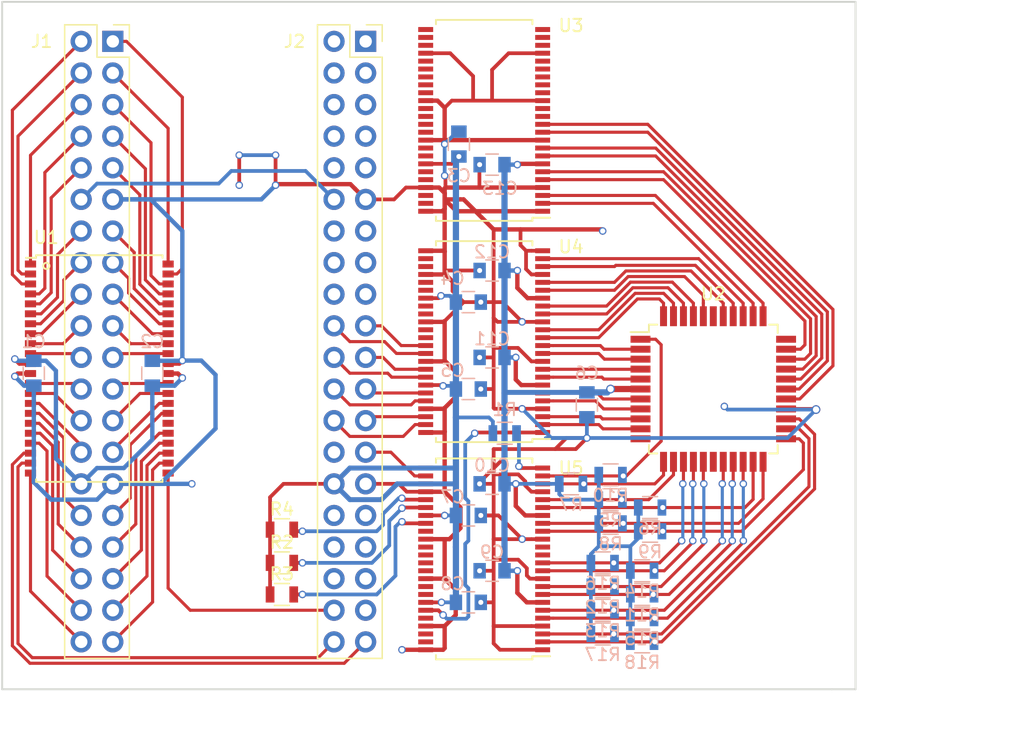
<source format=kicad_pcb>
(kicad_pcb (version 4) (host pcbnew 4.0.7)

  (general
    (links 226)
    (no_connects 28)
    (area 107.874999 93.269999 176.605001 148.665001)
    (thickness 1.6)
    (drawings 7)
    (tracks 799)
    (zones 0)
    (modules 38)
    (nets 124)
  )

  (page A4)
  (layers
    (0 F.Cu signal)
    (31 B.Cu signal)
    (32 B.Adhes user)
    (33 F.Adhes user)
    (34 B.Paste user)
    (35 F.Paste user)
    (36 B.SilkS user)
    (37 F.SilkS user)
    (38 B.Mask user)
    (39 F.Mask user)
    (40 Dwgs.User user)
    (41 Cmts.User user)
    (42 Eco1.User user)
    (43 Eco2.User user)
    (44 Edge.Cuts user)
    (45 Margin user)
    (46 B.CrtYd user)
    (47 F.CrtYd user)
    (48 B.Fab user hide)
    (49 F.Fab user hide)
  )

  (setup
    (last_trace_width 0.3)
    (user_trace_width 0.3)
    (user_trace_width 0.35)
    (user_trace_width 0.4)
    (user_trace_width 0.5)
    (trace_clearance 0.2)
    (zone_clearance 0.508)
    (zone_45_only no)
    (trace_min 0.25)
    (segment_width 0.2)
    (edge_width 0.15)
    (via_size 0.6)
    (via_drill 0.4)
    (via_min_size 0.4)
    (via_min_drill 0.3)
    (user_via 0.7 0.5)
    (uvia_size 0.3)
    (uvia_drill 0.1)
    (uvias_allowed no)
    (uvia_min_size 0.2)
    (uvia_min_drill 0.1)
    (pcb_text_width 0.3)
    (pcb_text_size 1.5 1.5)
    (mod_edge_width 0.15)
    (mod_text_size 1 1)
    (mod_text_width 0.15)
    (pad_size 1.524 1.524)
    (pad_drill 0.762)
    (pad_to_mask_clearance 0.2)
    (aux_axis_origin 0 0)
    (visible_elements 7FFFFFFF)
    (pcbplotparams
      (layerselection 0x010f0_80000001)
      (usegerberextensions false)
      (excludeedgelayer true)
      (linewidth 0.100000)
      (plotframeref false)
      (viasonmask false)
      (mode 1)
      (useauxorigin false)
      (hpglpennumber 1)
      (hpglpenspeed 20)
      (hpglpendiameter 15)
      (hpglpenoverlay 2)
      (psnegative false)
      (psa4output false)
      (plotreference true)
      (plotvalue true)
      (plotinvisibletext false)
      (padsonsilk false)
      (subtractmaskfromsilk false)
      (outputformat 1)
      (mirror false)
      (drillshape 0)
      (scaleselection 1)
      (outputdirectory prod/))
  )

  (net 0 "")
  (net 1 MA0)
  (net 2 MA17)
  (net 3 MA1)
  (net 4 MA16)
  (net 5 MA2)
  (net 6 MA15)
  (net 7 MA3)
  (net 8 MOE)
  (net 9 MA4)
  (net 10 MUB)
  (net 11 +5V)
  (net 12 MCE)
  (net 13 MLB)
  (net 14 MD0)
  (net 15 MD15)
  (net 16 MD1)
  (net 17 MD14)
  (net 18 MD2)
  (net 19 MD13)
  (net 20 MD3)
  (net 21 MD12)
  (net 22 MD4)
  (net 23 MD11)
  (net 24 MD5)
  (net 25 MD10)
  (net 26 MD6)
  (net 27 MD9)
  (net 28 MD7)
  (net 29 MD8)
  (net 30 MWE)
  (net 31 MA14)
  (net 32 MA5)
  (net 33 MA13)
  (net 34 MA6)
  (net 35 MA12)
  (net 36 MA7)
  (net 37 MA11)
  (net 38 MA8)
  (net 39 MA9)
  (net 40 MA10)
  (net 41 VCC)
  (net 42 ZA11)
  (net 43 ZRD)
  (net 44 ZA12)
  (net 45 ZWR)
  (net 46 ZA13)
  (net 47 ZBUSACK)
  (net 48 ZA14)
  (net 49 ZWAIT)
  (net 50 ZA15)
  (net 51 ZBUSRQ)
  (net 52 ZCLK)
  (net 53 ZRES)
  (net 54 ZD4)
  (net 55 ZM1)
  (net 56 ZD3)
  (net 57 ZRFSH)
  (net 58 ZD5)
  (net 59 ZD6)
  (net 60 ZA0)
  (net 61 ZA1)
  (net 62 ZD2)
  (net 63 ZA2)
  (net 64 ZD7)
  (net 65 ZA3)
  (net 66 ZD0)
  (net 67 ZA4)
  (net 68 ZD1)
  (net 69 ZA5)
  (net 70 ZINT)
  (net 71 ZA6)
  (net 72 ZNMI)
  (net 73 ZA7)
  (net 74 ZHALT)
  (net 75 ZA8)
  (net 76 ZMREQ)
  (net 77 ZA9)
  (net 78 ZIORQ)
  (net 79 ZA10)
  (net 80 A10)
  (net 81 A11)
  (net 82 A9)
  (net 83 A12)
  (net 84 A8)
  (net 85 A13)
  (net 86 A7)
  (net 87 A14)
  (net 88 PULLUP)
  (net 89 A6)
  (net 90 A15)
  (net 91 A5)
  (net 92 A4)
  (net 93 A3)
  (net 94 A2)
  (net 95 A1)
  (net 96 A0)
  (net 97 RD)
  (net 98 D4)
  (net 99 D3)
  (net 100 D6)
  (net 101 D2)
  (net 102 D7)
  (net 103 D0)
  (net 104 D1)
  (net 105 CLK)
  (net 106 RES)
  (net 107 D5)
  (net 108 BUSRQ)
  (net 109 INT)
  (net 110 WAIT)
  (net 111 NMI)
  (net 112 RFSH)
  (net 113 M1)
  (net 114 HALT)
  (net 115 BUSACK)
  (net 116 MREQ)
  (net 117 WR)
  (net 118 IORQ)
  (net 119 "Net-(U5-Pad13)")
  (net 120 "Net-(U5-Pad14)")
  (net 121 "Net-(U5-Pad35)")
  (net 122 "Net-(U5-Pad36)")
  (net 123 GND)

  (net_class Default "This is the default net class."
    (clearance 0.2)
    (trace_width 0.25)
    (via_dia 0.6)
    (via_drill 0.4)
    (uvia_dia 0.3)
    (uvia_drill 0.1)
    (add_net +5V)
    (add_net A0)
    (add_net A1)
    (add_net A10)
    (add_net A11)
    (add_net A12)
    (add_net A13)
    (add_net A14)
    (add_net A15)
    (add_net A2)
    (add_net A3)
    (add_net A4)
    (add_net A5)
    (add_net A6)
    (add_net A7)
    (add_net A8)
    (add_net A9)
    (add_net BUSACK)
    (add_net BUSRQ)
    (add_net CLK)
    (add_net D0)
    (add_net D1)
    (add_net D2)
    (add_net D3)
    (add_net D4)
    (add_net D5)
    (add_net D6)
    (add_net D7)
    (add_net GND)
    (add_net HALT)
    (add_net INT)
    (add_net IORQ)
    (add_net M1)
    (add_net MA0)
    (add_net MA1)
    (add_net MA10)
    (add_net MA11)
    (add_net MA12)
    (add_net MA13)
    (add_net MA14)
    (add_net MA15)
    (add_net MA16)
    (add_net MA17)
    (add_net MA2)
    (add_net MA3)
    (add_net MA4)
    (add_net MA5)
    (add_net MA6)
    (add_net MA7)
    (add_net MA8)
    (add_net MA9)
    (add_net MCE)
    (add_net MD0)
    (add_net MD1)
    (add_net MD10)
    (add_net MD11)
    (add_net MD12)
    (add_net MD13)
    (add_net MD14)
    (add_net MD15)
    (add_net MD2)
    (add_net MD3)
    (add_net MD4)
    (add_net MD5)
    (add_net MD6)
    (add_net MD7)
    (add_net MD8)
    (add_net MD9)
    (add_net MLB)
    (add_net MOE)
    (add_net MREQ)
    (add_net MUB)
    (add_net MWE)
    (add_net NMI)
    (add_net "Net-(U5-Pad13)")
    (add_net "Net-(U5-Pad14)")
    (add_net "Net-(U5-Pad35)")
    (add_net "Net-(U5-Pad36)")
    (add_net PULLUP)
    (add_net RD)
    (add_net RES)
    (add_net RFSH)
    (add_net VCC)
    (add_net WAIT)
    (add_net WR)
    (add_net ZA0)
    (add_net ZA1)
    (add_net ZA10)
    (add_net ZA11)
    (add_net ZA12)
    (add_net ZA13)
    (add_net ZA14)
    (add_net ZA15)
    (add_net ZA2)
    (add_net ZA3)
    (add_net ZA4)
    (add_net ZA5)
    (add_net ZA6)
    (add_net ZA7)
    (add_net ZA8)
    (add_net ZA9)
    (add_net ZBUSACK)
    (add_net ZBUSRQ)
    (add_net ZCLK)
    (add_net ZD0)
    (add_net ZD1)
    (add_net ZD2)
    (add_net ZD3)
    (add_net ZD4)
    (add_net ZD5)
    (add_net ZD6)
    (add_net ZD7)
    (add_net ZHALT)
    (add_net ZINT)
    (add_net ZIORQ)
    (add_net ZM1)
    (add_net ZMREQ)
    (add_net ZNMI)
    (add_net ZRD)
    (add_net ZRES)
    (add_net ZRFSH)
    (add_net ZWAIT)
    (add_net ZWR)
  )

  (module Housings_SSOP:SSOP-48_7.5x15.9mm_Pitch0.635mm (layer F.Cu) (tedit 54130A77) (tstamp 5A993D46)
    (at 146.685 102.87 180)
    (descr "SSOP48: plastic shrink small outline package; 48 leads; body width 7.5 mm; (see NXP SSOP-TSSOP-VSO-REFLOW.pdf and sot370-1_po.pdf)")
    (tags "SSOP 0.635")
    (path /5A994FF7)
    (attr smd)
    (fp_text reference U3 (at -6.985 7.62 180) (layer F.SilkS)
      (effects (font (size 1 1) (thickness 0.15)))
    )
    (fp_text value 74ALVC164245 (at 0 9 180) (layer F.Fab)
      (effects (font (size 1 1) (thickness 0.15)))
    )
    (fp_line (start -2.75 -7.95) (end 3.75 -7.95) (layer F.Fab) (width 0.15))
    (fp_line (start 3.75 -7.95) (end 3.75 7.95) (layer F.Fab) (width 0.15))
    (fp_line (start 3.75 7.95) (end -3.75 7.95) (layer F.Fab) (width 0.15))
    (fp_line (start -3.75 7.95) (end -3.75 -6.95) (layer F.Fab) (width 0.15))
    (fp_line (start -3.75 -6.95) (end -2.75 -7.95) (layer F.Fab) (width 0.15))
    (fp_line (start -5.55 -8.25) (end -5.55 8.25) (layer F.CrtYd) (width 0.05))
    (fp_line (start 5.55 -8.25) (end 5.55 8.25) (layer F.CrtYd) (width 0.05))
    (fp_line (start -5.55 -8.25) (end 5.55 -8.25) (layer F.CrtYd) (width 0.05))
    (fp_line (start -5.55 8.25) (end 5.55 8.25) (layer F.CrtYd) (width 0.05))
    (fp_line (start -3.875 -8.075) (end -3.875 -7.825) (layer F.SilkS) (width 0.15))
    (fp_line (start 3.875 -8.075) (end 3.875 -7.7275) (layer F.SilkS) (width 0.15))
    (fp_line (start 3.875 8.075) (end 3.875 7.7275) (layer F.SilkS) (width 0.15))
    (fp_line (start -3.875 8.075) (end -3.875 7.7275) (layer F.SilkS) (width 0.15))
    (fp_line (start -3.875 -8.075) (end 3.875 -8.075) (layer F.SilkS) (width 0.15))
    (fp_line (start -3.875 8.075) (end 3.875 8.075) (layer F.SilkS) (width 0.15))
    (fp_line (start -3.875 -7.825) (end -5.3 -7.825) (layer F.SilkS) (width 0.15))
    (fp_text user %R (at 0 0 180) (layer F.Fab)
      (effects (font (size 0.8 0.8) (thickness 0.15)))
    )
    (pad 1 smd rect (at -4.7 -7.3025 180) (size 1.2 0.4) (layers F.Cu F.Paste F.Mask)
      (net 123 GND))
    (pad 2 smd rect (at -4.7 -6.6675 180) (size 1.2 0.4) (layers F.Cu F.Paste F.Mask)
      (net 73 ZA7))
    (pad 3 smd rect (at -4.7 -6.0325 180) (size 1.2 0.4) (layers F.Cu F.Paste F.Mask)
      (net 71 ZA6))
    (pad 4 smd rect (at -4.7 -5.3975 180) (size 1.2 0.4) (layers F.Cu F.Paste F.Mask)
      (net 123 GND))
    (pad 5 smd rect (at -4.7 -4.7625 180) (size 1.2 0.4) (layers F.Cu F.Paste F.Mask)
      (net 69 ZA5))
    (pad 6 smd rect (at -4.7 -4.1275 180) (size 1.2 0.4) (layers F.Cu F.Paste F.Mask)
      (net 67 ZA4))
    (pad 7 smd rect (at -4.7 -3.4925 180) (size 1.2 0.4) (layers F.Cu F.Paste F.Mask)
      (net 11 +5V))
    (pad 8 smd rect (at -4.7 -2.8575 180) (size 1.2 0.4) (layers F.Cu F.Paste F.Mask)
      (net 65 ZA3))
    (pad 9 smd rect (at -4.7 -2.2225 180) (size 1.2 0.4) (layers F.Cu F.Paste F.Mask)
      (net 63 ZA2))
    (pad 10 smd rect (at -4.7 -1.5875 180) (size 1.2 0.4) (layers F.Cu F.Paste F.Mask)
      (net 123 GND))
    (pad 11 smd rect (at -4.7 -0.9525 180) (size 1.2 0.4) (layers F.Cu F.Paste F.Mask)
      (net 61 ZA1))
    (pad 12 smd rect (at -4.7 -0.3175 180) (size 1.2 0.4) (layers F.Cu F.Paste F.Mask)
      (net 60 ZA0))
    (pad 13 smd rect (at -4.7 0.3175 180) (size 1.2 0.4) (layers F.Cu F.Paste F.Mask))
    (pad 14 smd rect (at -4.7 0.9525 180) (size 1.2 0.4) (layers F.Cu F.Paste F.Mask))
    (pad 15 smd rect (at -4.7 1.5875 180) (size 1.2 0.4) (layers F.Cu F.Paste F.Mask)
      (net 123 GND))
    (pad 16 smd rect (at -4.7 2.2225 180) (size 1.2 0.4) (layers F.Cu F.Paste F.Mask))
    (pad 17 smd rect (at -4.7 2.8575 180) (size 1.2 0.4) (layers F.Cu F.Paste F.Mask))
    (pad 18 smd rect (at -4.7 3.4925 180) (size 1.2 0.4) (layers F.Cu F.Paste F.Mask))
    (pad 19 smd rect (at -4.7 4.1275 180) (size 1.2 0.4) (layers F.Cu F.Paste F.Mask))
    (pad 20 smd rect (at -4.7 4.7625 180) (size 1.2 0.4) (layers F.Cu F.Paste F.Mask))
    (pad 21 smd rect (at -4.7 5.3975 180) (size 1.2 0.4) (layers F.Cu F.Paste F.Mask)
      (net 123 GND))
    (pad 22 smd rect (at -4.7 6.0325 180) (size 1.2 0.4) (layers F.Cu F.Paste F.Mask))
    (pad 23 smd rect (at -4.7 6.6675 180) (size 1.2 0.4) (layers F.Cu F.Paste F.Mask))
    (pad 24 smd rect (at -4.7 7.3025 180) (size 1.2 0.4) (layers F.Cu F.Paste F.Mask))
    (pad 25 smd rect (at 4.7 7.3025 180) (size 1.2 0.4) (layers F.Cu F.Paste F.Mask))
    (pad 26 smd rect (at 4.7 6.6675 180) (size 1.2 0.4) (layers F.Cu F.Paste F.Mask))
    (pad 27 smd rect (at 4.7 6.0325 180) (size 1.2 0.4) (layers F.Cu F.Paste F.Mask))
    (pad 28 smd rect (at 4.7 5.3975 180) (size 1.2 0.4) (layers F.Cu F.Paste F.Mask)
      (net 123 GND))
    (pad 29 smd rect (at 4.7 4.7625 180) (size 1.2 0.4) (layers F.Cu F.Paste F.Mask))
    (pad 30 smd rect (at 4.7 4.1275 180) (size 1.2 0.4) (layers F.Cu F.Paste F.Mask))
    (pad 31 smd rect (at 4.7 3.4925 180) (size 1.2 0.4) (layers F.Cu F.Paste F.Mask))
    (pad 32 smd rect (at 4.7 2.8575 180) (size 1.2 0.4) (layers F.Cu F.Paste F.Mask))
    (pad 33 smd rect (at 4.7 2.2225 180) (size 1.2 0.4) (layers F.Cu F.Paste F.Mask))
    (pad 34 smd rect (at 4.7 1.5875 180) (size 1.2 0.4) (layers F.Cu F.Paste F.Mask)
      (net 123 GND))
    (pad 35 smd rect (at 4.7 0.9525 180) (size 1.2 0.4) (layers F.Cu F.Paste F.Mask))
    (pad 36 smd rect (at 4.7 0.3175 180) (size 1.2 0.4) (layers F.Cu F.Paste F.Mask))
    (pad 37 smd rect (at 4.7 -0.3175 180) (size 1.2 0.4) (layers F.Cu F.Paste F.Mask)
      (net 96 A0))
    (pad 38 smd rect (at 4.7 -0.9525 180) (size 1.2 0.4) (layers F.Cu F.Paste F.Mask)
      (net 95 A1))
    (pad 39 smd rect (at 4.7 -1.5875 180) (size 1.2 0.4) (layers F.Cu F.Paste F.Mask)
      (net 123 GND))
    (pad 40 smd rect (at 4.7 -2.2225 180) (size 1.2 0.4) (layers F.Cu F.Paste F.Mask)
      (net 94 A2))
    (pad 41 smd rect (at 4.7 -2.8575 180) (size 1.2 0.4) (layers F.Cu F.Paste F.Mask)
      (net 93 A3))
    (pad 42 smd rect (at 4.7 -3.4925 180) (size 1.2 0.4) (layers F.Cu F.Paste F.Mask)
      (net 41 VCC))
    (pad 43 smd rect (at 4.7 -4.1275 180) (size 1.2 0.4) (layers F.Cu F.Paste F.Mask)
      (net 92 A4))
    (pad 44 smd rect (at 4.7 -4.7625 180) (size 1.2 0.4) (layers F.Cu F.Paste F.Mask)
      (net 91 A5))
    (pad 45 smd rect (at 4.7 -5.3975 180) (size 1.2 0.4) (layers F.Cu F.Paste F.Mask)
      (net 123 GND))
    (pad 46 smd rect (at 4.7 -6.0325 180) (size 1.2 0.4) (layers F.Cu F.Paste F.Mask)
      (net 89 A6))
    (pad 47 smd rect (at 4.7 -6.6675 180) (size 1.2 0.4) (layers F.Cu F.Paste F.Mask)
      (net 86 A7))
    (pad 48 smd rect (at 4.7 -7.3025 180) (size 1.2 0.4) (layers F.Cu F.Paste F.Mask)
      (net 123 GND))
    (model ${KISYS3DMOD}/Housings_SSOP.3dshapes/SSOP-48_7.5x15.9mm_Pitch0.635mm.wrl
      (at (xyz 0 0 0))
      (scale (xyz 1 1 1))
      (rotate (xyz 0 0 0))
    )
  )

  (module Housings_SSOP:SSOP-48_7.5x15.9mm_Pitch0.635mm (layer F.Cu) (tedit 54130A77) (tstamp 5A993D7A)
    (at 146.685 120.65 180)
    (descr "SSOP48: plastic shrink small outline package; 48 leads; body width 7.5 mm; (see NXP SSOP-TSSOP-VSO-REFLOW.pdf and sot370-1_po.pdf)")
    (tags "SSOP 0.635")
    (path /5A995D05)
    (attr smd)
    (fp_text reference U4 (at -6.985 7.62 180) (layer F.SilkS)
      (effects (font (size 1 1) (thickness 0.15)))
    )
    (fp_text value 74ALVC164245 (at 0 9 180) (layer F.Fab)
      (effects (font (size 1 1) (thickness 0.15)))
    )
    (fp_line (start -2.75 -7.95) (end 3.75 -7.95) (layer F.Fab) (width 0.15))
    (fp_line (start 3.75 -7.95) (end 3.75 7.95) (layer F.Fab) (width 0.15))
    (fp_line (start 3.75 7.95) (end -3.75 7.95) (layer F.Fab) (width 0.15))
    (fp_line (start -3.75 7.95) (end -3.75 -6.95) (layer F.Fab) (width 0.15))
    (fp_line (start -3.75 -6.95) (end -2.75 -7.95) (layer F.Fab) (width 0.15))
    (fp_line (start -5.55 -8.25) (end -5.55 8.25) (layer F.CrtYd) (width 0.05))
    (fp_line (start 5.55 -8.25) (end 5.55 8.25) (layer F.CrtYd) (width 0.05))
    (fp_line (start -5.55 -8.25) (end 5.55 -8.25) (layer F.CrtYd) (width 0.05))
    (fp_line (start -5.55 8.25) (end 5.55 8.25) (layer F.CrtYd) (width 0.05))
    (fp_line (start -3.875 -8.075) (end -3.875 -7.825) (layer F.SilkS) (width 0.15))
    (fp_line (start 3.875 -8.075) (end 3.875 -7.7275) (layer F.SilkS) (width 0.15))
    (fp_line (start 3.875 8.075) (end 3.875 7.7275) (layer F.SilkS) (width 0.15))
    (fp_line (start -3.875 8.075) (end -3.875 7.7275) (layer F.SilkS) (width 0.15))
    (fp_line (start -3.875 -8.075) (end 3.875 -8.075) (layer F.SilkS) (width 0.15))
    (fp_line (start -3.875 8.075) (end 3.875 8.075) (layer F.SilkS) (width 0.15))
    (fp_line (start -3.875 -7.825) (end -5.3 -7.825) (layer F.SilkS) (width 0.15))
    (fp_text user %R (at 0 0 180) (layer F.Fab)
      (effects (font (size 0.8 0.8) (thickness 0.15)))
    )
    (pad 1 smd rect (at -4.7 -7.3025 180) (size 1.2 0.4) (layers F.Cu F.Paste F.Mask)
      (net 117 WR))
    (pad 2 smd rect (at -4.7 -6.6675 180) (size 1.2 0.4) (layers F.Cu F.Paste F.Mask)
      (net 68 ZD1))
    (pad 3 smd rect (at -4.7 -6.0325 180) (size 1.2 0.4) (layers F.Cu F.Paste F.Mask)
      (net 66 ZD0))
    (pad 4 smd rect (at -4.7 -5.3975 180) (size 1.2 0.4) (layers F.Cu F.Paste F.Mask)
      (net 123 GND))
    (pad 5 smd rect (at -4.7 -4.7625 180) (size 1.2 0.4) (layers F.Cu F.Paste F.Mask)
      (net 64 ZD7))
    (pad 6 smd rect (at -4.7 -4.1275 180) (size 1.2 0.4) (layers F.Cu F.Paste F.Mask)
      (net 62 ZD2))
    (pad 7 smd rect (at -4.7 -3.4925 180) (size 1.2 0.4) (layers F.Cu F.Paste F.Mask)
      (net 11 +5V))
    (pad 8 smd rect (at -4.7 -2.8575 180) (size 1.2 0.4) (layers F.Cu F.Paste F.Mask)
      (net 59 ZD6))
    (pad 9 smd rect (at -4.7 -2.2225 180) (size 1.2 0.4) (layers F.Cu F.Paste F.Mask)
      (net 58 ZD5))
    (pad 10 smd rect (at -4.7 -1.5875 180) (size 1.2 0.4) (layers F.Cu F.Paste F.Mask)
      (net 123 GND))
    (pad 11 smd rect (at -4.7 -0.9525 180) (size 1.2 0.4) (layers F.Cu F.Paste F.Mask)
      (net 56 ZD3))
    (pad 12 smd rect (at -4.7 -0.3175 180) (size 1.2 0.4) (layers F.Cu F.Paste F.Mask)
      (net 54 ZD4))
    (pad 13 smd rect (at -4.7 0.3175 180) (size 1.2 0.4) (layers F.Cu F.Paste F.Mask)
      (net 50 ZA15))
    (pad 14 smd rect (at -4.7 0.9525 180) (size 1.2 0.4) (layers F.Cu F.Paste F.Mask)
      (net 48 ZA14))
    (pad 15 smd rect (at -4.7 1.5875 180) (size 1.2 0.4) (layers F.Cu F.Paste F.Mask)
      (net 123 GND))
    (pad 16 smd rect (at -4.7 2.2225 180) (size 1.2 0.4) (layers F.Cu F.Paste F.Mask)
      (net 46 ZA13))
    (pad 17 smd rect (at -4.7 2.8575 180) (size 1.2 0.4) (layers F.Cu F.Paste F.Mask)
      (net 44 ZA12))
    (pad 18 smd rect (at -4.7 3.4925 180) (size 1.2 0.4) (layers F.Cu F.Paste F.Mask)
      (net 11 +5V))
    (pad 19 smd rect (at -4.7 4.1275 180) (size 1.2 0.4) (layers F.Cu F.Paste F.Mask)
      (net 42 ZA11))
    (pad 20 smd rect (at -4.7 4.7625 180) (size 1.2 0.4) (layers F.Cu F.Paste F.Mask)
      (net 79 ZA10))
    (pad 21 smd rect (at -4.7 5.3975 180) (size 1.2 0.4) (layers F.Cu F.Paste F.Mask)
      (net 123 GND))
    (pad 22 smd rect (at -4.7 6.0325 180) (size 1.2 0.4) (layers F.Cu F.Paste F.Mask)
      (net 77 ZA9))
    (pad 23 smd rect (at -4.7 6.6675 180) (size 1.2 0.4) (layers F.Cu F.Paste F.Mask)
      (net 75 ZA8))
    (pad 24 smd rect (at -4.7 7.3025 180) (size 1.2 0.4) (layers F.Cu F.Paste F.Mask)
      (net 123 GND))
    (pad 25 smd rect (at 4.7 7.3025 180) (size 1.2 0.4) (layers F.Cu F.Paste F.Mask)
      (net 123 GND))
    (pad 26 smd rect (at 4.7 6.6675 180) (size 1.2 0.4) (layers F.Cu F.Paste F.Mask)
      (net 84 A8))
    (pad 27 smd rect (at 4.7 6.0325 180) (size 1.2 0.4) (layers F.Cu F.Paste F.Mask)
      (net 82 A9))
    (pad 28 smd rect (at 4.7 5.3975 180) (size 1.2 0.4) (layers F.Cu F.Paste F.Mask)
      (net 123 GND))
    (pad 29 smd rect (at 4.7 4.7625 180) (size 1.2 0.4) (layers F.Cu F.Paste F.Mask)
      (net 80 A10))
    (pad 30 smd rect (at 4.7 4.1275 180) (size 1.2 0.4) (layers F.Cu F.Paste F.Mask)
      (net 81 A11))
    (pad 31 smd rect (at 4.7 3.4925 180) (size 1.2 0.4) (layers F.Cu F.Paste F.Mask)
      (net 41 VCC))
    (pad 32 smd rect (at 4.7 2.8575 180) (size 1.2 0.4) (layers F.Cu F.Paste F.Mask)
      (net 83 A12))
    (pad 33 smd rect (at 4.7 2.2225 180) (size 1.2 0.4) (layers F.Cu F.Paste F.Mask)
      (net 85 A13))
    (pad 34 smd rect (at 4.7 1.5875 180) (size 1.2 0.4) (layers F.Cu F.Paste F.Mask)
      (net 123 GND))
    (pad 35 smd rect (at 4.7 0.9525 180) (size 1.2 0.4) (layers F.Cu F.Paste F.Mask)
      (net 87 A14))
    (pad 36 smd rect (at 4.7 0.3175 180) (size 1.2 0.4) (layers F.Cu F.Paste F.Mask)
      (net 90 A15))
    (pad 37 smd rect (at 4.7 -0.3175 180) (size 1.2 0.4) (layers F.Cu F.Paste F.Mask)
      (net 98 D4))
    (pad 38 smd rect (at 4.7 -0.9525 180) (size 1.2 0.4) (layers F.Cu F.Paste F.Mask)
      (net 99 D3))
    (pad 39 smd rect (at 4.7 -1.5875 180) (size 1.2 0.4) (layers F.Cu F.Paste F.Mask)
      (net 123 GND))
    (pad 40 smd rect (at 4.7 -2.2225 180) (size 1.2 0.4) (layers F.Cu F.Paste F.Mask)
      (net 107 D5))
    (pad 41 smd rect (at 4.7 -2.8575 180) (size 1.2 0.4) (layers F.Cu F.Paste F.Mask)
      (net 100 D6))
    (pad 42 smd rect (at 4.7 -3.4925 180) (size 1.2 0.4) (layers F.Cu F.Paste F.Mask)
      (net 41 VCC))
    (pad 43 smd rect (at 4.7 -4.1275 180) (size 1.2 0.4) (layers F.Cu F.Paste F.Mask)
      (net 101 D2))
    (pad 44 smd rect (at 4.7 -4.7625 180) (size 1.2 0.4) (layers F.Cu F.Paste F.Mask)
      (net 102 D7))
    (pad 45 smd rect (at 4.7 -5.3975 180) (size 1.2 0.4) (layers F.Cu F.Paste F.Mask)
      (net 123 GND))
    (pad 46 smd rect (at 4.7 -6.0325 180) (size 1.2 0.4) (layers F.Cu F.Paste F.Mask)
      (net 103 D0))
    (pad 47 smd rect (at 4.7 -6.6675 180) (size 1.2 0.4) (layers F.Cu F.Paste F.Mask)
      (net 104 D1))
    (pad 48 smd rect (at 4.7 -7.3025 180) (size 1.2 0.4) (layers F.Cu F.Paste F.Mask)
      (net 123 GND))
    (model ${KISYS3DMOD}/Housings_SSOP.3dshapes/SSOP-48_7.5x15.9mm_Pitch0.635mm.wrl
      (at (xyz 0 0 0))
      (scale (xyz 1 1 1))
      (rotate (xyz 0 0 0))
    )
  )

  (module andreil:TSOPII-44_10.16x18.5mm-Pitch0.8mm (layer F.Cu) (tedit 5A97E04C) (tstamp 5A97E619)
    (at 115.755 124.815)
    (descr "TSOPII-54: Plastic Thin Small Outline Package; 54 leads; body width 10.16mm; (see 128m-as4c4m32s-tsopii.pdf and http://www.infineon.com/cms/packages/SMD_-_Surface_Mounted_Devices/P-PG-TSOPII/P-TSOPII-44-1.html)")
    (tags "TSOPII 0.8")
    (path /5A97D691)
    (fp_text reference U1 (at -4.26 -12.535) (layer F.SilkS)
      (effects (font (size 1 1) (thickness 0.15)))
    )
    (fp_text value AS7C34098A (at 0 8.6995) (layer F.Fab)
      (effects (font (size 1 1) (thickness 0.15)))
    )
    (fp_line (start -5.08 7.0995) (end -5.08 6.8995) (layer F.SilkS) (width 0.15))
    (fp_line (start 5.08 7.0995) (end 5.08 6.8995) (layer F.SilkS) (width 0.15))
    (fp_circle (center -4.25 -10.25) (end -4 -10.25) (layer F.SilkS) (width 0.15))
    (fp_line (start -5.08 -10.9) (end -5.9 -10.9) (layer F.SilkS) (width 0.15))
    (fp_line (start -5.08 -11.1) (end -5.08 -10.9) (layer F.SilkS) (width 0.15))
    (fp_line (start 5.08 -11.1) (end 5.08 -10.9) (layer F.SilkS) (width 0.15))
    (fp_line (start 5.08 7.1095) (end -5.08 7.1095) (layer F.SilkS) (width 0.15))
    (fp_line (start -5.08 -11.11) (end 5.08 -11.11) (layer F.SilkS) (width 0.15))
    (pad 1 smd rect (at -5.53 -10.4) (size 0.9 0.56) (layers F.Cu F.Paste F.Mask)
      (net 1 MA0))
    (pad 2 smd rect (at -5.53 -9.6) (size 0.9 0.56) (layers F.Cu F.Paste F.Mask)
      (net 3 MA1))
    (pad 3 smd rect (at -5.53 -8.8) (size 0.9 0.56) (layers F.Cu F.Paste F.Mask)
      (net 5 MA2))
    (pad 4 smd rect (at -5.53 -8) (size 0.9 0.56) (layers F.Cu F.Paste F.Mask)
      (net 7 MA3))
    (pad 5 smd rect (at -5.53 -7.2) (size 0.9 0.56) (layers F.Cu F.Paste F.Mask)
      (net 9 MA4))
    (pad 6 smd rect (at -5.53 -6.4) (size 0.9 0.56) (layers F.Cu F.Paste F.Mask)
      (net 12 MCE))
    (pad 7 smd rect (at -5.53 -5.6) (size 0.9 0.56) (layers F.Cu F.Paste F.Mask)
      (net 14 MD0))
    (pad 8 smd rect (at -5.53 -4.8) (size 0.9 0.56) (layers F.Cu F.Paste F.Mask)
      (net 16 MD1))
    (pad 9 smd rect (at -5.53 -4) (size 0.9 0.56) (layers F.Cu F.Paste F.Mask)
      (net 18 MD2))
    (pad 10 smd rect (at -5.53 -3.2) (size 0.9 0.56) (layers F.Cu F.Paste F.Mask)
      (net 20 MD3))
    (pad 11 smd rect (at -5.53 -2.4) (size 0.9 0.56) (layers F.Cu F.Paste F.Mask)
      (net 41 VCC))
    (pad 12 smd rect (at -5.53 -1.6) (size 0.9 0.56) (layers F.Cu F.Paste F.Mask)
      (net 123 GND))
    (pad 13 smd rect (at -5.53 -0.8) (size 0.9 0.56) (layers F.Cu F.Paste F.Mask)
      (net 22 MD4))
    (pad 14 smd rect (at -5.53 0) (size 0.9 0.56) (layers F.Cu F.Paste F.Mask)
      (net 24 MD5))
    (pad 15 smd rect (at -5.53 0.8) (size 0.9 0.56) (layers F.Cu F.Paste F.Mask)
      (net 26 MD6))
    (pad 16 smd rect (at -5.53 1.6) (size 0.9 0.56) (layers F.Cu F.Paste F.Mask)
      (net 28 MD7))
    (pad 17 smd rect (at -5.53 2.4) (size 0.9 0.56) (layers F.Cu F.Paste F.Mask)
      (net 30 MWE))
    (pad 18 smd rect (at -5.53 3.2) (size 0.9 0.56) (layers F.Cu F.Paste F.Mask)
      (net 32 MA5))
    (pad 19 smd rect (at -5.53 4) (size 0.9 0.56) (layers F.Cu F.Paste F.Mask)
      (net 34 MA6))
    (pad 20 smd rect (at -5.53 4.8) (size 0.9 0.56) (layers F.Cu F.Paste F.Mask)
      (net 36 MA7))
    (pad 21 smd rect (at -5.53 5.6) (size 0.9 0.56) (layers F.Cu F.Paste F.Mask)
      (net 38 MA8))
    (pad 22 smd rect (at -5.53 6.4) (size 0.9 0.56) (layers F.Cu F.Paste F.Mask)
      (net 39 MA9))
    (pad 23 smd rect (at 5.53 6.4) (size 0.9 0.56) (layers F.Cu F.Paste F.Mask)
      (net 40 MA10))
    (pad 24 smd rect (at 5.53 5.6) (size 0.9 0.56) (layers F.Cu F.Paste F.Mask)
      (net 37 MA11))
    (pad 25 smd rect (at 5.53 4.8) (size 0.9 0.56) (layers F.Cu F.Paste F.Mask)
      (net 35 MA12))
    (pad 26 smd rect (at 5.53 4) (size 0.9 0.56) (layers F.Cu F.Paste F.Mask)
      (net 33 MA13))
    (pad 27 smd rect (at 5.53 3.2) (size 0.9 0.56) (layers F.Cu F.Paste F.Mask)
      (net 31 MA14))
    (pad 28 smd rect (at 5.53 2.4) (size 0.9 0.56) (layers F.Cu F.Paste F.Mask))
    (pad 29 smd rect (at 5.53 1.6) (size 0.9 0.56) (layers F.Cu F.Paste F.Mask)
      (net 29 MD8))
    (pad 30 smd rect (at 5.53 0.8) (size 0.9 0.56) (layers F.Cu F.Paste F.Mask)
      (net 27 MD9))
    (pad 31 smd rect (at 5.53 0) (size 0.9 0.56) (layers F.Cu F.Paste F.Mask)
      (net 25 MD10))
    (pad 32 smd rect (at 5.53 -0.8) (size 0.9 0.56) (layers F.Cu F.Paste F.Mask)
      (net 23 MD11))
    (pad 33 smd rect (at 5.53 -1.6) (size 0.9 0.56) (layers F.Cu F.Paste F.Mask)
      (net 41 VCC))
    (pad 34 smd rect (at 5.53 -2.4) (size 0.9 0.56) (layers F.Cu F.Paste F.Mask)
      (net 123 GND))
    (pad 35 smd rect (at 5.53 -3.2) (size 0.9 0.56) (layers F.Cu F.Paste F.Mask)
      (net 21 MD12))
    (pad 36 smd rect (at 5.53 -4) (size 0.9 0.56) (layers F.Cu F.Paste F.Mask)
      (net 19 MD13))
    (pad 37 smd rect (at 5.53 -4.8) (size 0.9 0.56) (layers F.Cu F.Paste F.Mask)
      (net 17 MD14))
    (pad 38 smd rect (at 5.53 -5.6) (size 0.9 0.56) (layers F.Cu F.Paste F.Mask)
      (net 15 MD15))
    (pad 39 smd rect (at 5.53 -6.4) (size 0.9 0.56) (layers F.Cu F.Paste F.Mask)
      (net 13 MLB))
    (pad 40 smd rect (at 5.53 -7.2) (size 0.9 0.56) (layers F.Cu F.Paste F.Mask)
      (net 10 MUB))
    (pad 41 smd rect (at 5.53 -8) (size 0.9 0.56) (layers F.Cu F.Paste F.Mask)
      (net 8 MOE))
    (pad 42 smd rect (at 5.53 -8.8) (size 0.9 0.56) (layers F.Cu F.Paste F.Mask)
      (net 6 MA15))
    (pad 43 smd rect (at 5.53 -9.6) (size 0.9 0.56) (layers F.Cu F.Paste F.Mask)
      (net 4 MA16))
    (pad 44 smd rect (at 5.53 -10.4) (size 0.9 0.56) (layers F.Cu F.Paste F.Mask)
      (net 2 MA17))
  )

  (module Housings_SSOP:SSOP-48_7.5x15.9mm_Pitch0.635mm (layer F.Cu) (tedit 54130A77) (tstamp 5A993DAE)
    (at 146.685 138.1125 180)
    (descr "SSOP48: plastic shrink small outline package; 48 leads; body width 7.5 mm; (see NXP SSOP-TSSOP-VSO-REFLOW.pdf and sot370-1_po.pdf)")
    (tags "SSOP 0.635")
    (path /5A99509E)
    (attr smd)
    (fp_text reference U5 (at -6.985 7.3025 180) (layer F.SilkS)
      (effects (font (size 1 1) (thickness 0.15)))
    )
    (fp_text value 74ALVC164245 (at 0 9 180) (layer F.Fab)
      (effects (font (size 1 1) (thickness 0.15)))
    )
    (fp_line (start -2.75 -7.95) (end 3.75 -7.95) (layer F.Fab) (width 0.15))
    (fp_line (start 3.75 -7.95) (end 3.75 7.95) (layer F.Fab) (width 0.15))
    (fp_line (start 3.75 7.95) (end -3.75 7.95) (layer F.Fab) (width 0.15))
    (fp_line (start -3.75 7.95) (end -3.75 -6.95) (layer F.Fab) (width 0.15))
    (fp_line (start -3.75 -6.95) (end -2.75 -7.95) (layer F.Fab) (width 0.15))
    (fp_line (start -5.55 -8.25) (end -5.55 8.25) (layer F.CrtYd) (width 0.05))
    (fp_line (start 5.55 -8.25) (end 5.55 8.25) (layer F.CrtYd) (width 0.05))
    (fp_line (start -5.55 -8.25) (end 5.55 -8.25) (layer F.CrtYd) (width 0.05))
    (fp_line (start -5.55 8.25) (end 5.55 8.25) (layer F.CrtYd) (width 0.05))
    (fp_line (start -3.875 -8.075) (end -3.875 -7.825) (layer F.SilkS) (width 0.15))
    (fp_line (start 3.875 -8.075) (end 3.875 -7.7275) (layer F.SilkS) (width 0.15))
    (fp_line (start 3.875 8.075) (end 3.875 7.7275) (layer F.SilkS) (width 0.15))
    (fp_line (start -3.875 8.075) (end -3.875 7.7275) (layer F.SilkS) (width 0.15))
    (fp_line (start -3.875 -8.075) (end 3.875 -8.075) (layer F.SilkS) (width 0.15))
    (fp_line (start -3.875 8.075) (end 3.875 8.075) (layer F.SilkS) (width 0.15))
    (fp_line (start -3.875 -7.825) (end -5.3 -7.825) (layer F.SilkS) (width 0.15))
    (fp_text user %R (at 0 0 180) (layer F.Fab)
      (effects (font (size 0.8 0.8) (thickness 0.15)))
    )
    (pad 1 smd rect (at -4.7 -7.3025 180) (size 1.2 0.4) (layers F.Cu F.Paste F.Mask)
      (net 123 GND))
    (pad 2 smd rect (at -4.7 -6.6675 180) (size 1.2 0.4) (layers F.Cu F.Paste F.Mask)
      (net 57 ZRFSH))
    (pad 3 smd rect (at -4.7 -6.0325 180) (size 1.2 0.4) (layers F.Cu F.Paste F.Mask)
      (net 55 ZM1))
    (pad 4 smd rect (at -4.7 -5.3975 180) (size 1.2 0.4) (layers F.Cu F.Paste F.Mask)
      (net 123 GND))
    (pad 5 smd rect (at -4.7 -4.7625 180) (size 1.2 0.4) (layers F.Cu F.Paste F.Mask)
      (net 47 ZBUSACK))
    (pad 6 smd rect (at -4.7 -4.1275 180) (size 1.2 0.4) (layers F.Cu F.Paste F.Mask)
      (net 45 ZWR))
    (pad 7 smd rect (at -4.7 -3.4925 180) (size 1.2 0.4) (layers F.Cu F.Paste F.Mask)
      (net 11 +5V))
    (pad 8 smd rect (at -4.7 -2.8575 180) (size 1.2 0.4) (layers F.Cu F.Paste F.Mask)
      (net 43 ZRD))
    (pad 9 smd rect (at -4.7 -2.2225 180) (size 1.2 0.4) (layers F.Cu F.Paste F.Mask)
      (net 78 ZIORQ))
    (pad 10 smd rect (at -4.7 -1.5875 180) (size 1.2 0.4) (layers F.Cu F.Paste F.Mask)
      (net 123 GND))
    (pad 11 smd rect (at -4.7 -0.9525 180) (size 1.2 0.4) (layers F.Cu F.Paste F.Mask)
      (net 76 ZMREQ))
    (pad 12 smd rect (at -4.7 -0.3175 180) (size 1.2 0.4) (layers F.Cu F.Paste F.Mask)
      (net 74 ZHALT))
    (pad 13 smd rect (at -4.7 0.3175 180) (size 1.2 0.4) (layers F.Cu F.Paste F.Mask)
      (net 119 "Net-(U5-Pad13)"))
    (pad 14 smd rect (at -4.7 0.9525 180) (size 1.2 0.4) (layers F.Cu F.Paste F.Mask)
      (net 120 "Net-(U5-Pad14)"))
    (pad 15 smd rect (at -4.7 1.5875 180) (size 1.2 0.4) (layers F.Cu F.Paste F.Mask)
      (net 123 GND))
    (pad 16 smd rect (at -4.7 2.2225 180) (size 1.2 0.4) (layers F.Cu F.Paste F.Mask)
      (net 53 ZRES))
    (pad 17 smd rect (at -4.7 2.8575 180) (size 1.2 0.4) (layers F.Cu F.Paste F.Mask)
      (net 51 ZBUSRQ))
    (pad 18 smd rect (at -4.7 3.4925 180) (size 1.2 0.4) (layers F.Cu F.Paste F.Mask)
      (net 11 +5V))
    (pad 19 smd rect (at -4.7 4.1275 180) (size 1.2 0.4) (layers F.Cu F.Paste F.Mask)
      (net 49 ZWAIT))
    (pad 20 smd rect (at -4.7 4.7625 180) (size 1.2 0.4) (layers F.Cu F.Paste F.Mask)
      (net 72 ZNMI))
    (pad 21 smd rect (at -4.7 5.3975 180) (size 1.2 0.4) (layers F.Cu F.Paste F.Mask)
      (net 123 GND))
    (pad 22 smd rect (at -4.7 6.0325 180) (size 1.2 0.4) (layers F.Cu F.Paste F.Mask)
      (net 70 ZINT))
    (pad 23 smd rect (at -4.7 6.6675 180) (size 1.2 0.4) (layers F.Cu F.Paste F.Mask)
      (net 52 ZCLK))
    (pad 24 smd rect (at -4.7 7.3025 180) (size 1.2 0.4) (layers F.Cu F.Paste F.Mask)
      (net 88 PULLUP))
    (pad 25 smd rect (at 4.7 7.3025 180) (size 1.2 0.4) (layers F.Cu F.Paste F.Mask)
      (net 123 GND))
    (pad 26 smd rect (at 4.7 6.6675 180) (size 1.2 0.4) (layers F.Cu F.Paste F.Mask)
      (net 105 CLK))
    (pad 27 smd rect (at 4.7 6.0325 180) (size 1.2 0.4) (layers F.Cu F.Paste F.Mask)
      (net 109 INT))
    (pad 28 smd rect (at 4.7 5.3975 180) (size 1.2 0.4) (layers F.Cu F.Paste F.Mask)
      (net 123 GND))
    (pad 29 smd rect (at 4.7 4.7625 180) (size 1.2 0.4) (layers F.Cu F.Paste F.Mask)
      (net 111 NMI))
    (pad 30 smd rect (at 4.7 4.1275 180) (size 1.2 0.4) (layers F.Cu F.Paste F.Mask)
      (net 110 WAIT))
    (pad 31 smd rect (at 4.7 3.4925 180) (size 1.2 0.4) (layers F.Cu F.Paste F.Mask)
      (net 41 VCC))
    (pad 32 smd rect (at 4.7 2.8575 180) (size 1.2 0.4) (layers F.Cu F.Paste F.Mask)
      (net 108 BUSRQ))
    (pad 33 smd rect (at 4.7 2.2225 180) (size 1.2 0.4) (layers F.Cu F.Paste F.Mask)
      (net 106 RES))
    (pad 34 smd rect (at 4.7 1.5875 180) (size 1.2 0.4) (layers F.Cu F.Paste F.Mask)
      (net 123 GND))
    (pad 35 smd rect (at 4.7 0.9525 180) (size 1.2 0.4) (layers F.Cu F.Paste F.Mask)
      (net 121 "Net-(U5-Pad35)"))
    (pad 36 smd rect (at 4.7 0.3175 180) (size 1.2 0.4) (layers F.Cu F.Paste F.Mask)
      (net 122 "Net-(U5-Pad36)"))
    (pad 37 smd rect (at 4.7 -0.3175 180) (size 1.2 0.4) (layers F.Cu F.Paste F.Mask)
      (net 114 HALT))
    (pad 38 smd rect (at 4.7 -0.9525 180) (size 1.2 0.4) (layers F.Cu F.Paste F.Mask)
      (net 116 MREQ))
    (pad 39 smd rect (at 4.7 -1.5875 180) (size 1.2 0.4) (layers F.Cu F.Paste F.Mask)
      (net 123 GND))
    (pad 40 smd rect (at 4.7 -2.2225 180) (size 1.2 0.4) (layers F.Cu F.Paste F.Mask)
      (net 118 IORQ))
    (pad 41 smd rect (at 4.7 -2.8575 180) (size 1.2 0.4) (layers F.Cu F.Paste F.Mask)
      (net 97 RD))
    (pad 42 smd rect (at 4.7 -3.4925 180) (size 1.2 0.4) (layers F.Cu F.Paste F.Mask)
      (net 41 VCC))
    (pad 43 smd rect (at 4.7 -4.1275 180) (size 1.2 0.4) (layers F.Cu F.Paste F.Mask)
      (net 117 WR))
    (pad 44 smd rect (at 4.7 -4.7625 180) (size 1.2 0.4) (layers F.Cu F.Paste F.Mask)
      (net 115 BUSACK))
    (pad 45 smd rect (at 4.7 -5.3975 180) (size 1.2 0.4) (layers F.Cu F.Paste F.Mask)
      (net 123 GND))
    (pad 46 smd rect (at 4.7 -6.0325 180) (size 1.2 0.4) (layers F.Cu F.Paste F.Mask)
      (net 113 M1))
    (pad 47 smd rect (at 4.7 -6.6675 180) (size 1.2 0.4) (layers F.Cu F.Paste F.Mask)
      (net 112 RFSH))
    (pad 48 smd rect (at 4.7 -7.3025 180) (size 1.2 0.4) (layers F.Cu F.Paste F.Mask)
      (net 123 GND))
    (model ${KISYS3DMOD}/Housings_SSOP.3dshapes/SSOP-48_7.5x15.9mm_Pitch0.635mm.wrl
      (at (xyz 0 0 0))
      (scale (xyz 1 1 1))
      (rotate (xyz 0 0 0))
    )
  )

  (module Socket_Strips:Socket_Strip_Straight_2x20_Pitch2.54mm (layer F.Cu) (tedit 58CD544A) (tstamp 5A97E5BD)
    (at 116.84 96.52)
    (descr "Through hole straight socket strip, 2x20, 2.54mm pitch, double rows")
    (tags "Through hole socket strip THT 2x20 2.54mm double row")
    (path /5A97E182)
    (fp_text reference J1 (at -5.715 0) (layer F.SilkS)
      (effects (font (size 1 1) (thickness 0.15)))
    )
    (fp_text value GPIO_0 (at -1.27 50.59) (layer F.Fab)
      (effects (font (size 1 1) (thickness 0.15)))
    )
    (fp_line (start -3.81 -1.27) (end -3.81 49.53) (layer F.Fab) (width 0.1))
    (fp_line (start -3.81 49.53) (end 1.27 49.53) (layer F.Fab) (width 0.1))
    (fp_line (start 1.27 49.53) (end 1.27 -1.27) (layer F.Fab) (width 0.1))
    (fp_line (start 1.27 -1.27) (end -3.81 -1.27) (layer F.Fab) (width 0.1))
    (fp_line (start 1.33 1.27) (end 1.33 49.59) (layer F.SilkS) (width 0.12))
    (fp_line (start 1.33 49.59) (end -3.87 49.59) (layer F.SilkS) (width 0.12))
    (fp_line (start -3.87 49.59) (end -3.87 -1.33) (layer F.SilkS) (width 0.12))
    (fp_line (start -3.87 -1.33) (end -1.27 -1.33) (layer F.SilkS) (width 0.12))
    (fp_line (start -1.27 -1.33) (end -1.27 1.27) (layer F.SilkS) (width 0.12))
    (fp_line (start -1.27 1.27) (end 1.33 1.27) (layer F.SilkS) (width 0.12))
    (fp_line (start 1.33 0) (end 1.33 -1.33) (layer F.SilkS) (width 0.12))
    (fp_line (start 1.33 -1.33) (end 0.06 -1.33) (layer F.SilkS) (width 0.12))
    (fp_line (start -4.35 -1.8) (end -4.35 50.05) (layer F.CrtYd) (width 0.05))
    (fp_line (start -4.35 50.05) (end 1.8 50.05) (layer F.CrtYd) (width 0.05))
    (fp_line (start 1.8 50.05) (end 1.8 -1.8) (layer F.CrtYd) (width 0.05))
    (fp_line (start 1.8 -1.8) (end -4.35 -1.8) (layer F.CrtYd) (width 0.05))
    (fp_text user %R (at -1.27 -2.33) (layer F.Fab)
      (effects (font (size 1 1) (thickness 0.15)))
    )
    (pad 1 thru_hole rect (at 0 0) (size 1.7 1.7) (drill 1) (layers *.Cu *.Mask)
      (net 4 MA16))
    (pad 2 thru_hole oval (at -2.54 0) (size 1.7 1.7) (drill 1) (layers *.Cu *.Mask)
      (net 5 MA2))
    (pad 3 thru_hole oval (at 0 2.54) (size 1.7 1.7) (drill 1) (layers *.Cu *.Mask)
      (net 2 MA17))
    (pad 4 thru_hole oval (at -2.54 2.54) (size 1.7 1.7) (drill 1) (layers *.Cu *.Mask)
      (net 3 MA1))
    (pad 5 thru_hole oval (at 0 5.08) (size 1.7 1.7) (drill 1) (layers *.Cu *.Mask)
      (net 6 MA15))
    (pad 6 thru_hole oval (at -2.54 5.08) (size 1.7 1.7) (drill 1) (layers *.Cu *.Mask)
      (net 1 MA0))
    (pad 7 thru_hole oval (at 0 7.62) (size 1.7 1.7) (drill 1) (layers *.Cu *.Mask)
      (net 8 MOE))
    (pad 8 thru_hole oval (at -2.54 7.62) (size 1.7 1.7) (drill 1) (layers *.Cu *.Mask)
      (net 7 MA3))
    (pad 9 thru_hole oval (at 0 10.16) (size 1.7 1.7) (drill 1) (layers *.Cu *.Mask)
      (net 10 MUB))
    (pad 10 thru_hole oval (at -2.54 10.16) (size 1.7 1.7) (drill 1) (layers *.Cu *.Mask)
      (net 9 MA4))
    (pad 11 thru_hole oval (at 0 12.7) (size 1.7 1.7) (drill 1) (layers *.Cu *.Mask)
      (net 123 GND))
    (pad 12 thru_hole oval (at -2.54 12.7) (size 1.7 1.7) (drill 1) (layers *.Cu *.Mask)
      (net 11 +5V))
    (pad 13 thru_hole oval (at 0 15.24) (size 1.7 1.7) (drill 1) (layers *.Cu *.Mask)
      (net 13 MLB))
    (pad 14 thru_hole oval (at -2.54 15.24) (size 1.7 1.7) (drill 1) (layers *.Cu *.Mask)
      (net 12 MCE))
    (pad 15 thru_hole oval (at 0 17.78) (size 1.7 1.7) (drill 1) (layers *.Cu *.Mask)
      (net 15 MD15))
    (pad 16 thru_hole oval (at -2.54 17.78) (size 1.7 1.7) (drill 1) (layers *.Cu *.Mask)
      (net 14 MD0))
    (pad 17 thru_hole oval (at 0 20.32) (size 1.7 1.7) (drill 1) (layers *.Cu *.Mask)
      (net 17 MD14))
    (pad 18 thru_hole oval (at -2.54 20.32) (size 1.7 1.7) (drill 1) (layers *.Cu *.Mask)
      (net 16 MD1))
    (pad 19 thru_hole oval (at 0 22.86) (size 1.7 1.7) (drill 1) (layers *.Cu *.Mask)
      (net 19 MD13))
    (pad 20 thru_hole oval (at -2.54 22.86) (size 1.7 1.7) (drill 1) (layers *.Cu *.Mask)
      (net 18 MD2))
    (pad 21 thru_hole oval (at 0 25.4) (size 1.7 1.7) (drill 1) (layers *.Cu *.Mask)
      (net 21 MD12))
    (pad 22 thru_hole oval (at -2.54 25.4) (size 1.7 1.7) (drill 1) (layers *.Cu *.Mask)
      (net 20 MD3))
    (pad 23 thru_hole oval (at 0 27.94) (size 1.7 1.7) (drill 1) (layers *.Cu *.Mask)
      (net 23 MD11))
    (pad 24 thru_hole oval (at -2.54 27.94) (size 1.7 1.7) (drill 1) (layers *.Cu *.Mask)
      (net 22 MD4))
    (pad 25 thru_hole oval (at 0 30.48) (size 1.7 1.7) (drill 1) (layers *.Cu *.Mask)
      (net 25 MD10))
    (pad 26 thru_hole oval (at -2.54 30.48) (size 1.7 1.7) (drill 1) (layers *.Cu *.Mask)
      (net 24 MD5))
    (pad 27 thru_hole oval (at 0 33.02) (size 1.7 1.7) (drill 1) (layers *.Cu *.Mask)
      (net 27 MD9))
    (pad 28 thru_hole oval (at -2.54 33.02) (size 1.7 1.7) (drill 1) (layers *.Cu *.Mask)
      (net 26 MD6))
    (pad 29 thru_hole oval (at 0 35.56) (size 1.7 1.7) (drill 1) (layers *.Cu *.Mask)
      (net 123 GND))
    (pad 30 thru_hole oval (at -2.54 35.56) (size 1.7 1.7) (drill 1) (layers *.Cu *.Mask)
      (net 41 VCC))
    (pad 31 thru_hole oval (at 0 38.1) (size 1.7 1.7) (drill 1) (layers *.Cu *.Mask)
      (net 29 MD8))
    (pad 32 thru_hole oval (at -2.54 38.1) (size 1.7 1.7) (drill 1) (layers *.Cu *.Mask)
      (net 28 MD7))
    (pad 33 thru_hole oval (at 0 40.64) (size 1.7 1.7) (drill 1) (layers *.Cu *.Mask)
      (net 31 MA14))
    (pad 34 thru_hole oval (at -2.54 40.64) (size 1.7 1.7) (drill 1) (layers *.Cu *.Mask)
      (net 30 MWE))
    (pad 35 thru_hole oval (at 0 43.18) (size 1.7 1.7) (drill 1) (layers *.Cu *.Mask)
      (net 33 MA13))
    (pad 36 thru_hole oval (at -2.54 43.18) (size 1.7 1.7) (drill 1) (layers *.Cu *.Mask)
      (net 32 MA5))
    (pad 37 thru_hole oval (at 0 45.72) (size 1.7 1.7) (drill 1) (layers *.Cu *.Mask)
      (net 35 MA12))
    (pad 38 thru_hole oval (at -2.54 45.72) (size 1.7 1.7) (drill 1) (layers *.Cu *.Mask)
      (net 34 MA6))
    (pad 39 thru_hole oval (at 0 48.26) (size 1.7 1.7) (drill 1) (layers *.Cu *.Mask)
      (net 37 MA11))
    (pad 40 thru_hole oval (at -2.54 48.26) (size 1.7 1.7) (drill 1) (layers *.Cu *.Mask)
      (net 39 MA9))
  )

  (module Socket_Strips:Socket_Strip_Straight_2x20_Pitch2.54mm (layer F.Cu) (tedit 58CD544A) (tstamp 5A97E5E9)
    (at 137.16 96.52)
    (descr "Through hole straight socket strip, 2x20, 2.54mm pitch, double rows")
    (tags "Through hole socket strip THT 2x20 2.54mm double row")
    (path /5A97E680)
    (fp_text reference J2 (at -5.715 0) (layer F.SilkS)
      (effects (font (size 1 1) (thickness 0.15)))
    )
    (fp_text value GPIO_0 (at -1.27 50.59) (layer F.Fab)
      (effects (font (size 1 1) (thickness 0.15)))
    )
    (fp_line (start -3.81 -1.27) (end -3.81 49.53) (layer F.Fab) (width 0.1))
    (fp_line (start -3.81 49.53) (end 1.27 49.53) (layer F.Fab) (width 0.1))
    (fp_line (start 1.27 49.53) (end 1.27 -1.27) (layer F.Fab) (width 0.1))
    (fp_line (start 1.27 -1.27) (end -3.81 -1.27) (layer F.Fab) (width 0.1))
    (fp_line (start 1.33 1.27) (end 1.33 49.59) (layer F.SilkS) (width 0.12))
    (fp_line (start 1.33 49.59) (end -3.87 49.59) (layer F.SilkS) (width 0.12))
    (fp_line (start -3.87 49.59) (end -3.87 -1.33) (layer F.SilkS) (width 0.12))
    (fp_line (start -3.87 -1.33) (end -1.27 -1.33) (layer F.SilkS) (width 0.12))
    (fp_line (start -1.27 -1.33) (end -1.27 1.27) (layer F.SilkS) (width 0.12))
    (fp_line (start -1.27 1.27) (end 1.33 1.27) (layer F.SilkS) (width 0.12))
    (fp_line (start 1.33 0) (end 1.33 -1.33) (layer F.SilkS) (width 0.12))
    (fp_line (start 1.33 -1.33) (end 0.06 -1.33) (layer F.SilkS) (width 0.12))
    (fp_line (start -4.35 -1.8) (end -4.35 50.05) (layer F.CrtYd) (width 0.05))
    (fp_line (start -4.35 50.05) (end 1.8 50.05) (layer F.CrtYd) (width 0.05))
    (fp_line (start 1.8 50.05) (end 1.8 -1.8) (layer F.CrtYd) (width 0.05))
    (fp_line (start 1.8 -1.8) (end -4.35 -1.8) (layer F.CrtYd) (width 0.05))
    (fp_text user %R (at -1.27 -2.33) (layer F.Fab)
      (effects (font (size 1 1) (thickness 0.15)))
    )
    (pad 1 thru_hole rect (at 0 0) (size 1.7 1.7) (drill 1) (layers *.Cu *.Mask)
      (net 80 A10))
    (pad 2 thru_hole oval (at -2.54 0) (size 1.7 1.7) (drill 1) (layers *.Cu *.Mask)
      (net 81 A11))
    (pad 3 thru_hole oval (at 0 2.54) (size 1.7 1.7) (drill 1) (layers *.Cu *.Mask)
      (net 82 A9))
    (pad 4 thru_hole oval (at -2.54 2.54) (size 1.7 1.7) (drill 1) (layers *.Cu *.Mask)
      (net 83 A12))
    (pad 5 thru_hole oval (at 0 5.08) (size 1.7 1.7) (drill 1) (layers *.Cu *.Mask)
      (net 84 A8))
    (pad 6 thru_hole oval (at -2.54 5.08) (size 1.7 1.7) (drill 1) (layers *.Cu *.Mask)
      (net 85 A13))
    (pad 7 thru_hole oval (at 0 7.62) (size 1.7 1.7) (drill 1) (layers *.Cu *.Mask)
      (net 86 A7))
    (pad 8 thru_hole oval (at -2.54 7.62) (size 1.7 1.7) (drill 1) (layers *.Cu *.Mask)
      (net 87 A14))
    (pad 9 thru_hole oval (at 0 10.16) (size 1.7 1.7) (drill 1) (layers *.Cu *.Mask)
      (net 89 A6))
    (pad 10 thru_hole oval (at -2.54 10.16) (size 1.7 1.7) (drill 1) (layers *.Cu *.Mask)
      (net 90 A15))
    (pad 11 thru_hole oval (at 0 12.7) (size 1.7 1.7) (drill 1) (layers *.Cu *.Mask)
      (net 123 GND))
    (pad 12 thru_hole oval (at -2.54 12.7) (size 1.7 1.7) (drill 1) (layers *.Cu *.Mask)
      (net 11 +5V))
    (pad 13 thru_hole oval (at 0 15.24) (size 1.7 1.7) (drill 1) (layers *.Cu *.Mask)
      (net 91 A5))
    (pad 14 thru_hole oval (at -2.54 15.24) (size 1.7 1.7) (drill 1) (layers *.Cu *.Mask)
      (net 92 A4))
    (pad 15 thru_hole oval (at 0 17.78) (size 1.7 1.7) (drill 1) (layers *.Cu *.Mask)
      (net 93 A3))
    (pad 16 thru_hole oval (at -2.54 17.78) (size 1.7 1.7) (drill 1) (layers *.Cu *.Mask)
      (net 94 A2))
    (pad 17 thru_hole oval (at 0 20.32) (size 1.7 1.7) (drill 1) (layers *.Cu *.Mask)
      (net 95 A1))
    (pad 18 thru_hole oval (at -2.54 20.32) (size 1.7 1.7) (drill 1) (layers *.Cu *.Mask)
      (net 96 A0))
    (pad 19 thru_hole oval (at 0 22.86) (size 1.7 1.7) (drill 1) (layers *.Cu *.Mask)
      (net 98 D4))
    (pad 20 thru_hole oval (at -2.54 22.86) (size 1.7 1.7) (drill 1) (layers *.Cu *.Mask)
      (net 99 D3))
    (pad 21 thru_hole oval (at 0 25.4) (size 1.7 1.7) (drill 1) (layers *.Cu *.Mask)
      (net 107 D5))
    (pad 22 thru_hole oval (at -2.54 25.4) (size 1.7 1.7) (drill 1) (layers *.Cu *.Mask)
      (net 100 D6))
    (pad 23 thru_hole oval (at 0 27.94) (size 1.7 1.7) (drill 1) (layers *.Cu *.Mask)
      (net 101 D2))
    (pad 24 thru_hole oval (at -2.54 27.94) (size 1.7 1.7) (drill 1) (layers *.Cu *.Mask)
      (net 102 D7))
    (pad 25 thru_hole oval (at 0 30.48) (size 1.7 1.7) (drill 1) (layers *.Cu *.Mask)
      (net 103 D0))
    (pad 26 thru_hole oval (at -2.54 30.48) (size 1.7 1.7) (drill 1) (layers *.Cu *.Mask)
      (net 104 D1))
    (pad 27 thru_hole oval (at 0 33.02) (size 1.7 1.7) (drill 1) (layers *.Cu *.Mask)
      (net 105 CLK))
    (pad 28 thru_hole oval (at -2.54 33.02) (size 1.7 1.7) (drill 1) (layers *.Cu *.Mask)
      (net 106 RES))
    (pad 29 thru_hole oval (at 0 35.56) (size 1.7 1.7) (drill 1) (layers *.Cu *.Mask)
      (net 123 GND))
    (pad 30 thru_hole oval (at -2.54 35.56) (size 1.7 1.7) (drill 1) (layers *.Cu *.Mask)
      (net 41 VCC))
    (pad 31 thru_hole oval (at 0 38.1) (size 1.7 1.7) (drill 1) (layers *.Cu *.Mask)
      (net 109 INT))
    (pad 32 thru_hole oval (at -2.54 38.1) (size 1.7 1.7) (drill 1) (layers *.Cu *.Mask)
      (net 112 RFSH))
    (pad 33 thru_hole oval (at 0 40.64) (size 1.7 1.7) (drill 1) (layers *.Cu *.Mask)
      (net 113 M1))
    (pad 34 thru_hole oval (at -2.54 40.64) (size 1.7 1.7) (drill 1) (layers *.Cu *.Mask)
      (net 116 MREQ))
    (pad 35 thru_hole oval (at 0 43.18) (size 1.7 1.7) (drill 1) (layers *.Cu *.Mask)
      (net 117 WR))
    (pad 36 thru_hole oval (at -2.54 43.18) (size 1.7 1.7) (drill 1) (layers *.Cu *.Mask)
      (net 118 IORQ))
    (pad 37 thru_hole oval (at 0 45.72) (size 1.7 1.7) (drill 1) (layers *.Cu *.Mask)
      (net 97 RD))
    (pad 38 thru_hole oval (at -2.54 45.72) (size 1.7 1.7) (drill 1) (layers *.Cu *.Mask)
      (net 40 MA10))
    (pad 39 thru_hole oval (at 0 48.26) (size 1.7 1.7) (drill 1) (layers *.Cu *.Mask)
      (net 36 MA7))
    (pad 40 thru_hole oval (at -2.54 48.26) (size 1.7 1.7) (drill 1) (layers *.Cu *.Mask)
      (net 38 MA8))
  )

  (module Capacitors_SMD:C_0805 (layer B.Cu) (tedit 58AA8463) (tstamp 5A9D3063)
    (at 110.49 123.19 90)
    (descr "Capacitor SMD 0805, reflow soldering, AVX (see smccp.pdf)")
    (tags "capacitor 0805")
    (path /5A9D88E5)
    (attr smd)
    (fp_text reference C1 (at 2.54 0 180) (layer B.SilkS)
      (effects (font (size 1 1) (thickness 0.15)) (justify mirror))
    )
    (fp_text value 100n (at 0 -1.75 90) (layer B.Fab)
      (effects (font (size 1 1) (thickness 0.15)) (justify mirror))
    )
    (fp_text user %R (at 0 1.5 90) (layer B.Fab)
      (effects (font (size 1 1) (thickness 0.15)) (justify mirror))
    )
    (fp_line (start -1 -0.62) (end -1 0.62) (layer B.Fab) (width 0.1))
    (fp_line (start 1 -0.62) (end -1 -0.62) (layer B.Fab) (width 0.1))
    (fp_line (start 1 0.62) (end 1 -0.62) (layer B.Fab) (width 0.1))
    (fp_line (start -1 0.62) (end 1 0.62) (layer B.Fab) (width 0.1))
    (fp_line (start 0.5 0.85) (end -0.5 0.85) (layer B.SilkS) (width 0.12))
    (fp_line (start -0.5 -0.85) (end 0.5 -0.85) (layer B.SilkS) (width 0.12))
    (fp_line (start -1.75 0.88) (end 1.75 0.88) (layer B.CrtYd) (width 0.05))
    (fp_line (start -1.75 0.88) (end -1.75 -0.87) (layer B.CrtYd) (width 0.05))
    (fp_line (start 1.75 -0.87) (end 1.75 0.88) (layer B.CrtYd) (width 0.05))
    (fp_line (start 1.75 -0.87) (end -1.75 -0.87) (layer B.CrtYd) (width 0.05))
    (pad 1 smd rect (at -1 0 90) (size 1 1.25) (layers B.Cu B.Paste B.Mask)
      (net 123 GND))
    (pad 2 smd rect (at 1 0 90) (size 1 1.25) (layers B.Cu B.Paste B.Mask)
      (net 41 VCC))
    (model Capacitors_SMD.3dshapes/C_0805.wrl
      (at (xyz 0 0 0))
      (scale (xyz 1 1 1))
      (rotate (xyz 0 0 0))
    )
  )

  (module Capacitors_SMD:C_0805 (layer B.Cu) (tedit 58AA8463) (tstamp 5A9D3069)
    (at 120.015 123.19 270)
    (descr "Capacitor SMD 0805, reflow soldering, AVX (see smccp.pdf)")
    (tags "capacitor 0805")
    (path /5A9D8897)
    (attr smd)
    (fp_text reference C2 (at -2.54 0 360) (layer B.SilkS)
      (effects (font (size 1 1) (thickness 0.15)) (justify mirror))
    )
    (fp_text value 100n (at 0 -1.75 270) (layer B.Fab)
      (effects (font (size 1 1) (thickness 0.15)) (justify mirror))
    )
    (fp_text user %R (at 0 1.5 270) (layer B.Fab)
      (effects (font (size 1 1) (thickness 0.15)) (justify mirror))
    )
    (fp_line (start -1 -0.62) (end -1 0.62) (layer B.Fab) (width 0.1))
    (fp_line (start 1 -0.62) (end -1 -0.62) (layer B.Fab) (width 0.1))
    (fp_line (start 1 0.62) (end 1 -0.62) (layer B.Fab) (width 0.1))
    (fp_line (start -1 0.62) (end 1 0.62) (layer B.Fab) (width 0.1))
    (fp_line (start 0.5 0.85) (end -0.5 0.85) (layer B.SilkS) (width 0.12))
    (fp_line (start -0.5 -0.85) (end 0.5 -0.85) (layer B.SilkS) (width 0.12))
    (fp_line (start -1.75 0.88) (end 1.75 0.88) (layer B.CrtYd) (width 0.05))
    (fp_line (start -1.75 0.88) (end -1.75 -0.87) (layer B.CrtYd) (width 0.05))
    (fp_line (start 1.75 -0.87) (end 1.75 0.88) (layer B.CrtYd) (width 0.05))
    (fp_line (start 1.75 -0.87) (end -1.75 -0.87) (layer B.CrtYd) (width 0.05))
    (pad 1 smd rect (at -1 0 270) (size 1 1.25) (layers B.Cu B.Paste B.Mask)
      (net 123 GND))
    (pad 2 smd rect (at 1 0 270) (size 1 1.25) (layers B.Cu B.Paste B.Mask)
      (net 41 VCC))
    (model Capacitors_SMD.3dshapes/C_0805.wrl
      (at (xyz 0 0 0))
      (scale (xyz 1 1 1))
      (rotate (xyz 0 0 0))
    )
  )

  (module Capacitors_SMD:C_0805 (layer B.Cu) (tedit 58AA8463) (tstamp 5A9D306F)
    (at 144.653 104.775 270)
    (descr "Capacitor SMD 0805, reflow soldering, AVX (see smccp.pdf)")
    (tags "capacitor 0805")
    (path /5A9D8850)
    (attr smd)
    (fp_text reference C3 (at 2.54 0 360) (layer B.SilkS)
      (effects (font (size 1 1) (thickness 0.15)) (justify mirror))
    )
    (fp_text value 100n (at 0 -1.75 270) (layer B.Fab)
      (effects (font (size 1 1) (thickness 0.15)) (justify mirror))
    )
    (fp_text user %R (at 0 1.5 270) (layer B.Fab)
      (effects (font (size 1 1) (thickness 0.15)) (justify mirror))
    )
    (fp_line (start -1 -0.62) (end -1 0.62) (layer B.Fab) (width 0.1))
    (fp_line (start 1 -0.62) (end -1 -0.62) (layer B.Fab) (width 0.1))
    (fp_line (start 1 0.62) (end 1 -0.62) (layer B.Fab) (width 0.1))
    (fp_line (start -1 0.62) (end 1 0.62) (layer B.Fab) (width 0.1))
    (fp_line (start 0.5 0.85) (end -0.5 0.85) (layer B.SilkS) (width 0.12))
    (fp_line (start -0.5 -0.85) (end 0.5 -0.85) (layer B.SilkS) (width 0.12))
    (fp_line (start -1.75 0.88) (end 1.75 0.88) (layer B.CrtYd) (width 0.05))
    (fp_line (start -1.75 0.88) (end -1.75 -0.87) (layer B.CrtYd) (width 0.05))
    (fp_line (start 1.75 -0.87) (end 1.75 0.88) (layer B.CrtYd) (width 0.05))
    (fp_line (start 1.75 -0.87) (end -1.75 -0.87) (layer B.CrtYd) (width 0.05))
    (pad 1 smd rect (at -1 0 270) (size 1 1.25) (layers B.Cu B.Paste B.Mask)
      (net 123 GND))
    (pad 2 smd rect (at 1 0 270) (size 1 1.25) (layers B.Cu B.Paste B.Mask)
      (net 41 VCC))
    (model Capacitors_SMD.3dshapes/C_0805.wrl
      (at (xyz 0 0 0))
      (scale (xyz 1 1 1))
      (rotate (xyz 0 0 0))
    )
  )

  (module Capacitors_SMD:C_0805 (layer B.Cu) (tedit 58AA8463) (tstamp 5A9D3075)
    (at 145.415 117.475 180)
    (descr "Capacitor SMD 0805, reflow soldering, AVX (see smccp.pdf)")
    (tags "capacitor 0805")
    (path /5A9D805F)
    (attr smd)
    (fp_text reference C4 (at 1.27 1.905 180) (layer B.SilkS)
      (effects (font (size 1 1) (thickness 0.15)) (justify mirror))
    )
    (fp_text value 100n (at 0 -1.75 180) (layer B.Fab)
      (effects (font (size 1 1) (thickness 0.15)) (justify mirror))
    )
    (fp_text user %R (at 0 1.5 180) (layer B.Fab)
      (effects (font (size 1 1) (thickness 0.15)) (justify mirror))
    )
    (fp_line (start -1 -0.62) (end -1 0.62) (layer B.Fab) (width 0.1))
    (fp_line (start 1 -0.62) (end -1 -0.62) (layer B.Fab) (width 0.1))
    (fp_line (start 1 0.62) (end 1 -0.62) (layer B.Fab) (width 0.1))
    (fp_line (start -1 0.62) (end 1 0.62) (layer B.Fab) (width 0.1))
    (fp_line (start 0.5 0.85) (end -0.5 0.85) (layer B.SilkS) (width 0.12))
    (fp_line (start -0.5 -0.85) (end 0.5 -0.85) (layer B.SilkS) (width 0.12))
    (fp_line (start -1.75 0.88) (end 1.75 0.88) (layer B.CrtYd) (width 0.05))
    (fp_line (start -1.75 0.88) (end -1.75 -0.87) (layer B.CrtYd) (width 0.05))
    (fp_line (start 1.75 -0.87) (end 1.75 0.88) (layer B.CrtYd) (width 0.05))
    (fp_line (start 1.75 -0.87) (end -1.75 -0.87) (layer B.CrtYd) (width 0.05))
    (pad 1 smd rect (at -1 0 180) (size 1 1.25) (layers B.Cu B.Paste B.Mask)
      (net 123 GND))
    (pad 2 smd rect (at 1 0 180) (size 1 1.25) (layers B.Cu B.Paste B.Mask)
      (net 41 VCC))
    (model Capacitors_SMD.3dshapes/C_0805.wrl
      (at (xyz 0 0 0))
      (scale (xyz 1 1 1))
      (rotate (xyz 0 0 0))
    )
  )

  (module Capacitors_SMD:C_0805 (layer B.Cu) (tedit 58AA8463) (tstamp 5A9D307B)
    (at 145.415 124.46 180)
    (descr "Capacitor SMD 0805, reflow soldering, AVX (see smccp.pdf)")
    (tags "capacitor 0805")
    (path /5A9D8110)
    (attr smd)
    (fp_text reference C5 (at 1.27 1.5 180) (layer B.SilkS)
      (effects (font (size 1 1) (thickness 0.15)) (justify mirror))
    )
    (fp_text value 100n (at 0 -1.75 180) (layer B.Fab)
      (effects (font (size 1 1) (thickness 0.15)) (justify mirror))
    )
    (fp_text user %R (at 0 1.5 180) (layer B.Fab)
      (effects (font (size 1 1) (thickness 0.15)) (justify mirror))
    )
    (fp_line (start -1 -0.62) (end -1 0.62) (layer B.Fab) (width 0.1))
    (fp_line (start 1 -0.62) (end -1 -0.62) (layer B.Fab) (width 0.1))
    (fp_line (start 1 0.62) (end 1 -0.62) (layer B.Fab) (width 0.1))
    (fp_line (start -1 0.62) (end 1 0.62) (layer B.Fab) (width 0.1))
    (fp_line (start 0.5 0.85) (end -0.5 0.85) (layer B.SilkS) (width 0.12))
    (fp_line (start -0.5 -0.85) (end 0.5 -0.85) (layer B.SilkS) (width 0.12))
    (fp_line (start -1.75 0.88) (end 1.75 0.88) (layer B.CrtYd) (width 0.05))
    (fp_line (start -1.75 0.88) (end -1.75 -0.87) (layer B.CrtYd) (width 0.05))
    (fp_line (start 1.75 -0.87) (end 1.75 0.88) (layer B.CrtYd) (width 0.05))
    (fp_line (start 1.75 -0.87) (end -1.75 -0.87) (layer B.CrtYd) (width 0.05))
    (pad 1 smd rect (at -1 0 180) (size 1 1.25) (layers B.Cu B.Paste B.Mask)
      (net 123 GND))
    (pad 2 smd rect (at 1 0 180) (size 1 1.25) (layers B.Cu B.Paste B.Mask)
      (net 41 VCC))
    (model Capacitors_SMD.3dshapes/C_0805.wrl
      (at (xyz 0 0 0))
      (scale (xyz 1 1 1))
      (rotate (xyz 0 0 0))
    )
  )

  (module Capacitors_SMD:C_0805 (layer B.Cu) (tedit 58AA8463) (tstamp 5A9D3081)
    (at 154.94 125.73 270)
    (descr "Capacitor SMD 0805, reflow soldering, AVX (see smccp.pdf)")
    (tags "capacitor 0805")
    (path /5A9D8D1C)
    (attr smd)
    (fp_text reference C6 (at -2.54 0 360) (layer B.SilkS)
      (effects (font (size 1 1) (thickness 0.15)) (justify mirror))
    )
    (fp_text value 100n (at 0 -1.75 270) (layer B.Fab)
      (effects (font (size 1 1) (thickness 0.15)) (justify mirror))
    )
    (fp_text user %R (at 0 1.5 270) (layer B.Fab)
      (effects (font (size 1 1) (thickness 0.15)) (justify mirror))
    )
    (fp_line (start -1 -0.62) (end -1 0.62) (layer B.Fab) (width 0.1))
    (fp_line (start 1 -0.62) (end -1 -0.62) (layer B.Fab) (width 0.1))
    (fp_line (start 1 0.62) (end 1 -0.62) (layer B.Fab) (width 0.1))
    (fp_line (start -1 0.62) (end 1 0.62) (layer B.Fab) (width 0.1))
    (fp_line (start 0.5 0.85) (end -0.5 0.85) (layer B.SilkS) (width 0.12))
    (fp_line (start -0.5 -0.85) (end 0.5 -0.85) (layer B.SilkS) (width 0.12))
    (fp_line (start -1.75 0.88) (end 1.75 0.88) (layer B.CrtYd) (width 0.05))
    (fp_line (start -1.75 0.88) (end -1.75 -0.87) (layer B.CrtYd) (width 0.05))
    (fp_line (start 1.75 -0.87) (end 1.75 0.88) (layer B.CrtYd) (width 0.05))
    (fp_line (start 1.75 -0.87) (end -1.75 -0.87) (layer B.CrtYd) (width 0.05))
    (pad 1 smd rect (at -1 0 270) (size 1 1.25) (layers B.Cu B.Paste B.Mask)
      (net 11 +5V))
    (pad 2 smd rect (at 1 0 270) (size 1 1.25) (layers B.Cu B.Paste B.Mask)
      (net 123 GND))
    (model Capacitors_SMD.3dshapes/C_0805.wrl
      (at (xyz 0 0 0))
      (scale (xyz 1 1 1))
      (rotate (xyz 0 0 0))
    )
  )

  (module Resistors_SMD:R_0805 (layer B.Cu) (tedit 58E0A804) (tstamp 5A9D3087)
    (at 148.336 128.016)
    (descr "Resistor SMD 0805, reflow soldering, Vishay (see dcrcw.pdf)")
    (tags "resistor 0805")
    (path /5A9D3843)
    (attr smd)
    (fp_text reference R1 (at 0 -1.905) (layer B.SilkS)
      (effects (font (size 1 1) (thickness 0.15)) (justify mirror))
    )
    (fp_text value 1K (at 0 -1.75) (layer B.Fab)
      (effects (font (size 1 1) (thickness 0.15)) (justify mirror))
    )
    (fp_text user %R (at 0 0) (layer B.Fab)
      (effects (font (size 0.5 0.5) (thickness 0.075)) (justify mirror))
    )
    (fp_line (start -1 -0.62) (end -1 0.62) (layer B.Fab) (width 0.1))
    (fp_line (start 1 -0.62) (end -1 -0.62) (layer B.Fab) (width 0.1))
    (fp_line (start 1 0.62) (end 1 -0.62) (layer B.Fab) (width 0.1))
    (fp_line (start -1 0.62) (end 1 0.62) (layer B.Fab) (width 0.1))
    (fp_line (start 0.6 -0.88) (end -0.6 -0.88) (layer B.SilkS) (width 0.12))
    (fp_line (start -0.6 0.88) (end 0.6 0.88) (layer B.SilkS) (width 0.12))
    (fp_line (start -1.55 0.9) (end 1.55 0.9) (layer B.CrtYd) (width 0.05))
    (fp_line (start -1.55 0.9) (end -1.55 -0.9) (layer B.CrtYd) (width 0.05))
    (fp_line (start 1.55 -0.9) (end 1.55 0.9) (layer B.CrtYd) (width 0.05))
    (fp_line (start 1.55 -0.9) (end -1.55 -0.9) (layer B.CrtYd) (width 0.05))
    (pad 1 smd rect (at -0.95 0) (size 0.7 1.3) (layers B.Cu B.Paste B.Mask)
      (net 41 VCC))
    (pad 2 smd rect (at 0.95 0) (size 0.7 1.3) (layers B.Cu B.Paste B.Mask)
      (net 88 PULLUP))
    (model ${KISYS3DMOD}/Resistors_SMD.3dshapes/R_0805.wrl
      (at (xyz 0 0 0))
      (scale (xyz 1 1 1))
      (rotate (xyz 0 0 0))
    )
  )

  (module Capacitors_SMD:C_0805 (layer B.Cu) (tedit 58AA8463) (tstamp 5A9D3113)
    (at 145.415 134.62 180)
    (descr "Capacitor SMD 0805, reflow soldering, AVX (see smccp.pdf)")
    (tags "capacitor 0805")
    (path /5A9D9883)
    (attr smd)
    (fp_text reference C7 (at 1.27 1.5 180) (layer B.SilkS)
      (effects (font (size 1 1) (thickness 0.15)) (justify mirror))
    )
    (fp_text value 100n (at 0 -1.75 180) (layer B.Fab)
      (effects (font (size 1 1) (thickness 0.15)) (justify mirror))
    )
    (fp_text user %R (at 0 1.5 180) (layer B.Fab)
      (effects (font (size 1 1) (thickness 0.15)) (justify mirror))
    )
    (fp_line (start -1 -0.62) (end -1 0.62) (layer B.Fab) (width 0.1))
    (fp_line (start 1 -0.62) (end -1 -0.62) (layer B.Fab) (width 0.1))
    (fp_line (start 1 0.62) (end 1 -0.62) (layer B.Fab) (width 0.1))
    (fp_line (start -1 0.62) (end 1 0.62) (layer B.Fab) (width 0.1))
    (fp_line (start 0.5 0.85) (end -0.5 0.85) (layer B.SilkS) (width 0.12))
    (fp_line (start -0.5 -0.85) (end 0.5 -0.85) (layer B.SilkS) (width 0.12))
    (fp_line (start -1.75 0.88) (end 1.75 0.88) (layer B.CrtYd) (width 0.05))
    (fp_line (start -1.75 0.88) (end -1.75 -0.87) (layer B.CrtYd) (width 0.05))
    (fp_line (start 1.75 -0.87) (end 1.75 0.88) (layer B.CrtYd) (width 0.05))
    (fp_line (start 1.75 -0.87) (end -1.75 -0.87) (layer B.CrtYd) (width 0.05))
    (pad 1 smd rect (at -1 0 180) (size 1 1.25) (layers B.Cu B.Paste B.Mask)
      (net 123 GND))
    (pad 2 smd rect (at 1 0 180) (size 1 1.25) (layers B.Cu B.Paste B.Mask)
      (net 41 VCC))
    (model Capacitors_SMD.3dshapes/C_0805.wrl
      (at (xyz 0 0 0))
      (scale (xyz 1 1 1))
      (rotate (xyz 0 0 0))
    )
  )

  (module Capacitors_SMD:C_0805 (layer B.Cu) (tedit 58AA8463) (tstamp 5A9D3119)
    (at 145.415 141.605 180)
    (descr "Capacitor SMD 0805, reflow soldering, AVX (see smccp.pdf)")
    (tags "capacitor 0805")
    (path /5A9D981B)
    (attr smd)
    (fp_text reference C8 (at 1.27 1.5 180) (layer B.SilkS)
      (effects (font (size 1 1) (thickness 0.15)) (justify mirror))
    )
    (fp_text value 100n (at 0 -1.75 180) (layer B.Fab)
      (effects (font (size 1 1) (thickness 0.15)) (justify mirror))
    )
    (fp_text user %R (at 0 1.5 180) (layer B.Fab)
      (effects (font (size 1 1) (thickness 0.15)) (justify mirror))
    )
    (fp_line (start -1 -0.62) (end -1 0.62) (layer B.Fab) (width 0.1))
    (fp_line (start 1 -0.62) (end -1 -0.62) (layer B.Fab) (width 0.1))
    (fp_line (start 1 0.62) (end 1 -0.62) (layer B.Fab) (width 0.1))
    (fp_line (start -1 0.62) (end 1 0.62) (layer B.Fab) (width 0.1))
    (fp_line (start 0.5 0.85) (end -0.5 0.85) (layer B.SilkS) (width 0.12))
    (fp_line (start -0.5 -0.85) (end 0.5 -0.85) (layer B.SilkS) (width 0.12))
    (fp_line (start -1.75 0.88) (end 1.75 0.88) (layer B.CrtYd) (width 0.05))
    (fp_line (start -1.75 0.88) (end -1.75 -0.87) (layer B.CrtYd) (width 0.05))
    (fp_line (start 1.75 -0.87) (end 1.75 0.88) (layer B.CrtYd) (width 0.05))
    (fp_line (start 1.75 -0.87) (end -1.75 -0.87) (layer B.CrtYd) (width 0.05))
    (pad 1 smd rect (at -1 0 180) (size 1 1.25) (layers B.Cu B.Paste B.Mask)
      (net 123 GND))
    (pad 2 smd rect (at 1 0 180) (size 1 1.25) (layers B.Cu B.Paste B.Mask)
      (net 41 VCC))
    (model Capacitors_SMD.3dshapes/C_0805.wrl
      (at (xyz 0 0 0))
      (scale (xyz 1 1 1))
      (rotate (xyz 0 0 0))
    )
  )

  (module Capacitors_SMD:C_0805 (layer B.Cu) (tedit 58AA8463) (tstamp 5A9D3395)
    (at 147.32 139.065 180)
    (descr "Capacitor SMD 0805, reflow soldering, AVX (see smccp.pdf)")
    (tags "capacitor 0805")
    (path /5A9DA403)
    (attr smd)
    (fp_text reference C9 (at 0 1.5 180) (layer B.SilkS)
      (effects (font (size 1 1) (thickness 0.15)) (justify mirror))
    )
    (fp_text value 100n (at 0 -1.75 180) (layer B.Fab)
      (effects (font (size 1 1) (thickness 0.15)) (justify mirror))
    )
    (fp_text user %R (at 0 1.5 180) (layer B.Fab)
      (effects (font (size 1 1) (thickness 0.15)) (justify mirror))
    )
    (fp_line (start -1 -0.62) (end -1 0.62) (layer B.Fab) (width 0.1))
    (fp_line (start 1 -0.62) (end -1 -0.62) (layer B.Fab) (width 0.1))
    (fp_line (start 1 0.62) (end 1 -0.62) (layer B.Fab) (width 0.1))
    (fp_line (start -1 0.62) (end 1 0.62) (layer B.Fab) (width 0.1))
    (fp_line (start 0.5 0.85) (end -0.5 0.85) (layer B.SilkS) (width 0.12))
    (fp_line (start -0.5 -0.85) (end 0.5 -0.85) (layer B.SilkS) (width 0.12))
    (fp_line (start -1.75 0.88) (end 1.75 0.88) (layer B.CrtYd) (width 0.05))
    (fp_line (start -1.75 0.88) (end -1.75 -0.87) (layer B.CrtYd) (width 0.05))
    (fp_line (start 1.75 -0.87) (end 1.75 0.88) (layer B.CrtYd) (width 0.05))
    (fp_line (start 1.75 -0.87) (end -1.75 -0.87) (layer B.CrtYd) (width 0.05))
    (pad 1 smd rect (at -1 0 180) (size 1 1.25) (layers B.Cu B.Paste B.Mask)
      (net 11 +5V))
    (pad 2 smd rect (at 1 0 180) (size 1 1.25) (layers B.Cu B.Paste B.Mask)
      (net 123 GND))
    (model Capacitors_SMD.3dshapes/C_0805.wrl
      (at (xyz 0 0 0))
      (scale (xyz 1 1 1))
      (rotate (xyz 0 0 0))
    )
  )

  (module Capacitors_SMD:C_0805 (layer B.Cu) (tedit 58AA8463) (tstamp 5A9D339B)
    (at 147.32 132.08 180)
    (descr "Capacitor SMD 0805, reflow soldering, AVX (see smccp.pdf)")
    (tags "capacitor 0805")
    (path /5A9DA3A0)
    (attr smd)
    (fp_text reference C10 (at 0 1.5 180) (layer B.SilkS)
      (effects (font (size 1 1) (thickness 0.15)) (justify mirror))
    )
    (fp_text value 100n (at 0 -1.75 180) (layer B.Fab)
      (effects (font (size 1 1) (thickness 0.15)) (justify mirror))
    )
    (fp_text user %R (at 0 1.5 180) (layer B.Fab)
      (effects (font (size 1 1) (thickness 0.15)) (justify mirror))
    )
    (fp_line (start -1 -0.62) (end -1 0.62) (layer B.Fab) (width 0.1))
    (fp_line (start 1 -0.62) (end -1 -0.62) (layer B.Fab) (width 0.1))
    (fp_line (start 1 0.62) (end 1 -0.62) (layer B.Fab) (width 0.1))
    (fp_line (start -1 0.62) (end 1 0.62) (layer B.Fab) (width 0.1))
    (fp_line (start 0.5 0.85) (end -0.5 0.85) (layer B.SilkS) (width 0.12))
    (fp_line (start -0.5 -0.85) (end 0.5 -0.85) (layer B.SilkS) (width 0.12))
    (fp_line (start -1.75 0.88) (end 1.75 0.88) (layer B.CrtYd) (width 0.05))
    (fp_line (start -1.75 0.88) (end -1.75 -0.87) (layer B.CrtYd) (width 0.05))
    (fp_line (start 1.75 -0.87) (end 1.75 0.88) (layer B.CrtYd) (width 0.05))
    (fp_line (start 1.75 -0.87) (end -1.75 -0.87) (layer B.CrtYd) (width 0.05))
    (pad 1 smd rect (at -1 0 180) (size 1 1.25) (layers B.Cu B.Paste B.Mask)
      (net 11 +5V))
    (pad 2 smd rect (at 1 0 180) (size 1 1.25) (layers B.Cu B.Paste B.Mask)
      (net 123 GND))
    (model Capacitors_SMD.3dshapes/C_0805.wrl
      (at (xyz 0 0 0))
      (scale (xyz 1 1 1))
      (rotate (xyz 0 0 0))
    )
  )

  (module Capacitors_SMD:C_0805 (layer B.Cu) (tedit 58AA8463) (tstamp 5A9D33A1)
    (at 147.32 121.92 180)
    (descr "Capacitor SMD 0805, reflow soldering, AVX (see smccp.pdf)")
    (tags "capacitor 0805")
    (path /5A9DA344)
    (attr smd)
    (fp_text reference C11 (at 0 1.5 180) (layer B.SilkS)
      (effects (font (size 1 1) (thickness 0.15)) (justify mirror))
    )
    (fp_text value 100n (at 0 -1.75 180) (layer B.Fab)
      (effects (font (size 1 1) (thickness 0.15)) (justify mirror))
    )
    (fp_text user %R (at 0 1.5 180) (layer B.Fab)
      (effects (font (size 1 1) (thickness 0.15)) (justify mirror))
    )
    (fp_line (start -1 -0.62) (end -1 0.62) (layer B.Fab) (width 0.1))
    (fp_line (start 1 -0.62) (end -1 -0.62) (layer B.Fab) (width 0.1))
    (fp_line (start 1 0.62) (end 1 -0.62) (layer B.Fab) (width 0.1))
    (fp_line (start -1 0.62) (end 1 0.62) (layer B.Fab) (width 0.1))
    (fp_line (start 0.5 0.85) (end -0.5 0.85) (layer B.SilkS) (width 0.12))
    (fp_line (start -0.5 -0.85) (end 0.5 -0.85) (layer B.SilkS) (width 0.12))
    (fp_line (start -1.75 0.88) (end 1.75 0.88) (layer B.CrtYd) (width 0.05))
    (fp_line (start -1.75 0.88) (end -1.75 -0.87) (layer B.CrtYd) (width 0.05))
    (fp_line (start 1.75 -0.87) (end 1.75 0.88) (layer B.CrtYd) (width 0.05))
    (fp_line (start 1.75 -0.87) (end -1.75 -0.87) (layer B.CrtYd) (width 0.05))
    (pad 1 smd rect (at -1 0 180) (size 1 1.25) (layers B.Cu B.Paste B.Mask)
      (net 11 +5V))
    (pad 2 smd rect (at 1 0 180) (size 1 1.25) (layers B.Cu B.Paste B.Mask)
      (net 123 GND))
    (model Capacitors_SMD.3dshapes/C_0805.wrl
      (at (xyz 0 0 0))
      (scale (xyz 1 1 1))
      (rotate (xyz 0 0 0))
    )
  )

  (module Capacitors_SMD:C_0805 (layer B.Cu) (tedit 58AA8463) (tstamp 5A9D33A7)
    (at 147.32 114.935 180)
    (descr "Capacitor SMD 0805, reflow soldering, AVX (see smccp.pdf)")
    (tags "capacitor 0805")
    (path /5A9DA2E1)
    (attr smd)
    (fp_text reference C12 (at 0 1.5 180) (layer B.SilkS)
      (effects (font (size 1 1) (thickness 0.15)) (justify mirror))
    )
    (fp_text value 100n (at 0 -1.75 180) (layer B.Fab)
      (effects (font (size 1 1) (thickness 0.15)) (justify mirror))
    )
    (fp_text user %R (at 0 1.5 180) (layer B.Fab)
      (effects (font (size 1 1) (thickness 0.15)) (justify mirror))
    )
    (fp_line (start -1 -0.62) (end -1 0.62) (layer B.Fab) (width 0.1))
    (fp_line (start 1 -0.62) (end -1 -0.62) (layer B.Fab) (width 0.1))
    (fp_line (start 1 0.62) (end 1 -0.62) (layer B.Fab) (width 0.1))
    (fp_line (start -1 0.62) (end 1 0.62) (layer B.Fab) (width 0.1))
    (fp_line (start 0.5 0.85) (end -0.5 0.85) (layer B.SilkS) (width 0.12))
    (fp_line (start -0.5 -0.85) (end 0.5 -0.85) (layer B.SilkS) (width 0.12))
    (fp_line (start -1.75 0.88) (end 1.75 0.88) (layer B.CrtYd) (width 0.05))
    (fp_line (start -1.75 0.88) (end -1.75 -0.87) (layer B.CrtYd) (width 0.05))
    (fp_line (start 1.75 -0.87) (end 1.75 0.88) (layer B.CrtYd) (width 0.05))
    (fp_line (start 1.75 -0.87) (end -1.75 -0.87) (layer B.CrtYd) (width 0.05))
    (pad 1 smd rect (at -1 0 180) (size 1 1.25) (layers B.Cu B.Paste B.Mask)
      (net 11 +5V))
    (pad 2 smd rect (at 1 0 180) (size 1 1.25) (layers B.Cu B.Paste B.Mask)
      (net 123 GND))
    (model Capacitors_SMD.3dshapes/C_0805.wrl
      (at (xyz 0 0 0))
      (scale (xyz 1 1 1))
      (rotate (xyz 0 0 0))
    )
  )

  (module Capacitors_SMD:C_0805 (layer B.Cu) (tedit 58AA8463) (tstamp 5A9D342B)
    (at 147.32 106.426 180)
    (descr "Capacitor SMD 0805, reflow soldering, AVX (see smccp.pdf)")
    (tags "capacitor 0805")
    (path /5A9DAA10)
    (attr smd)
    (fp_text reference C13 (at -0.635 -1.905 180) (layer B.SilkS)
      (effects (font (size 1 1) (thickness 0.15)) (justify mirror))
    )
    (fp_text value 100n (at 0 -1.75 180) (layer B.Fab)
      (effects (font (size 1 1) (thickness 0.15)) (justify mirror))
    )
    (fp_text user %R (at 0 1.5 180) (layer B.Fab)
      (effects (font (size 1 1) (thickness 0.15)) (justify mirror))
    )
    (fp_line (start -1 -0.62) (end -1 0.62) (layer B.Fab) (width 0.1))
    (fp_line (start 1 -0.62) (end -1 -0.62) (layer B.Fab) (width 0.1))
    (fp_line (start 1 0.62) (end 1 -0.62) (layer B.Fab) (width 0.1))
    (fp_line (start -1 0.62) (end 1 0.62) (layer B.Fab) (width 0.1))
    (fp_line (start 0.5 0.85) (end -0.5 0.85) (layer B.SilkS) (width 0.12))
    (fp_line (start -0.5 -0.85) (end 0.5 -0.85) (layer B.SilkS) (width 0.12))
    (fp_line (start -1.75 0.88) (end 1.75 0.88) (layer B.CrtYd) (width 0.05))
    (fp_line (start -1.75 0.88) (end -1.75 -0.87) (layer B.CrtYd) (width 0.05))
    (fp_line (start 1.75 -0.87) (end 1.75 0.88) (layer B.CrtYd) (width 0.05))
    (fp_line (start 1.75 -0.87) (end -1.75 -0.87) (layer B.CrtYd) (width 0.05))
    (pad 1 smd rect (at -1 0 180) (size 1 1.25) (layers B.Cu B.Paste B.Mask)
      (net 11 +5V))
    (pad 2 smd rect (at 1 0 180) (size 1 1.25) (layers B.Cu B.Paste B.Mask)
      (net 123 GND))
    (model Capacitors_SMD.3dshapes/C_0805.wrl
      (at (xyz 0 0 0))
      (scale (xyz 1 1 1))
      (rotate (xyz 0 0 0))
    )
  )

  (module Resistors_SMD:R_0805 (layer F.Cu) (tedit 58E0A804) (tstamp 5B69DBC4)
    (at 130.429 138.43)
    (descr "Resistor SMD 0805, reflow soldering, Vishay (see dcrcw.pdf)")
    (tags "resistor 0805")
    (path /5B69EAC1)
    (attr smd)
    (fp_text reference R2 (at 0 -1.65) (layer F.SilkS)
      (effects (font (size 1 1) (thickness 0.15)))
    )
    (fp_text value 10k (at 0 1.75) (layer F.Fab)
      (effects (font (size 1 1) (thickness 0.15)))
    )
    (fp_text user %R (at 0 0) (layer F.Fab)
      (effects (font (size 0.5 0.5) (thickness 0.075)))
    )
    (fp_line (start -1 0.62) (end -1 -0.62) (layer F.Fab) (width 0.1))
    (fp_line (start 1 0.62) (end -1 0.62) (layer F.Fab) (width 0.1))
    (fp_line (start 1 -0.62) (end 1 0.62) (layer F.Fab) (width 0.1))
    (fp_line (start -1 -0.62) (end 1 -0.62) (layer F.Fab) (width 0.1))
    (fp_line (start 0.6 0.88) (end -0.6 0.88) (layer F.SilkS) (width 0.12))
    (fp_line (start -0.6 -0.88) (end 0.6 -0.88) (layer F.SilkS) (width 0.12))
    (fp_line (start -1.55 -0.9) (end 1.55 -0.9) (layer F.CrtYd) (width 0.05))
    (fp_line (start -1.55 -0.9) (end -1.55 0.9) (layer F.CrtYd) (width 0.05))
    (fp_line (start 1.55 0.9) (end 1.55 -0.9) (layer F.CrtYd) (width 0.05))
    (fp_line (start 1.55 0.9) (end -1.55 0.9) (layer F.CrtYd) (width 0.05))
    (pad 1 smd rect (at -0.95 0) (size 0.7 1.3) (layers F.Cu F.Paste F.Mask)
      (net 41 VCC))
    (pad 2 smd rect (at 0.95 0) (size 0.7 1.3) (layers F.Cu F.Paste F.Mask)
      (net 110 WAIT))
    (model ${KISYS3DMOD}/Resistors_SMD.3dshapes/R_0805.wrl
      (at (xyz 0 0 0))
      (scale (xyz 1 1 1))
      (rotate (xyz 0 0 0))
    )
  )

  (module Resistors_SMD:R_0805 (layer F.Cu) (tedit 58E0A804) (tstamp 5B69DBCA)
    (at 130.429 140.97)
    (descr "Resistor SMD 0805, reflow soldering, Vishay (see dcrcw.pdf)")
    (tags "resistor 0805")
    (path /5B69EE13)
    (attr smd)
    (fp_text reference R3 (at 0 -1.65) (layer F.SilkS)
      (effects (font (size 1 1) (thickness 0.15)))
    )
    (fp_text value 10k (at 0 1.75) (layer F.Fab)
      (effects (font (size 1 1) (thickness 0.15)))
    )
    (fp_text user %R (at 0 0) (layer F.Fab)
      (effects (font (size 0.5 0.5) (thickness 0.075)))
    )
    (fp_line (start -1 0.62) (end -1 -0.62) (layer F.Fab) (width 0.1))
    (fp_line (start 1 0.62) (end -1 0.62) (layer F.Fab) (width 0.1))
    (fp_line (start 1 -0.62) (end 1 0.62) (layer F.Fab) (width 0.1))
    (fp_line (start -1 -0.62) (end 1 -0.62) (layer F.Fab) (width 0.1))
    (fp_line (start 0.6 0.88) (end -0.6 0.88) (layer F.SilkS) (width 0.12))
    (fp_line (start -0.6 -0.88) (end 0.6 -0.88) (layer F.SilkS) (width 0.12))
    (fp_line (start -1.55 -0.9) (end 1.55 -0.9) (layer F.CrtYd) (width 0.05))
    (fp_line (start -1.55 -0.9) (end -1.55 0.9) (layer F.CrtYd) (width 0.05))
    (fp_line (start 1.55 0.9) (end 1.55 -0.9) (layer F.CrtYd) (width 0.05))
    (fp_line (start 1.55 0.9) (end -1.55 0.9) (layer F.CrtYd) (width 0.05))
    (pad 1 smd rect (at -0.95 0) (size 0.7 1.3) (layers F.Cu F.Paste F.Mask)
      (net 41 VCC))
    (pad 2 smd rect (at 0.95 0) (size 0.7 1.3) (layers F.Cu F.Paste F.Mask)
      (net 108 BUSRQ))
    (model ${KISYS3DMOD}/Resistors_SMD.3dshapes/R_0805.wrl
      (at (xyz 0 0 0))
      (scale (xyz 1 1 1))
      (rotate (xyz 0 0 0))
    )
  )

  (module Resistors_SMD:R_0805 (layer F.Cu) (tedit 58E0A804) (tstamp 5B69DBD0)
    (at 130.429 135.763)
    (descr "Resistor SMD 0805, reflow soldering, Vishay (see dcrcw.pdf)")
    (tags "resistor 0805")
    (path /5B69EEE8)
    (attr smd)
    (fp_text reference R4 (at 0 -1.65) (layer F.SilkS)
      (effects (font (size 1 1) (thickness 0.15)))
    )
    (fp_text value 10k (at 0 1.75) (layer F.Fab)
      (effects (font (size 1 1) (thickness 0.15)))
    )
    (fp_text user %R (at 0 0) (layer F.Fab)
      (effects (font (size 0.5 0.5) (thickness 0.075)))
    )
    (fp_line (start -1 0.62) (end -1 -0.62) (layer F.Fab) (width 0.1))
    (fp_line (start 1 0.62) (end -1 0.62) (layer F.Fab) (width 0.1))
    (fp_line (start 1 -0.62) (end 1 0.62) (layer F.Fab) (width 0.1))
    (fp_line (start -1 -0.62) (end 1 -0.62) (layer F.Fab) (width 0.1))
    (fp_line (start 0.6 0.88) (end -0.6 0.88) (layer F.SilkS) (width 0.12))
    (fp_line (start -0.6 -0.88) (end 0.6 -0.88) (layer F.SilkS) (width 0.12))
    (fp_line (start -1.55 -0.9) (end 1.55 -0.9) (layer F.CrtYd) (width 0.05))
    (fp_line (start -1.55 -0.9) (end -1.55 0.9) (layer F.CrtYd) (width 0.05))
    (fp_line (start 1.55 0.9) (end 1.55 -0.9) (layer F.CrtYd) (width 0.05))
    (fp_line (start 1.55 0.9) (end -1.55 0.9) (layer F.CrtYd) (width 0.05))
    (pad 1 smd rect (at -0.95 0) (size 0.7 1.3) (layers F.Cu F.Paste F.Mask)
      (net 41 VCC))
    (pad 2 smd rect (at 0.95 0) (size 0.7 1.3) (layers F.Cu F.Paste F.Mask)
      (net 111 NMI))
    (model ${KISYS3DMOD}/Resistors_SMD.3dshapes/R_0805.wrl
      (at (xyz 0 0 0))
      (scale (xyz 1 1 1))
      (rotate (xyz 0 0 0))
    )
  )

  (module Resistors_SMD:R_0805 (layer B.Cu) (tedit 58E0A804) (tstamp 5B69DBD6)
    (at 156.845 133.35)
    (descr "Resistor SMD 0805, reflow soldering, Vishay (see dcrcw.pdf)")
    (tags "resistor 0805")
    (path /5B69F582)
    (attr smd)
    (fp_text reference R5 (at 0 1.65) (layer B.SilkS)
      (effects (font (size 1 1) (thickness 0.15)) (justify mirror))
    )
    (fp_text value 10k (at 0 -1.75) (layer B.Fab)
      (effects (font (size 1 1) (thickness 0.15)) (justify mirror))
    )
    (fp_text user %R (at 0 0) (layer B.Fab)
      (effects (font (size 0.5 0.5) (thickness 0.075)) (justify mirror))
    )
    (fp_line (start -1 -0.62) (end -1 0.62) (layer B.Fab) (width 0.1))
    (fp_line (start 1 -0.62) (end -1 -0.62) (layer B.Fab) (width 0.1))
    (fp_line (start 1 0.62) (end 1 -0.62) (layer B.Fab) (width 0.1))
    (fp_line (start -1 0.62) (end 1 0.62) (layer B.Fab) (width 0.1))
    (fp_line (start 0.6 -0.88) (end -0.6 -0.88) (layer B.SilkS) (width 0.12))
    (fp_line (start -0.6 0.88) (end 0.6 0.88) (layer B.SilkS) (width 0.12))
    (fp_line (start -1.55 0.9) (end 1.55 0.9) (layer B.CrtYd) (width 0.05))
    (fp_line (start -1.55 0.9) (end -1.55 -0.9) (layer B.CrtYd) (width 0.05))
    (fp_line (start 1.55 -0.9) (end 1.55 0.9) (layer B.CrtYd) (width 0.05))
    (fp_line (start 1.55 -0.9) (end -1.55 -0.9) (layer B.CrtYd) (width 0.05))
    (pad 1 smd rect (at -0.95 0) (size 0.7 1.3) (layers B.Cu B.Paste B.Mask)
      (net 11 +5V))
    (pad 2 smd rect (at 0.95 0) (size 0.7 1.3) (layers B.Cu B.Paste B.Mask)
      (net 72 ZNMI))
    (model ${KISYS3DMOD}/Resistors_SMD.3dshapes/R_0805.wrl
      (at (xyz 0 0 0))
      (scale (xyz 1 1 1))
      (rotate (xyz 0 0 0))
    )
  )

  (module Resistors_SMD:R_0805 (layer B.Cu) (tedit 58E0A804) (tstamp 5B69DBDC)
    (at 160.02 133.985)
    (descr "Resistor SMD 0805, reflow soldering, Vishay (see dcrcw.pdf)")
    (tags "resistor 0805")
    (path /5B69F79F)
    (attr smd)
    (fp_text reference R6 (at 0 1.65) (layer B.SilkS)
      (effects (font (size 1 1) (thickness 0.15)) (justify mirror))
    )
    (fp_text value 10k (at 0 -1.75) (layer B.Fab)
      (effects (font (size 1 1) (thickness 0.15)) (justify mirror))
    )
    (fp_text user %R (at 0 0) (layer B.Fab)
      (effects (font (size 0.5 0.5) (thickness 0.075)) (justify mirror))
    )
    (fp_line (start -1 -0.62) (end -1 0.62) (layer B.Fab) (width 0.1))
    (fp_line (start 1 -0.62) (end -1 -0.62) (layer B.Fab) (width 0.1))
    (fp_line (start 1 0.62) (end 1 -0.62) (layer B.Fab) (width 0.1))
    (fp_line (start -1 0.62) (end 1 0.62) (layer B.Fab) (width 0.1))
    (fp_line (start 0.6 -0.88) (end -0.6 -0.88) (layer B.SilkS) (width 0.12))
    (fp_line (start -0.6 0.88) (end 0.6 0.88) (layer B.SilkS) (width 0.12))
    (fp_line (start -1.55 0.9) (end 1.55 0.9) (layer B.CrtYd) (width 0.05))
    (fp_line (start -1.55 0.9) (end -1.55 -0.9) (layer B.CrtYd) (width 0.05))
    (fp_line (start 1.55 -0.9) (end 1.55 0.9) (layer B.CrtYd) (width 0.05))
    (fp_line (start 1.55 -0.9) (end -1.55 -0.9) (layer B.CrtYd) (width 0.05))
    (pad 1 smd rect (at -0.95 0) (size 0.7 1.3) (layers B.Cu B.Paste B.Mask)
      (net 11 +5V))
    (pad 2 smd rect (at 0.95 0) (size 0.7 1.3) (layers B.Cu B.Paste B.Mask)
      (net 49 ZWAIT))
    (model ${KISYS3DMOD}/Resistors_SMD.3dshapes/R_0805.wrl
      (at (xyz 0 0 0))
      (scale (xyz 1 1 1))
      (rotate (xyz 0 0 0))
    )
  )

  (module Resistors_SMD:R_0805 (layer B.Cu) (tedit 58E0A804) (tstamp 5B69DBE2)
    (at 153.67 132.08)
    (descr "Resistor SMD 0805, reflow soldering, Vishay (see dcrcw.pdf)")
    (tags "resistor 0805")
    (path /5B69F80B)
    (attr smd)
    (fp_text reference R7 (at 0 1.65) (layer B.SilkS)
      (effects (font (size 1 1) (thickness 0.15)) (justify mirror))
    )
    (fp_text value 10k (at 0 -1.75) (layer B.Fab)
      (effects (font (size 1 1) (thickness 0.15)) (justify mirror))
    )
    (fp_text user %R (at 0 0) (layer B.Fab)
      (effects (font (size 0.5 0.5) (thickness 0.075)) (justify mirror))
    )
    (fp_line (start -1 -0.62) (end -1 0.62) (layer B.Fab) (width 0.1))
    (fp_line (start 1 -0.62) (end -1 -0.62) (layer B.Fab) (width 0.1))
    (fp_line (start 1 0.62) (end 1 -0.62) (layer B.Fab) (width 0.1))
    (fp_line (start -1 0.62) (end 1 0.62) (layer B.Fab) (width 0.1))
    (fp_line (start 0.6 -0.88) (end -0.6 -0.88) (layer B.SilkS) (width 0.12))
    (fp_line (start -0.6 0.88) (end 0.6 0.88) (layer B.SilkS) (width 0.12))
    (fp_line (start -1.55 0.9) (end 1.55 0.9) (layer B.CrtYd) (width 0.05))
    (fp_line (start -1.55 0.9) (end -1.55 -0.9) (layer B.CrtYd) (width 0.05))
    (fp_line (start 1.55 -0.9) (end 1.55 0.9) (layer B.CrtYd) (width 0.05))
    (fp_line (start 1.55 -0.9) (end -1.55 -0.9) (layer B.CrtYd) (width 0.05))
    (pad 1 smd rect (at -0.95 0) (size 0.7 1.3) (layers B.Cu B.Paste B.Mask)
      (net 11 +5V))
    (pad 2 smd rect (at 0.95 0) (size 0.7 1.3) (layers B.Cu B.Paste B.Mask)
      (net 70 ZINT))
    (model ${KISYS3DMOD}/Resistors_SMD.3dshapes/R_0805.wrl
      (at (xyz 0 0 0))
      (scale (xyz 1 1 1))
      (rotate (xyz 0 0 0))
    )
  )

  (module Resistors_SMD:R_0805 (layer B.Cu) (tedit 58E0A804) (tstamp 5B69DBE8)
    (at 156.845 135.255)
    (descr "Resistor SMD 0805, reflow soldering, Vishay (see dcrcw.pdf)")
    (tags "resistor 0805")
    (path /5B69F87A)
    (attr smd)
    (fp_text reference R8 (at 0 1.65) (layer B.SilkS)
      (effects (font (size 1 1) (thickness 0.15)) (justify mirror))
    )
    (fp_text value 10k (at 0 -1.75) (layer B.Fab)
      (effects (font (size 1 1) (thickness 0.15)) (justify mirror))
    )
    (fp_text user %R (at 0 0) (layer B.Fab)
      (effects (font (size 0.5 0.5) (thickness 0.075)) (justify mirror))
    )
    (fp_line (start -1 -0.62) (end -1 0.62) (layer B.Fab) (width 0.1))
    (fp_line (start 1 -0.62) (end -1 -0.62) (layer B.Fab) (width 0.1))
    (fp_line (start 1 0.62) (end 1 -0.62) (layer B.Fab) (width 0.1))
    (fp_line (start -1 0.62) (end 1 0.62) (layer B.Fab) (width 0.1))
    (fp_line (start 0.6 -0.88) (end -0.6 -0.88) (layer B.SilkS) (width 0.12))
    (fp_line (start -0.6 0.88) (end 0.6 0.88) (layer B.SilkS) (width 0.12))
    (fp_line (start -1.55 0.9) (end 1.55 0.9) (layer B.CrtYd) (width 0.05))
    (fp_line (start -1.55 0.9) (end -1.55 -0.9) (layer B.CrtYd) (width 0.05))
    (fp_line (start 1.55 -0.9) (end 1.55 0.9) (layer B.CrtYd) (width 0.05))
    (fp_line (start 1.55 -0.9) (end -1.55 -0.9) (layer B.CrtYd) (width 0.05))
    (pad 1 smd rect (at -0.95 0) (size 0.7 1.3) (layers B.Cu B.Paste B.Mask)
      (net 11 +5V))
    (pad 2 smd rect (at 0.95 0) (size 0.7 1.3) (layers B.Cu B.Paste B.Mask)
      (net 51 ZBUSRQ))
    (model ${KISYS3DMOD}/Resistors_SMD.3dshapes/R_0805.wrl
      (at (xyz 0 0 0))
      (scale (xyz 1 1 1))
      (rotate (xyz 0 0 0))
    )
  )

  (module Resistors_SMD:R_0805 (layer B.Cu) (tedit 58E0A804) (tstamp 5B69DBEE)
    (at 160.02 135.89)
    (descr "Resistor SMD 0805, reflow soldering, Vishay (see dcrcw.pdf)")
    (tags "resistor 0805")
    (path /5B69F8EC)
    (attr smd)
    (fp_text reference R9 (at 0 1.65) (layer B.SilkS)
      (effects (font (size 1 1) (thickness 0.15)) (justify mirror))
    )
    (fp_text value 10k (at 0 -1.75) (layer B.Fab)
      (effects (font (size 1 1) (thickness 0.15)) (justify mirror))
    )
    (fp_text user %R (at 0 0) (layer B.Fab)
      (effects (font (size 0.5 0.5) (thickness 0.075)) (justify mirror))
    )
    (fp_line (start -1 -0.62) (end -1 0.62) (layer B.Fab) (width 0.1))
    (fp_line (start 1 -0.62) (end -1 -0.62) (layer B.Fab) (width 0.1))
    (fp_line (start 1 0.62) (end 1 -0.62) (layer B.Fab) (width 0.1))
    (fp_line (start -1 0.62) (end 1 0.62) (layer B.Fab) (width 0.1))
    (fp_line (start 0.6 -0.88) (end -0.6 -0.88) (layer B.SilkS) (width 0.12))
    (fp_line (start -0.6 0.88) (end 0.6 0.88) (layer B.SilkS) (width 0.12))
    (fp_line (start -1.55 0.9) (end 1.55 0.9) (layer B.CrtYd) (width 0.05))
    (fp_line (start -1.55 0.9) (end -1.55 -0.9) (layer B.CrtYd) (width 0.05))
    (fp_line (start 1.55 -0.9) (end 1.55 0.9) (layer B.CrtYd) (width 0.05))
    (fp_line (start 1.55 -0.9) (end -1.55 -0.9) (layer B.CrtYd) (width 0.05))
    (pad 1 smd rect (at -0.95 0) (size 0.7 1.3) (layers B.Cu B.Paste B.Mask)
      (net 11 +5V))
    (pad 2 smd rect (at 0.95 0) (size 0.7 1.3) (layers B.Cu B.Paste B.Mask)
      (net 53 ZRES))
    (model ${KISYS3DMOD}/Resistors_SMD.3dshapes/R_0805.wrl
      (at (xyz 0 0 0))
      (scale (xyz 1 1 1))
      (rotate (xyz 0 0 0))
    )
  )

  (module Resistors_SMD:R_0805 (layer B.Cu) (tedit 58E0A804) (tstamp 5B69DBF4)
    (at 156.845 131.360001)
    (descr "Resistor SMD 0805, reflow soldering, Vishay (see dcrcw.pdf)")
    (tags "resistor 0805")
    (path /5B69F95D)
    (attr smd)
    (fp_text reference R10 (at 0 1.65) (layer B.SilkS)
      (effects (font (size 1 1) (thickness 0.15)) (justify mirror))
    )
    (fp_text value 10k (at 0 -1.75) (layer B.Fab)
      (effects (font (size 1 1) (thickness 0.15)) (justify mirror))
    )
    (fp_text user %R (at 0 0) (layer B.Fab)
      (effects (font (size 0.5 0.5) (thickness 0.075)) (justify mirror))
    )
    (fp_line (start -1 -0.62) (end -1 0.62) (layer B.Fab) (width 0.1))
    (fp_line (start 1 -0.62) (end -1 -0.62) (layer B.Fab) (width 0.1))
    (fp_line (start 1 0.62) (end 1 -0.62) (layer B.Fab) (width 0.1))
    (fp_line (start -1 0.62) (end 1 0.62) (layer B.Fab) (width 0.1))
    (fp_line (start 0.6 -0.88) (end -0.6 -0.88) (layer B.SilkS) (width 0.12))
    (fp_line (start -0.6 0.88) (end 0.6 0.88) (layer B.SilkS) (width 0.12))
    (fp_line (start -1.55 0.9) (end 1.55 0.9) (layer B.CrtYd) (width 0.05))
    (fp_line (start -1.55 0.9) (end -1.55 -0.9) (layer B.CrtYd) (width 0.05))
    (fp_line (start 1.55 -0.9) (end 1.55 0.9) (layer B.CrtYd) (width 0.05))
    (fp_line (start 1.55 -0.9) (end -1.55 -0.9) (layer B.CrtYd) (width 0.05))
    (pad 1 smd rect (at -0.95 0) (size 0.7 1.3) (layers B.Cu B.Paste B.Mask)
      (net 11 +5V))
    (pad 2 smd rect (at 0.95 0) (size 0.7 1.3) (layers B.Cu B.Paste B.Mask)
      (net 52 ZCLK))
    (model ${KISYS3DMOD}/Resistors_SMD.3dshapes/R_0805.wrl
      (at (xyz 0 0 0))
      (scale (xyz 1 1 1))
      (rotate (xyz 0 0 0))
    )
  )

  (module Resistors_SMD:R_0805 (layer B.Cu) (tedit 58E0A804) (tstamp 5B69DBFA)
    (at 159.385 140.97)
    (descr "Resistor SMD 0805, reflow soldering, Vishay (see dcrcw.pdf)")
    (tags "resistor 0805")
    (path /5B6A0810)
    (attr smd)
    (fp_text reference R11 (at 0 1.65) (layer B.SilkS)
      (effects (font (size 1 1) (thickness 0.15)) (justify mirror))
    )
    (fp_text value 10k (at 0 -1.75) (layer B.Fab)
      (effects (font (size 1 1) (thickness 0.15)) (justify mirror))
    )
    (fp_text user %R (at 0 0) (layer B.Fab)
      (effects (font (size 0.5 0.5) (thickness 0.075)) (justify mirror))
    )
    (fp_line (start -1 -0.62) (end -1 0.62) (layer B.Fab) (width 0.1))
    (fp_line (start 1 -0.62) (end -1 -0.62) (layer B.Fab) (width 0.1))
    (fp_line (start 1 0.62) (end 1 -0.62) (layer B.Fab) (width 0.1))
    (fp_line (start -1 0.62) (end 1 0.62) (layer B.Fab) (width 0.1))
    (fp_line (start 0.6 -0.88) (end -0.6 -0.88) (layer B.SilkS) (width 0.12))
    (fp_line (start -0.6 0.88) (end 0.6 0.88) (layer B.SilkS) (width 0.12))
    (fp_line (start -1.55 0.9) (end 1.55 0.9) (layer B.CrtYd) (width 0.05))
    (fp_line (start -1.55 0.9) (end -1.55 -0.9) (layer B.CrtYd) (width 0.05))
    (fp_line (start 1.55 -0.9) (end 1.55 0.9) (layer B.CrtYd) (width 0.05))
    (fp_line (start 1.55 -0.9) (end -1.55 -0.9) (layer B.CrtYd) (width 0.05))
    (pad 1 smd rect (at -0.95 0) (size 0.7 1.3) (layers B.Cu B.Paste B.Mask)
      (net 11 +5V))
    (pad 2 smd rect (at 0.95 0) (size 0.7 1.3) (layers B.Cu B.Paste B.Mask)
      (net 43 ZRD))
    (model ${KISYS3DMOD}/Resistors_SMD.3dshapes/R_0805.wrl
      (at (xyz 0 0 0))
      (scale (xyz 1 1 1))
      (rotate (xyz 0 0 0))
    )
  )

  (module Resistors_SMD:R_0805 (layer B.Cu) (tedit 58E0A804) (tstamp 5B69DC00)
    (at 156.21 140.335)
    (descr "Resistor SMD 0805, reflow soldering, Vishay (see dcrcw.pdf)")
    (tags "resistor 0805")
    (path /5B6A08FB)
    (attr smd)
    (fp_text reference R12 (at 0 1.65) (layer B.SilkS)
      (effects (font (size 1 1) (thickness 0.15)) (justify mirror))
    )
    (fp_text value 10k (at 0 -1.75) (layer B.Fab)
      (effects (font (size 1 1) (thickness 0.15)) (justify mirror))
    )
    (fp_text user %R (at 0 0) (layer B.Fab)
      (effects (font (size 0.5 0.5) (thickness 0.075)) (justify mirror))
    )
    (fp_line (start -1 -0.62) (end -1 0.62) (layer B.Fab) (width 0.1))
    (fp_line (start 1 -0.62) (end -1 -0.62) (layer B.Fab) (width 0.1))
    (fp_line (start 1 0.62) (end 1 -0.62) (layer B.Fab) (width 0.1))
    (fp_line (start -1 0.62) (end 1 0.62) (layer B.Fab) (width 0.1))
    (fp_line (start 0.6 -0.88) (end -0.6 -0.88) (layer B.SilkS) (width 0.12))
    (fp_line (start -0.6 0.88) (end 0.6 0.88) (layer B.SilkS) (width 0.12))
    (fp_line (start -1.55 0.9) (end 1.55 0.9) (layer B.CrtYd) (width 0.05))
    (fp_line (start -1.55 0.9) (end -1.55 -0.9) (layer B.CrtYd) (width 0.05))
    (fp_line (start 1.55 -0.9) (end 1.55 0.9) (layer B.CrtYd) (width 0.05))
    (fp_line (start 1.55 -0.9) (end -1.55 -0.9) (layer B.CrtYd) (width 0.05))
    (pad 1 smd rect (at -0.95 0) (size 0.7 1.3) (layers B.Cu B.Paste B.Mask)
      (net 11 +5V))
    (pad 2 smd rect (at 0.95 0) (size 0.7 1.3) (layers B.Cu B.Paste B.Mask)
      (net 78 ZIORQ))
    (model ${KISYS3DMOD}/Resistors_SMD.3dshapes/R_0805.wrl
      (at (xyz 0 0 0))
      (scale (xyz 1 1 1))
      (rotate (xyz 0 0 0))
    )
  )

  (module Resistors_SMD:R_0805 (layer B.Cu) (tedit 58E0A804) (tstamp 5B69DC06)
    (at 156.21 142.24)
    (descr "Resistor SMD 0805, reflow soldering, Vishay (see dcrcw.pdf)")
    (tags "resistor 0805")
    (path /5B6A097D)
    (attr smd)
    (fp_text reference R13 (at 0 1.65) (layer B.SilkS)
      (effects (font (size 1 1) (thickness 0.15)) (justify mirror))
    )
    (fp_text value 10k (at 0 -1.75) (layer B.Fab)
      (effects (font (size 1 1) (thickness 0.15)) (justify mirror))
    )
    (fp_text user %R (at 0 0) (layer B.Fab)
      (effects (font (size 0.5 0.5) (thickness 0.075)) (justify mirror))
    )
    (fp_line (start -1 -0.62) (end -1 0.62) (layer B.Fab) (width 0.1))
    (fp_line (start 1 -0.62) (end -1 -0.62) (layer B.Fab) (width 0.1))
    (fp_line (start 1 0.62) (end 1 -0.62) (layer B.Fab) (width 0.1))
    (fp_line (start -1 0.62) (end 1 0.62) (layer B.Fab) (width 0.1))
    (fp_line (start 0.6 -0.88) (end -0.6 -0.88) (layer B.SilkS) (width 0.12))
    (fp_line (start -0.6 0.88) (end 0.6 0.88) (layer B.SilkS) (width 0.12))
    (fp_line (start -1.55 0.9) (end 1.55 0.9) (layer B.CrtYd) (width 0.05))
    (fp_line (start -1.55 0.9) (end -1.55 -0.9) (layer B.CrtYd) (width 0.05))
    (fp_line (start 1.55 -0.9) (end 1.55 0.9) (layer B.CrtYd) (width 0.05))
    (fp_line (start 1.55 -0.9) (end -1.55 -0.9) (layer B.CrtYd) (width 0.05))
    (pad 1 smd rect (at -0.95 0) (size 0.7 1.3) (layers B.Cu B.Paste B.Mask)
      (net 11 +5V))
    (pad 2 smd rect (at 0.95 0) (size 0.7 1.3) (layers B.Cu B.Paste B.Mask)
      (net 45 ZWR))
    (model ${KISYS3DMOD}/Resistors_SMD.3dshapes/R_0805.wrl
      (at (xyz 0 0 0))
      (scale (xyz 1 1 1))
      (rotate (xyz 0 0 0))
    )
  )

  (module Resistors_SMD:R_0805 (layer B.Cu) (tedit 58E0A804) (tstamp 5B69DC0C)
    (at 159.385 139.065)
    (descr "Resistor SMD 0805, reflow soldering, Vishay (see dcrcw.pdf)")
    (tags "resistor 0805")
    (path /5B6A0A02)
    (attr smd)
    (fp_text reference R14 (at 0 1.65) (layer B.SilkS)
      (effects (font (size 1 1) (thickness 0.15)) (justify mirror))
    )
    (fp_text value 10k (at 0 -1.75) (layer B.Fab)
      (effects (font (size 1 1) (thickness 0.15)) (justify mirror))
    )
    (fp_text user %R (at 0 0) (layer B.Fab)
      (effects (font (size 0.5 0.5) (thickness 0.075)) (justify mirror))
    )
    (fp_line (start -1 -0.62) (end -1 0.62) (layer B.Fab) (width 0.1))
    (fp_line (start 1 -0.62) (end -1 -0.62) (layer B.Fab) (width 0.1))
    (fp_line (start 1 0.62) (end 1 -0.62) (layer B.Fab) (width 0.1))
    (fp_line (start -1 0.62) (end 1 0.62) (layer B.Fab) (width 0.1))
    (fp_line (start 0.6 -0.88) (end -0.6 -0.88) (layer B.SilkS) (width 0.12))
    (fp_line (start -0.6 0.88) (end 0.6 0.88) (layer B.SilkS) (width 0.12))
    (fp_line (start -1.55 0.9) (end 1.55 0.9) (layer B.CrtYd) (width 0.05))
    (fp_line (start -1.55 0.9) (end -1.55 -0.9) (layer B.CrtYd) (width 0.05))
    (fp_line (start 1.55 -0.9) (end 1.55 0.9) (layer B.CrtYd) (width 0.05))
    (fp_line (start 1.55 -0.9) (end -1.55 -0.9) (layer B.CrtYd) (width 0.05))
    (pad 1 smd rect (at -0.95 0) (size 0.7 1.3) (layers B.Cu B.Paste B.Mask)
      (net 11 +5V))
    (pad 2 smd rect (at 0.95 0) (size 0.7 1.3) (layers B.Cu B.Paste B.Mask)
      (net 76 ZMREQ))
    (model ${KISYS3DMOD}/Resistors_SMD.3dshapes/R_0805.wrl
      (at (xyz 0 0 0))
      (scale (xyz 1 1 1))
      (rotate (xyz 0 0 0))
    )
  )

  (module Resistors_SMD:R_0805 (layer B.Cu) (tedit 58E0A804) (tstamp 5B69DC12)
    (at 159.385 142.875)
    (descr "Resistor SMD 0805, reflow soldering, Vishay (see dcrcw.pdf)")
    (tags "resistor 0805")
    (path /5B6A0A86)
    (attr smd)
    (fp_text reference R15 (at 0 1.65) (layer B.SilkS)
      (effects (font (size 1 1) (thickness 0.15)) (justify mirror))
    )
    (fp_text value 10k (at 0 -1.75) (layer B.Fab)
      (effects (font (size 1 1) (thickness 0.15)) (justify mirror))
    )
    (fp_text user %R (at 0 0) (layer B.Fab)
      (effects (font (size 0.5 0.5) (thickness 0.075)) (justify mirror))
    )
    (fp_line (start -1 -0.62) (end -1 0.62) (layer B.Fab) (width 0.1))
    (fp_line (start 1 -0.62) (end -1 -0.62) (layer B.Fab) (width 0.1))
    (fp_line (start 1 0.62) (end 1 -0.62) (layer B.Fab) (width 0.1))
    (fp_line (start -1 0.62) (end 1 0.62) (layer B.Fab) (width 0.1))
    (fp_line (start 0.6 -0.88) (end -0.6 -0.88) (layer B.SilkS) (width 0.12))
    (fp_line (start -0.6 0.88) (end 0.6 0.88) (layer B.SilkS) (width 0.12))
    (fp_line (start -1.55 0.9) (end 1.55 0.9) (layer B.CrtYd) (width 0.05))
    (fp_line (start -1.55 0.9) (end -1.55 -0.9) (layer B.CrtYd) (width 0.05))
    (fp_line (start 1.55 -0.9) (end 1.55 0.9) (layer B.CrtYd) (width 0.05))
    (fp_line (start 1.55 -0.9) (end -1.55 -0.9) (layer B.CrtYd) (width 0.05))
    (pad 1 smd rect (at -0.95 0) (size 0.7 1.3) (layers B.Cu B.Paste B.Mask)
      (net 11 +5V))
    (pad 2 smd rect (at 0.95 0) (size 0.7 1.3) (layers B.Cu B.Paste B.Mask)
      (net 47 ZBUSACK))
    (model ${KISYS3DMOD}/Resistors_SMD.3dshapes/R_0805.wrl
      (at (xyz 0 0 0))
      (scale (xyz 1 1 1))
      (rotate (xyz 0 0 0))
    )
  )

  (module Resistors_SMD:R_0805 (layer B.Cu) (tedit 58E0A804) (tstamp 5B69DC18)
    (at 156.21 138.43)
    (descr "Resistor SMD 0805, reflow soldering, Vishay (see dcrcw.pdf)")
    (tags "resistor 0805")
    (path /5B6A0B11)
    (attr smd)
    (fp_text reference R16 (at 0 1.65) (layer B.SilkS)
      (effects (font (size 1 1) (thickness 0.15)) (justify mirror))
    )
    (fp_text value 10k (at 0 -1.75) (layer B.Fab)
      (effects (font (size 1 1) (thickness 0.15)) (justify mirror))
    )
    (fp_text user %R (at 0 0) (layer B.Fab)
      (effects (font (size 0.5 0.5) (thickness 0.075)) (justify mirror))
    )
    (fp_line (start -1 -0.62) (end -1 0.62) (layer B.Fab) (width 0.1))
    (fp_line (start 1 -0.62) (end -1 -0.62) (layer B.Fab) (width 0.1))
    (fp_line (start 1 0.62) (end 1 -0.62) (layer B.Fab) (width 0.1))
    (fp_line (start -1 0.62) (end 1 0.62) (layer B.Fab) (width 0.1))
    (fp_line (start 0.6 -0.88) (end -0.6 -0.88) (layer B.SilkS) (width 0.12))
    (fp_line (start -0.6 0.88) (end 0.6 0.88) (layer B.SilkS) (width 0.12))
    (fp_line (start -1.55 0.9) (end 1.55 0.9) (layer B.CrtYd) (width 0.05))
    (fp_line (start -1.55 0.9) (end -1.55 -0.9) (layer B.CrtYd) (width 0.05))
    (fp_line (start 1.55 -0.9) (end 1.55 0.9) (layer B.CrtYd) (width 0.05))
    (fp_line (start 1.55 -0.9) (end -1.55 -0.9) (layer B.CrtYd) (width 0.05))
    (pad 1 smd rect (at -0.95 0) (size 0.7 1.3) (layers B.Cu B.Paste B.Mask)
      (net 11 +5V))
    (pad 2 smd rect (at 0.95 0) (size 0.7 1.3) (layers B.Cu B.Paste B.Mask)
      (net 74 ZHALT))
    (model ${KISYS3DMOD}/Resistors_SMD.3dshapes/R_0805.wrl
      (at (xyz 0 0 0))
      (scale (xyz 1 1 1))
      (rotate (xyz 0 0 0))
    )
  )

  (module Resistors_SMD:R_0805 (layer B.Cu) (tedit 58E0A804) (tstamp 5B69DC1E)
    (at 156.21 144.145)
    (descr "Resistor SMD 0805, reflow soldering, Vishay (see dcrcw.pdf)")
    (tags "resistor 0805")
    (path /5B6A0B9F)
    (attr smd)
    (fp_text reference R17 (at 0 1.65) (layer B.SilkS)
      (effects (font (size 1 1) (thickness 0.15)) (justify mirror))
    )
    (fp_text value 10k (at 0 -1.75) (layer B.Fab)
      (effects (font (size 1 1) (thickness 0.15)) (justify mirror))
    )
    (fp_text user %R (at 0 0) (layer B.Fab)
      (effects (font (size 0.5 0.5) (thickness 0.075)) (justify mirror))
    )
    (fp_line (start -1 -0.62) (end -1 0.62) (layer B.Fab) (width 0.1))
    (fp_line (start 1 -0.62) (end -1 -0.62) (layer B.Fab) (width 0.1))
    (fp_line (start 1 0.62) (end 1 -0.62) (layer B.Fab) (width 0.1))
    (fp_line (start -1 0.62) (end 1 0.62) (layer B.Fab) (width 0.1))
    (fp_line (start 0.6 -0.88) (end -0.6 -0.88) (layer B.SilkS) (width 0.12))
    (fp_line (start -0.6 0.88) (end 0.6 0.88) (layer B.SilkS) (width 0.12))
    (fp_line (start -1.55 0.9) (end 1.55 0.9) (layer B.CrtYd) (width 0.05))
    (fp_line (start -1.55 0.9) (end -1.55 -0.9) (layer B.CrtYd) (width 0.05))
    (fp_line (start 1.55 -0.9) (end 1.55 0.9) (layer B.CrtYd) (width 0.05))
    (fp_line (start 1.55 -0.9) (end -1.55 -0.9) (layer B.CrtYd) (width 0.05))
    (pad 1 smd rect (at -0.95 0) (size 0.7 1.3) (layers B.Cu B.Paste B.Mask)
      (net 11 +5V))
    (pad 2 smd rect (at 0.95 0) (size 0.7 1.3) (layers B.Cu B.Paste B.Mask)
      (net 55 ZM1))
    (model ${KISYS3DMOD}/Resistors_SMD.3dshapes/R_0805.wrl
      (at (xyz 0 0 0))
      (scale (xyz 1 1 1))
      (rotate (xyz 0 0 0))
    )
  )

  (module Resistors_SMD:R_0805 (layer B.Cu) (tedit 58E0A804) (tstamp 5B69DC24)
    (at 159.385 144.78)
    (descr "Resistor SMD 0805, reflow soldering, Vishay (see dcrcw.pdf)")
    (tags "resistor 0805")
    (path /5B6A0C2E)
    (attr smd)
    (fp_text reference R18 (at 0 1.65) (layer B.SilkS)
      (effects (font (size 1 1) (thickness 0.15)) (justify mirror))
    )
    (fp_text value 10k (at 0 -1.75) (layer B.Fab)
      (effects (font (size 1 1) (thickness 0.15)) (justify mirror))
    )
    (fp_text user %R (at 0 0) (layer B.Fab)
      (effects (font (size 0.5 0.5) (thickness 0.075)) (justify mirror))
    )
    (fp_line (start -1 -0.62) (end -1 0.62) (layer B.Fab) (width 0.1))
    (fp_line (start 1 -0.62) (end -1 -0.62) (layer B.Fab) (width 0.1))
    (fp_line (start 1 0.62) (end 1 -0.62) (layer B.Fab) (width 0.1))
    (fp_line (start -1 0.62) (end 1 0.62) (layer B.Fab) (width 0.1))
    (fp_line (start 0.6 -0.88) (end -0.6 -0.88) (layer B.SilkS) (width 0.12))
    (fp_line (start -0.6 0.88) (end 0.6 0.88) (layer B.SilkS) (width 0.12))
    (fp_line (start -1.55 0.9) (end 1.55 0.9) (layer B.CrtYd) (width 0.05))
    (fp_line (start -1.55 0.9) (end -1.55 -0.9) (layer B.CrtYd) (width 0.05))
    (fp_line (start 1.55 -0.9) (end 1.55 0.9) (layer B.CrtYd) (width 0.05))
    (fp_line (start 1.55 -0.9) (end -1.55 -0.9) (layer B.CrtYd) (width 0.05))
    (pad 1 smd rect (at -0.95 0) (size 0.7 1.3) (layers B.Cu B.Paste B.Mask)
      (net 11 +5V))
    (pad 2 smd rect (at 0.95 0) (size 0.7 1.3) (layers B.Cu B.Paste B.Mask)
      (net 57 ZRFSH))
    (model ${KISYS3DMOD}/Resistors_SMD.3dshapes/R_0805.wrl
      (at (xyz 0 0 0))
      (scale (xyz 1 1 1))
      (rotate (xyz 0 0 0))
    )
  )

  (module Housings_QFP:LQFP-44_10x10mm_Pitch0.8mm (layer F.Cu) (tedit 58CC9A47) (tstamp 5B69DC54)
    (at 165.1 124.46)
    (descr "LQFP44 (see Appnote_PCB_Guidelines_TRINAMIC_packages.pdf)")
    (tags "QFP 0.8")
    (path /5B69DC94)
    (attr smd)
    (fp_text reference U2 (at 0 -7.65) (layer F.SilkS)
      (effects (font (size 1 1) (thickness 0.15)))
    )
    (fp_text value Z84C (at 0 7.65) (layer F.Fab)
      (effects (font (size 1 1) (thickness 0.15)))
    )
    (fp_text user %R (at 0 0) (layer F.Fab)
      (effects (font (size 1 1) (thickness 0.15)))
    )
    (fp_line (start -4 -5) (end 5 -5) (layer F.Fab) (width 0.15))
    (fp_line (start 5 -5) (end 5 5) (layer F.Fab) (width 0.15))
    (fp_line (start 5 5) (end -5 5) (layer F.Fab) (width 0.15))
    (fp_line (start -5 5) (end -5 -4) (layer F.Fab) (width 0.15))
    (fp_line (start -5 -4) (end -4 -5) (layer F.Fab) (width 0.15))
    (fp_line (start -6.9 -6.9) (end -6.9 6.9) (layer F.CrtYd) (width 0.05))
    (fp_line (start 6.9 -6.9) (end 6.9 6.9) (layer F.CrtYd) (width 0.05))
    (fp_line (start -6.9 -6.9) (end 6.9 -6.9) (layer F.CrtYd) (width 0.05))
    (fp_line (start -6.9 6.9) (end 6.9 6.9) (layer F.CrtYd) (width 0.05))
    (fp_line (start -5.175 -5.175) (end -5.175 -4.575) (layer F.SilkS) (width 0.15))
    (fp_line (start 5.175 -5.175) (end 5.175 -4.505) (layer F.SilkS) (width 0.15))
    (fp_line (start 5.175 5.175) (end 5.175 4.505) (layer F.SilkS) (width 0.15))
    (fp_line (start -5.175 5.175) (end -5.175 4.505) (layer F.SilkS) (width 0.15))
    (fp_line (start -5.175 -5.175) (end -4.505 -5.175) (layer F.SilkS) (width 0.15))
    (fp_line (start -5.175 5.175) (end -4.505 5.175) (layer F.SilkS) (width 0.15))
    (fp_line (start 5.175 5.175) (end 4.505 5.175) (layer F.SilkS) (width 0.15))
    (fp_line (start 5.175 -5.175) (end 4.505 -5.175) (layer F.SilkS) (width 0.15))
    (fp_line (start -5.175 -4.575) (end -6.65 -4.575) (layer F.SilkS) (width 0.15))
    (pad 1 smd rect (at -5.85 -4) (size 1.6 0.56) (layers F.Cu F.Paste F.Mask)
      (net 52 ZCLK))
    (pad 2 smd rect (at -5.85 -3.2) (size 1.6 0.56) (layers F.Cu F.Paste F.Mask)
      (net 54 ZD4))
    (pad 3 smd rect (at -5.85 -2.4) (size 1.6 0.56) (layers F.Cu F.Paste F.Mask)
      (net 56 ZD3))
    (pad 4 smd rect (at -5.85 -1.6) (size 1.6 0.56) (layers F.Cu F.Paste F.Mask)
      (net 58 ZD5))
    (pad 5 smd rect (at -5.85 -0.8) (size 1.6 0.56) (layers F.Cu F.Paste F.Mask)
      (net 59 ZD6))
    (pad 6 smd rect (at -5.85 0) (size 1.6 0.56) (layers F.Cu F.Paste F.Mask)
      (net 11 +5V))
    (pad 7 smd rect (at -5.85 0.8) (size 1.6 0.56) (layers F.Cu F.Paste F.Mask)
      (net 62 ZD2))
    (pad 8 smd rect (at -5.85 1.6) (size 1.6 0.56) (layers F.Cu F.Paste F.Mask)
      (net 64 ZD7))
    (pad 9 smd rect (at -5.85 2.4) (size 1.6 0.56) (layers F.Cu F.Paste F.Mask)
      (net 66 ZD0))
    (pad 10 smd rect (at -5.85 3.2) (size 1.6 0.56) (layers F.Cu F.Paste F.Mask)
      (net 68 ZD1))
    (pad 11 smd rect (at -5.85 4) (size 1.6 0.56) (layers F.Cu F.Paste F.Mask))
    (pad 12 smd rect (at -4 5.85 90) (size 1.6 0.56) (layers F.Cu F.Paste F.Mask)
      (net 70 ZINT))
    (pad 13 smd rect (at -3.2 5.85 90) (size 1.6 0.56) (layers F.Cu F.Paste F.Mask)
      (net 72 ZNMI))
    (pad 14 smd rect (at -2.4 5.85 90) (size 1.6 0.56) (layers F.Cu F.Paste F.Mask)
      (net 74 ZHALT))
    (pad 15 smd rect (at -1.6 5.85 90) (size 1.6 0.56) (layers F.Cu F.Paste F.Mask)
      (net 76 ZMREQ))
    (pad 16 smd rect (at -0.8 5.85 90) (size 1.6 0.56) (layers F.Cu F.Paste F.Mask)
      (net 78 ZIORQ))
    (pad 17 smd rect (at 0 5.85 90) (size 1.6 0.56) (layers F.Cu F.Paste F.Mask))
    (pad 18 smd rect (at 0.8 5.85 90) (size 1.6 0.56) (layers F.Cu F.Paste F.Mask)
      (net 43 ZRD))
    (pad 19 smd rect (at 1.6 5.85 90) (size 1.6 0.56) (layers F.Cu F.Paste F.Mask)
      (net 45 ZWR))
    (pad 20 smd rect (at 2.4 5.85 90) (size 1.6 0.56) (layers F.Cu F.Paste F.Mask)
      (net 47 ZBUSACK))
    (pad 21 smd rect (at 3.2 5.85 90) (size 1.6 0.56) (layers F.Cu F.Paste F.Mask)
      (net 49 ZWAIT))
    (pad 22 smd rect (at 4 5.85 90) (size 1.6 0.56) (layers F.Cu F.Paste F.Mask)
      (net 51 ZBUSRQ))
    (pad 23 smd rect (at 5.85 4) (size 1.6 0.56) (layers F.Cu F.Paste F.Mask)
      (net 53 ZRES))
    (pad 24 smd rect (at 5.85 3.2) (size 1.6 0.56) (layers F.Cu F.Paste F.Mask)
      (net 55 ZM1))
    (pad 25 smd rect (at 5.85 2.4) (size 1.6 0.56) (layers F.Cu F.Paste F.Mask)
      (net 57 ZRFSH))
    (pad 26 smd rect (at 5.85 1.6) (size 1.6 0.56) (layers F.Cu F.Paste F.Mask)
      (net 123 GND))
    (pad 27 smd rect (at 5.85 0.8) (size 1.6 0.56) (layers F.Cu F.Paste F.Mask)
      (net 60 ZA0))
    (pad 28 smd rect (at 5.85 0) (size 1.6 0.56) (layers F.Cu F.Paste F.Mask)
      (net 61 ZA1))
    (pad 29 smd rect (at 5.85 -0.8) (size 1.6 0.56) (layers F.Cu F.Paste F.Mask)
      (net 63 ZA2))
    (pad 30 smd rect (at 5.85 -1.6) (size 1.6 0.56) (layers F.Cu F.Paste F.Mask)
      (net 65 ZA3))
    (pad 31 smd rect (at 5.85 -2.4) (size 1.6 0.56) (layers F.Cu F.Paste F.Mask)
      (net 67 ZA4))
    (pad 32 smd rect (at 5.85 -3.2) (size 1.6 0.56) (layers F.Cu F.Paste F.Mask)
      (net 69 ZA5))
    (pad 33 smd rect (at 5.85 -4) (size 1.6 0.56) (layers F.Cu F.Paste F.Mask))
    (pad 34 smd rect (at 4 -5.85 90) (size 1.6 0.56) (layers F.Cu F.Paste F.Mask)
      (net 71 ZA6))
    (pad 35 smd rect (at 3.2 -5.85 90) (size 1.6 0.56) (layers F.Cu F.Paste F.Mask)
      (net 73 ZA7))
    (pad 36 smd rect (at 2.4 -5.85 90) (size 1.6 0.56) (layers F.Cu F.Paste F.Mask)
      (net 75 ZA8))
    (pad 37 smd rect (at 1.6 -5.85 90) (size 1.6 0.56) (layers F.Cu F.Paste F.Mask)
      (net 77 ZA9))
    (pad 38 smd rect (at 0.8 -5.85 90) (size 1.6 0.56) (layers F.Cu F.Paste F.Mask)
      (net 79 ZA10))
    (pad 39 smd rect (at 0 -5.85 90) (size 1.6 0.56) (layers F.Cu F.Paste F.Mask))
    (pad 40 smd rect (at -0.8 -5.85 90) (size 1.6 0.56) (layers F.Cu F.Paste F.Mask)
      (net 42 ZA11))
    (pad 41 smd rect (at -1.6 -5.85 90) (size 1.6 0.56) (layers F.Cu F.Paste F.Mask)
      (net 44 ZA12))
    (pad 42 smd rect (at -2.4 -5.85 90) (size 1.6 0.56) (layers F.Cu F.Paste F.Mask)
      (net 46 ZA13))
    (pad 43 smd rect (at -3.2 -5.85 90) (size 1.6 0.56) (layers F.Cu F.Paste F.Mask)
      (net 48 ZA14))
    (pad 44 smd rect (at -4 -5.85 90) (size 1.6 0.56) (layers F.Cu F.Paste F.Mask)
      (net 50 ZA15))
    (model ${KISYS3DMOD}/Housings_QFP.3dshapes/LQFP-44_10x10mm_Pitch0.8mm.wrl
      (at (xyz 0 0 0))
      (scale (xyz 1 1 1))
      (rotate (xyz 0 0 0))
    )
  )

  (gr_line (start 176.53 93.345) (end 107.95 93.345) (layer Edge.Cuts) (width 0.15))
  (gr_line (start 176.53 148.59) (end 176.53 93.345) (layer Edge.Cuts) (width 0.15))
  (gr_line (start 174.625 148.59) (end 176.53 148.59) (layer Edge.Cuts) (width 0.15))
  (gr_line (start 107.95 148.59) (end 174.625 148.59) (layer Edge.Cuts) (width 0.15))
  (gr_line (start 107.95 148.59) (end 107.95 93.345) (layer Edge.Cuts) (width 0.15))
  (dimension 55.245 (width 0.3) (layer Cmts.User)
    (gr_text "55,245 mm" (at 187.405 120.9675 90) (layer Cmts.User)
      (effects (font (size 1.5 1.5) (thickness 0.3)))
    )
    (feature1 (pts (xy 184.15 93.345) (xy 188.755 93.345)))
    (feature2 (pts (xy 184.15 148.59) (xy 188.755 148.59)))
    (crossbar (pts (xy 186.055 148.59) (xy 186.055 93.345)))
    (arrow1a (pts (xy 186.055 93.345) (xy 186.641421 94.471504)))
    (arrow1b (pts (xy 186.055 93.345) (xy 185.468579 94.471504)))
    (arrow2a (pts (xy 186.055 148.59) (xy 186.641421 147.463496)))
    (arrow2b (pts (xy 186.055 148.59) (xy 185.468579 147.463496)))
  )
  (dimension 76.202646 (width 0.3) (layer Cmts.User)
    (gr_text "76,203 mm" (at 146.017541 152.167568 359.5225462) (layer Cmts.User)
      (effects (font (size 1.5 1.5) (thickness 0.3)))
    )
    (feature1 (pts (xy 184.15 148.59) (xy 184.106292 153.835021)))
    (feature2 (pts (xy 107.95 147.955) (xy 107.906292 153.200021)))
    (crossbar (pts (xy 107.928791 150.500115) (xy 184.128791 151.135115)))
    (arrow1a (pts (xy 184.128791 151.135115) (xy 182.99744 151.712128)))
    (arrow1b (pts (xy 184.128791 151.135115) (xy 183.007213 150.539327)))
    (arrow2a (pts (xy 107.928791 150.500115) (xy 109.050369 151.095903)))
    (arrow2b (pts (xy 107.928791 150.500115) (xy 109.060142 149.923102)))
  )

  (segment (start 110.225 114.415) (end 110.225 105.675) (width 0.25) (layer F.Cu) (net 1))
  (segment (start 110.225 105.675) (end 114.3 101.6) (width 0.25) (layer F.Cu) (net 1))
  (segment (start 121.285 114.415) (end 121.285 103.505) (width 0.25) (layer F.Cu) (net 2))
  (segment (start 121.285 103.505) (end 116.84 99.06) (width 0.25) (layer F.Cu) (net 2))
  (segment (start 110.225 115.215) (end 109.525 115.215) (width 0.25) (layer F.Cu) (net 3))
  (segment (start 113.450001 99.909999) (end 114.3 99.06) (width 0.25) (layer F.Cu) (net 3))
  (segment (start 109.525 115.215) (end 109.22 114.91) (width 0.25) (layer F.Cu) (net 3))
  (segment (start 109.22 114.91) (end 109.22 104.14) (width 0.25) (layer F.Cu) (net 3))
  (segment (start 109.22 104.14) (end 113.450001 99.909999) (width 0.25) (layer F.Cu) (net 3))
  (segment (start 122.428 101.008) (end 122.428 114.772) (width 0.25) (layer F.Cu) (net 4))
  (segment (start 121.985 115.215) (end 121.285 115.215) (width 0.25) (layer F.Cu) (net 4))
  (segment (start 122.428 114.772) (end 121.985 115.215) (width 0.25) (layer F.Cu) (net 4))
  (segment (start 116.84 96.52) (end 117.94 96.52) (width 0.25) (layer F.Cu) (net 4))
  (segment (start 117.94 96.52) (end 122.428 101.008) (width 0.25) (layer F.Cu) (net 4))
  (segment (start 110.225 116.015) (end 109.525 116.015) (width 0.25) (layer F.Cu) (net 5))
  (segment (start 109.525 116.015) (end 108.76999 115.25999) (width 0.25) (layer F.Cu) (net 5))
  (segment (start 108.76999 115.25999) (end 108.76999 102.05001) (width 0.25) (layer F.Cu) (net 5))
  (segment (start 108.76999 102.05001) (end 114.3 96.52) (width 0.25) (layer F.Cu) (net 5))
  (segment (start 119.91004 115.34004) (end 119.91004 104.67004) (width 0.25) (layer F.Cu) (net 6))
  (segment (start 119.91004 104.67004) (end 116.84 101.6) (width 0.25) (layer F.Cu) (net 6))
  (segment (start 121.285 116.015) (end 120.585 116.015) (width 0.25) (layer F.Cu) (net 6))
  (segment (start 120.585 116.015) (end 119.91004 115.34004) (width 0.25) (layer F.Cu) (net 6))
  (segment (start 110.225 116.815) (end 110.925 116.815) (width 0.25) (layer F.Cu) (net 7))
  (segment (start 110.925 116.815) (end 111.379 116.361) (width 0.25) (layer F.Cu) (net 7))
  (segment (start 111.379 116.361) (end 111.379 107.061) (width 0.25) (layer F.Cu) (net 7))
  (segment (start 111.379 107.061) (end 114.3 104.14) (width 0.25) (layer F.Cu) (net 7))
  (segment (start 119.46003 115.69003) (end 119.46003 106.76003) (width 0.25) (layer F.Cu) (net 8))
  (segment (start 119.46003 106.76003) (end 116.84 104.14) (width 0.25) (layer F.Cu) (net 8))
  (segment (start 121.285 116.815) (end 120.585 116.815) (width 0.25) (layer F.Cu) (net 8))
  (segment (start 120.585 116.815) (end 119.46003 115.69003) (width 0.25) (layer F.Cu) (net 8))
  (segment (start 110.225 117.615) (end 110.985 117.615) (width 0.25) (layer F.Cu) (net 9))
  (segment (start 110.985 117.615) (end 111.887 116.713) (width 0.25) (layer F.Cu) (net 9))
  (segment (start 111.887 116.713) (end 111.887 109.093) (width 0.25) (layer F.Cu) (net 9))
  (segment (start 111.887 109.093) (end 114.3 106.68) (width 0.25) (layer F.Cu) (net 9))
  (segment (start 119.01002 116.04002) (end 119.01002 108.85002) (width 0.25) (layer F.Cu) (net 10))
  (segment (start 119.01002 108.85002) (end 116.84 106.68) (width 0.25) (layer F.Cu) (net 10))
  (segment (start 121.285 117.615) (end 120.585 117.615) (width 0.25) (layer F.Cu) (net 10))
  (segment (start 120.585 117.615) (end 119.01002 116.04002) (width 0.25) (layer F.Cu) (net 10))
  (segment (start 114.3 109.22) (end 115.57 107.95) (width 0.3) (layer B.Cu) (net 11))
  (segment (start 115.57 107.95) (end 125.349 107.95) (width 0.3) (layer B.Cu) (net 11))
  (segment (start 125.349 107.95) (end 126.365 106.934) (width 0.3) (layer B.Cu) (net 11))
  (segment (start 126.365 106.934) (end 132.334 106.934) (width 0.3) (layer B.Cu) (net 11))
  (segment (start 132.334 106.934) (end 133.770001 108.370001) (width 0.3) (layer B.Cu) (net 11))
  (segment (start 133.770001 108.370001) (end 134.62 109.22) (width 0.3) (layer B.Cu) (net 11))
  (segment (start 148.32 107.95) (end 148.32 106.426) (width 0.5) (layer B.Cu) (net 11))
  (segment (start 149.352 106.426) (end 148.32 106.426) (width 0.35) (layer B.Cu) (net 11))
  (segment (start 151.385 106.3625) (end 149.4155 106.3625) (width 0.35) (layer F.Cu) (net 11))
  (segment (start 149.4155 106.3625) (end 149.352 106.426) (width 0.35) (layer F.Cu) (net 11))
  (via (at 149.352 106.426) (size 0.6) (drill 0.4) (layers F.Cu B.Cu) (net 11))
  (segment (start 151.385 117.1575) (end 150.1775 117.1575) (width 0.35) (layer F.Cu) (net 11))
  (segment (start 150.1775 117.1575) (end 149.352 116.332) (width 0.35) (layer F.Cu) (net 11))
  (segment (start 149.352 116.332) (end 149.352 114.935) (width 0.35) (layer F.Cu) (net 11))
  (segment (start 149.352 114.935) (end 148.32 114.935) (width 0.35) (layer B.Cu) (net 11))
  (via (at 149.352 114.935) (size 0.6) (drill 0.4) (layers F.Cu B.Cu) (net 11))
  (segment (start 151.385 141.605) (end 150.114 141.605) (width 0.35) (layer F.Cu) (net 11))
  (segment (start 150.114 141.605) (end 149.352 140.843) (width 0.35) (layer F.Cu) (net 11))
  (segment (start 149.352 140.843) (end 149.352 139.065) (width 0.35) (layer F.Cu) (net 11))
  (segment (start 149.352 139.065) (end 148.32 139.065) (width 0.35) (layer B.Cu) (net 11))
  (via (at 149.352 139.065) (size 0.6) (drill 0.4) (layers F.Cu B.Cu) (net 11))
  (segment (start 151.385 134.62) (end 149.987 134.62) (width 0.35) (layer F.Cu) (net 11))
  (segment (start 149.987 134.62) (end 149.225 133.858) (width 0.35) (layer F.Cu) (net 11))
  (segment (start 149.225 133.858) (end 149.225 132.08) (width 0.35) (layer F.Cu) (net 11))
  (segment (start 152.07 132.08) (end 149.225 132.08) (width 0.3) (layer B.Cu) (net 11))
  (via (at 149.225 132.08) (size 0.6) (drill 0.4) (layers F.Cu B.Cu) (net 11))
  (segment (start 149.225 132.08) (end 148.32 132.08) (width 0.3) (layer B.Cu) (net 11))
  (segment (start 151.385 124.1425) (end 149.6695 124.1425) (width 0.35) (layer F.Cu) (net 11))
  (segment (start 149.6695 124.1425) (end 149.225 123.698) (width 0.35) (layer F.Cu) (net 11))
  (segment (start 149.225 123.698) (end 149.225 121.92) (width 0.35) (layer F.Cu) (net 11))
  (segment (start 149.225 121.92) (end 148.32 121.92) (width 0.35) (layer B.Cu) (net 11))
  (via (at 149.225 121.92) (size 0.6) (drill 0.4) (layers F.Cu B.Cu) (net 11))
  (segment (start 152.72 132.08) (end 152.07 132.08) (width 0.3) (layer B.Cu) (net 11))
  (segment (start 155.895 133.35) (end 153.162 133.35) (width 0.3) (layer B.Cu) (net 11))
  (segment (start 153.162 133.35) (end 152.72 132.908) (width 0.3) (layer B.Cu) (net 11))
  (segment (start 152.72 132.908) (end 152.72 132.08) (width 0.3) (layer B.Cu) (net 11))
  (segment (start 158.435 137.094) (end 155.895 137.094) (width 0.3) (layer B.Cu) (net 11))
  (segment (start 159.07 135.89) (end 159.07 136.459) (width 0.3) (layer B.Cu) (net 11))
  (segment (start 159.07 136.459) (end 158.435 137.094) (width 0.3) (layer B.Cu) (net 11))
  (segment (start 158.435 137.094) (end 158.435 139.065) (width 0.3) (layer B.Cu) (net 11))
  (segment (start 155.26 138.43) (end 155.26 137.729) (width 0.3) (layer B.Cu) (net 11))
  (segment (start 155.26 137.729) (end 155.895 137.094) (width 0.3) (layer B.Cu) (net 11))
  (segment (start 155.895 137.094) (end 155.895 135.255) (width 0.3) (layer B.Cu) (net 11))
  (segment (start 155.26 138.43) (end 155.26 140.335) (width 0.3) (layer B.Cu) (net 11))
  (segment (start 155.26 140.335) (end 155.26 142.24) (width 0.3) (layer B.Cu) (net 11))
  (segment (start 155.26 144.145) (end 155.26 142.24) (width 0.3) (layer B.Cu) (net 11))
  (segment (start 158.435 140.97) (end 158.435 139.065) (width 0.3) (layer B.Cu) (net 11))
  (segment (start 158.435 142.875) (end 158.435 140.97) (width 0.3) (layer B.Cu) (net 11))
  (segment (start 158.435 144.78) (end 158.435 142.875) (width 0.3) (layer B.Cu) (net 11))
  (segment (start 159.07 133.985) (end 159.07 135.89) (width 0.3) (layer B.Cu) (net 11))
  (segment (start 155.895 133.35) (end 155.895 135.255) (width 0.3) (layer B.Cu) (net 11))
  (segment (start 155.895 131.360001) (end 155.895 133.35) (width 0.3) (layer B.Cu) (net 11))
  (segment (start 148.32 124.7775) (end 148.32 121.92) (width 0.5) (layer B.Cu) (net 11))
  (segment (start 148.32 130.955) (end 148.32 124.7775) (width 0.5) (layer B.Cu) (net 11))
  (segment (start 148.32 124.7775) (end 148.3675 124.73) (width 0.4) (layer B.Cu) (net 11))
  (segment (start 148.3675 124.73) (end 154.94 124.73) (width 0.4) (layer B.Cu) (net 11))
  (segment (start 148.32 114.935) (end 148.32 111.76) (width 0.5) (layer B.Cu) (net 11))
  (segment (start 148.32 111.76) (end 148.32 107.95) (width 0.5) (layer B.Cu) (net 11))
  (segment (start 148.32 121.92) (end 148.32 120.795) (width 0.5) (layer B.Cu) (net 11))
  (segment (start 148.32 120.795) (end 148.32 114.935) (width 0.5) (layer B.Cu) (net 11))
  (segment (start 148.32 132.08) (end 148.32 130.955) (width 0.5) (layer B.Cu) (net 11))
  (segment (start 148.32 139.065) (end 148.32 137.94) (width 0.5) (layer B.Cu) (net 11))
  (segment (start 148.32 137.94) (end 148.32 132.08) (width 0.5) (layer B.Cu) (net 11))
  (segment (start 156.845 124.46) (end 159.25 124.46) (width 0.5) (layer F.Cu) (net 11))
  (segment (start 154.94 124.73) (end 156.575 124.73) (width 0.5) (layer B.Cu) (net 11))
  (segment (start 156.575 124.73) (end 156.845 124.46) (width 0.5) (layer B.Cu) (net 11))
  (via (at 156.845 124.46) (size 0.7) (drill 0.5) (layers F.Cu B.Cu) (net 11))
  (segment (start 110.225 118.415) (end 111.074 118.415) (width 0.25) (layer F.Cu) (net 12))
  (segment (start 111.074 118.415) (end 112.395 117.094) (width 0.25) (layer F.Cu) (net 12))
  (segment (start 112.395 117.094) (end 112.395 113.665) (width 0.25) (layer F.Cu) (net 12))
  (segment (start 112.395 113.665) (end 114.3 111.76) (width 0.25) (layer F.Cu) (net 12))
  (segment (start 121.285 118.415) (end 120.585 118.415) (width 0.25) (layer F.Cu) (net 13))
  (segment (start 117.689999 112.609999) (end 116.84 111.76) (width 0.25) (layer F.Cu) (net 13))
  (segment (start 120.585 118.415) (end 118.56001 116.39001) (width 0.25) (layer F.Cu) (net 13))
  (segment (start 118.56001 116.39001) (end 118.56001 113.48001) (width 0.25) (layer F.Cu) (net 13))
  (segment (start 118.56001 113.48001) (end 117.689999 112.609999) (width 0.25) (layer F.Cu) (net 13))
  (segment (start 110.225 119.215) (end 111.036 119.215) (width 0.25) (layer F.Cu) (net 14))
  (segment (start 111.036 119.215) (end 112.903 117.348) (width 0.25) (layer F.Cu) (net 14))
  (segment (start 112.903 117.348) (end 112.903 115.697) (width 0.25) (layer F.Cu) (net 14))
  (segment (start 112.903 115.697) (end 114.3 114.3) (width 0.25) (layer F.Cu) (net 14))
  (segment (start 121.285 119.215) (end 120.585 119.215) (width 0.25) (layer F.Cu) (net 15))
  (segment (start 120.585 119.215) (end 118.11 116.74) (width 0.25) (layer F.Cu) (net 15))
  (segment (start 118.11 116.74) (end 118.11 115.57) (width 0.25) (layer F.Cu) (net 15))
  (segment (start 118.11 115.57) (end 117.689999 115.149999) (width 0.25) (layer F.Cu) (net 15))
  (segment (start 117.689999 115.149999) (end 116.84 114.3) (width 0.25) (layer F.Cu) (net 15))
  (segment (start 110.225 120.015) (end 111.125 120.015) (width 0.25) (layer F.Cu) (net 16))
  (segment (start 111.125 120.015) (end 114.3 116.84) (width 0.25) (layer F.Cu) (net 16))
  (segment (start 121.285 120.015) (end 120.015 120.015) (width 0.25) (layer F.Cu) (net 17))
  (segment (start 120.015 120.015) (end 116.84 116.84) (width 0.25) (layer F.Cu) (net 17))
  (segment (start 110.225 120.815) (end 112.865 120.815) (width 0.25) (layer F.Cu) (net 18))
  (segment (start 112.865 120.815) (end 114.3 119.38) (width 0.25) (layer F.Cu) (net 18))
  (segment (start 121.285 120.815) (end 118.275 120.815) (width 0.25) (layer F.Cu) (net 19))
  (segment (start 118.275 120.815) (end 116.84 119.38) (width 0.25) (layer F.Cu) (net 19))
  (segment (start 110.225 121.615) (end 113.995 121.615) (width 0.25) (layer F.Cu) (net 20))
  (segment (start 113.995 121.615) (end 114.3 121.92) (width 0.25) (layer F.Cu) (net 20))
  (segment (start 121.285 121.615) (end 117.145 121.615) (width 0.25) (layer F.Cu) (net 21))
  (segment (start 117.145 121.615) (end 116.84 121.92) (width 0.25) (layer F.Cu) (net 21))
  (segment (start 110.225 124.015) (end 113.855 124.015) (width 0.25) (layer F.Cu) (net 22))
  (segment (start 113.855 124.015) (end 114.3 124.46) (width 0.25) (layer F.Cu) (net 22))
  (segment (start 121.285 124.015) (end 117.285 124.015) (width 0.25) (layer F.Cu) (net 23))
  (segment (start 117.285 124.015) (end 116.84 124.46) (width 0.25) (layer F.Cu) (net 23))
  (segment (start 110.225 124.815) (end 112.115 124.815) (width 0.25) (layer F.Cu) (net 24))
  (segment (start 112.115 124.815) (end 114.3 127) (width 0.25) (layer F.Cu) (net 24))
  (segment (start 121.285 124.815) (end 119.025 124.815) (width 0.25) (layer F.Cu) (net 25))
  (segment (start 119.025 124.815) (end 116.84 127) (width 0.25) (layer F.Cu) (net 25))
  (segment (start 110.225 125.615) (end 110.925 125.615) (width 0.25) (layer F.Cu) (net 26))
  (segment (start 110.925 125.615) (end 114.3 128.99) (width 0.25) (layer F.Cu) (net 26))
  (segment (start 114.3 128.99) (end 114.3 129.54) (width 0.25) (layer F.Cu) (net 26))
  (segment (start 121.285 125.615) (end 120.585 125.615) (width 0.25) (layer F.Cu) (net 27))
  (segment (start 120.585 125.615) (end 116.84 129.36) (width 0.25) (layer F.Cu) (net 27))
  (segment (start 116.84 129.36) (end 116.84 129.54) (width 0.25) (layer F.Cu) (net 27))
  (segment (start 112.903 128.393) (end 112.903 133.223) (width 0.25) (layer F.Cu) (net 28))
  (segment (start 112.903 133.223) (end 114.3 134.62) (width 0.25) (layer F.Cu) (net 28))
  (segment (start 110.225 126.415) (end 110.925 126.415) (width 0.25) (layer F.Cu) (net 28))
  (segment (start 110.925 126.415) (end 112.903 128.393) (width 0.25) (layer F.Cu) (net 28))
  (segment (start 118.237 128.947998) (end 118.237 133.223) (width 0.25) (layer F.Cu) (net 29))
  (segment (start 118.237 133.223) (end 116.84 134.62) (width 0.25) (layer F.Cu) (net 29))
  (segment (start 121.285 126.415) (end 120.769998 126.415) (width 0.25) (layer F.Cu) (net 29))
  (segment (start 120.769998 126.415) (end 118.237 128.947998) (width 0.25) (layer F.Cu) (net 29))
  (segment (start 112.45299 128.74299) (end 112.45299 135.31299) (width 0.25) (layer F.Cu) (net 30))
  (segment (start 112.45299 135.31299) (end 114.3 137.16) (width 0.25) (layer F.Cu) (net 30))
  (segment (start 110.225 127.215) (end 110.925 127.215) (width 0.25) (layer F.Cu) (net 30))
  (segment (start 110.925 127.215) (end 112.45299 128.74299) (width 0.25) (layer F.Cu) (net 30))
  (segment (start 121.285 128.015) (end 120.585 128.015) (width 0.25) (layer F.Cu) (net 31))
  (segment (start 120.585 128.015) (end 118.68701 129.91299) (width 0.25) (layer F.Cu) (net 31))
  (segment (start 118.68701 135.31299) (end 117.689999 136.310001) (width 0.25) (layer F.Cu) (net 31))
  (segment (start 118.68701 129.91299) (end 118.68701 135.31299) (width 0.25) (layer F.Cu) (net 31))
  (segment (start 117.689999 136.310001) (end 116.84 137.16) (width 0.25) (layer F.Cu) (net 31))
  (segment (start 112.00298 129.02098) (end 112.00298 137.40298) (width 0.25) (layer F.Cu) (net 32))
  (segment (start 112.00298 137.40298) (end 114.3 139.7) (width 0.25) (layer F.Cu) (net 32))
  (segment (start 110.225 128.015) (end 110.997 128.015) (width 0.25) (layer F.Cu) (net 32))
  (segment (start 110.997 128.015) (end 112.00298 129.02098) (width 0.25) (layer F.Cu) (net 32))
  (segment (start 119.13702 130.26298) (end 119.13702 137.40298) (width 0.25) (layer F.Cu) (net 33))
  (segment (start 119.13702 137.40298) (end 116.84 139.7) (width 0.25) (layer F.Cu) (net 33))
  (segment (start 121.285 128.815) (end 120.585 128.815) (width 0.25) (layer F.Cu) (net 33))
  (segment (start 120.585 128.815) (end 119.13702 130.26298) (width 0.25) (layer F.Cu) (net 33))
  (segment (start 111.55297 129.44297) (end 111.55297 139.49297) (width 0.25) (layer F.Cu) (net 34))
  (segment (start 111.55297 139.49297) (end 114.3 142.24) (width 0.25) (layer F.Cu) (net 34))
  (segment (start 110.225 128.815) (end 110.925 128.815) (width 0.25) (layer F.Cu) (net 34))
  (segment (start 110.925 128.815) (end 111.55297 129.44297) (width 0.25) (layer F.Cu) (net 34))
  (segment (start 119.58703 130.61297) (end 119.58703 139.49297) (width 0.25) (layer F.Cu) (net 35))
  (segment (start 119.58703 139.49297) (end 116.84 142.24) (width 0.25) (layer F.Cu) (net 35))
  (segment (start 121.285 129.615) (end 120.585 129.615) (width 0.25) (layer F.Cu) (net 35))
  (segment (start 120.585 129.615) (end 119.58703 130.61297) (width 0.25) (layer F.Cu) (net 35))
  (segment (start 110.1766 146.50001) (end 135.43999 146.50001) (width 0.25) (layer F.Cu) (net 36))
  (segment (start 135.43999 146.50001) (end 137.16 144.78) (width 0.25) (layer F.Cu) (net 36))
  (segment (start 108.76999 130.5336) (end 108.769991 145.093401) (width 0.25) (layer F.Cu) (net 36))
  (segment (start 108.769991 145.093401) (end 110.1766 146.50001) (width 0.25) (layer F.Cu) (net 36))
  (segment (start 110.225 129.615) (end 109.68859 129.615) (width 0.25) (layer F.Cu) (net 36))
  (segment (start 109.68859 129.615) (end 108.76999 130.5336) (width 0.25) (layer F.Cu) (net 36))
  (segment (start 120.03704 130.96296) (end 120.03704 141.58296) (width 0.25) (layer F.Cu) (net 37))
  (segment (start 120.03704 141.58296) (end 116.84 144.78) (width 0.25) (layer F.Cu) (net 37))
  (segment (start 121.285 130.415) (end 120.585 130.415) (width 0.25) (layer F.Cu) (net 37))
  (segment (start 120.585 130.415) (end 120.03704 130.96296) (width 0.25) (layer F.Cu) (net 37))
  (segment (start 110.363 146.05) (end 133.35 146.05) (width 0.25) (layer F.Cu) (net 38))
  (segment (start 133.35 146.05) (end 134.62 144.78) (width 0.25) (layer F.Cu) (net 38))
  (segment (start 109.22 144.907) (end 110.363 146.05) (width 0.25) (layer F.Cu) (net 38))
  (segment (start 109.22 130.72) (end 109.22 144.907) (width 0.25) (layer F.Cu) (net 38))
  (segment (start 110.225 130.415) (end 109.525 130.415) (width 0.25) (layer F.Cu) (net 38))
  (segment (start 109.525 130.415) (end 109.22 130.72) (width 0.25) (layer F.Cu) (net 38))
  (segment (start 110.225 131.215) (end 110.225 140.705) (width 0.25) (layer F.Cu) (net 39))
  (segment (start 110.225 140.705) (end 114.3 144.78) (width 0.25) (layer F.Cu) (net 39))
  (segment (start 121.285 140.462) (end 123.063 142.24) (width 0.25) (layer F.Cu) (net 40))
  (segment (start 123.063 142.24) (end 134.62 142.24) (width 0.25) (layer F.Cu) (net 40))
  (segment (start 121.285 131.215) (end 121.285 140.462) (width 0.25) (layer F.Cu) (net 40))
  (segment (start 143.51 134.62) (end 144.415 134.62) (width 0.3) (layer B.Cu) (net 41))
  (segment (start 141.985 134.62) (end 143.51 134.62) (width 0.3) (layer F.Cu) (net 41))
  (via (at 143.51 134.62) (size 0.6) (drill 0.4) (layers F.Cu B.Cu) (net 41))
  (segment (start 138.43 133.35) (end 135.89 133.35) (width 0.4) (layer B.Cu) (net 41))
  (segment (start 135.89 133.35) (end 134.62 132.08) (width 0.4) (layer B.Cu) (net 41))
  (segment (start 139.7 132.08) (end 138.43 133.35) (width 0.4) (layer B.Cu) (net 41))
  (segment (start 144.415 132.08) (end 144.415 130.81) (width 0.5) (layer B.Cu) (net 41))
  (segment (start 144.415 134.62) (end 144.415 132.08) (width 0.5) (layer B.Cu) (net 41))
  (segment (start 144.415 132.08) (end 139.7 132.08) (width 0.4) (layer B.Cu) (net 41))
  (segment (start 130.556 132.08) (end 134.62 132.08) (width 0.3) (layer F.Cu) (net 41))
  (segment (start 129.479 133.157) (end 130.556 132.08) (width 0.3) (layer F.Cu) (net 41))
  (segment (start 129.479 135.763) (end 129.479 133.157) (width 0.3) (layer F.Cu) (net 41))
  (segment (start 129.479 138.43) (end 129.479 135.763) (width 0.3) (layer F.Cu) (net 41))
  (segment (start 129.479 140.97) (end 129.479 138.43) (width 0.3) (layer F.Cu) (net 41))
  (segment (start 144.415 130.81) (end 144.415 126.746) (width 0.5) (layer B.Cu) (net 41))
  (segment (start 144.415 126.746) (end 144.415 124.46) (width 0.5) (layer B.Cu) (net 41))
  (segment (start 147.386 128.016) (end 147.386 127.066) (width 0.3) (layer B.Cu) (net 41))
  (segment (start 147.386 127.066) (end 147.066 126.746) (width 0.3) (layer B.Cu) (net 41))
  (segment (start 147.066 126.746) (end 144.415 126.746) (width 0.3) (layer B.Cu) (net 41))
  (segment (start 144.653 105.775) (end 144.415 106.013) (width 0.5) (layer B.Cu) (net 41))
  (segment (start 144.415 106.013) (end 144.415 110.109) (width 0.5) (layer B.Cu) (net 41))
  (segment (start 144.415 110.109) (end 144.415 117.475) (width 0.5) (layer B.Cu) (net 41))
  (segment (start 141.985 106.3625) (end 144.0655 106.3625) (width 0.3) (layer F.Cu) (net 41))
  (via (at 144.653 105.775) (size 0.6) (drill 0.4) (layers F.Cu B.Cu) (net 41))
  (segment (start 144.0655 106.3625) (end 144.653 105.775) (width 0.3) (layer F.Cu) (net 41))
  (segment (start 143.256 141.605) (end 144.415 141.605) (width 0.3) (layer B.Cu) (net 41))
  (segment (start 141.985 141.605) (end 143.256 141.605) (width 0.3) (layer F.Cu) (net 41))
  (via (at 143.256 141.605) (size 0.6) (drill 0.4) (layers F.Cu B.Cu) (net 41))
  (segment (start 143.216 116.967) (end 143.907 116.967) (width 0.3) (layer B.Cu) (net 41))
  (segment (start 143.907 116.967) (end 144.415 117.475) (width 0.3) (layer B.Cu) (net 41))
  (segment (start 141.985 117.1575) (end 143.0255 117.1575) (width 0.3) (layer F.Cu) (net 41))
  (segment (start 143.0255 117.1575) (end 143.216 116.967) (width 0.3) (layer F.Cu) (net 41))
  (via (at 143.216 116.967) (size 0.6) (drill 0.4) (layers F.Cu B.Cu) (net 41))
  (segment (start 143.383 124.206) (end 144.161 124.206) (width 0.3) (layer B.Cu) (net 41))
  (segment (start 144.161 124.206) (end 144.415 124.46) (width 0.3) (layer B.Cu) (net 41))
  (segment (start 141.985 124.1425) (end 143.3195 124.1425) (width 0.3) (layer F.Cu) (net 41))
  (segment (start 143.3195 124.1425) (end 143.383 124.206) (width 0.3) (layer F.Cu) (net 41))
  (via (at 143.383 124.206) (size 0.6) (drill 0.4) (layers F.Cu B.Cu) (net 41))
  (segment (start 134.62 132.08) (end 135.89 130.81) (width 0.4) (layer B.Cu) (net 41))
  (segment (start 135.89 130.81) (end 144.415 130.81) (width 0.4) (layer B.Cu) (net 41))
  (segment (start 144.415 141.605) (end 144.415 137.16) (width 0.5) (layer B.Cu) (net 41))
  (segment (start 144.415 137.16) (end 144.415 134.62) (width 0.5) (layer B.Cu) (net 41))
  (segment (start 144.415 124.46) (end 144.415 123.335) (width 0.5) (layer B.Cu) (net 41))
  (segment (start 144.415 123.335) (end 144.415 117.475) (width 0.5) (layer B.Cu) (net 41))
  (segment (start 120.015 124.19) (end 120.015 128.524) (width 0.35) (layer B.Cu) (net 41))
  (segment (start 120.015 128.524) (end 117.729 130.81) (width 0.35) (layer B.Cu) (net 41))
  (segment (start 117.729 130.81) (end 115.57 130.81) (width 0.35) (layer B.Cu) (net 41))
  (segment (start 115.57 130.81) (end 114.3 132.08) (width 0.35) (layer B.Cu) (net 41))
  (segment (start 112.268 122.993) (end 112.268 130.048) (width 0.35) (layer B.Cu) (net 41))
  (segment (start 112.268 130.048) (end 114.3 132.08) (width 0.35) (layer B.Cu) (net 41))
  (segment (start 110.49 122.19) (end 111.465 122.19) (width 0.35) (layer B.Cu) (net 41))
  (segment (start 111.465 122.19) (end 112.268 122.993) (width 0.35) (layer B.Cu) (net 41))
  (segment (start 110.49 122.19) (end 109.109 122.19) (width 0.35) (layer B.Cu) (net 41))
  (segment (start 109.109 122.19) (end 108.966 122.047) (width 0.35) (layer B.Cu) (net 41))
  (segment (start 110.225 122.415) (end 109.334 122.415) (width 0.35) (layer F.Cu) (net 41))
  (segment (start 109.334 122.415) (end 108.966 122.047) (width 0.35) (layer F.Cu) (net 41))
  (via (at 108.966 122.047) (size 0.6) (drill 0.4) (layers F.Cu B.Cu) (net 41))
  (segment (start 120.015 124.19) (end 121.809 124.19) (width 0.35) (layer B.Cu) (net 41))
  (segment (start 121.809 124.19) (end 122.428 123.571) (width 0.35) (layer B.Cu) (net 41))
  (segment (start 121.285 123.215) (end 122.072 123.215) (width 0.35) (layer F.Cu) (net 41))
  (segment (start 122.072 123.215) (end 122.428 123.571) (width 0.35) (layer F.Cu) (net 41))
  (via (at 122.428 123.571) (size 0.6) (drill 0.4) (layers F.Cu B.Cu) (net 41))
  (segment (start 158.258401 115.420963) (end 162.791963 115.420963) (width 0.25) (layer F.Cu) (net 42))
  (segment (start 162.791963 115.420963) (end 164.3 116.929) (width 0.25) (layer F.Cu) (net 42))
  (segment (start 164.3 116.929) (end 164.3 117.56) (width 0.25) (layer F.Cu) (net 42))
  (segment (start 164.3 117.56) (end 164.3 118.61) (width 0.25) (layer F.Cu) (net 42))
  (segment (start 151.385 116.5225) (end 157.156861 116.5225) (width 0.25) (layer F.Cu) (net 42))
  (segment (start 157.156861 116.5225) (end 158.258401 115.420963) (width 0.25) (layer F.Cu) (net 42))
  (segment (start 160.274 140.97) (end 152.235 140.97) (width 0.25) (layer F.Cu) (net 43))
  (segment (start 161.544 140.97) (end 160.274 140.97) (width 0.25) (layer F.Cu) (net 43))
  (via (at 160.274 140.97) (size 0.6) (drill 0.4) (layers F.Cu B.Cu) (net 43))
  (segment (start 165.823997 136.652) (end 165.823997 136.690003) (width 0.25) (layer F.Cu) (net 43))
  (segment (start 165.823997 136.690003) (end 161.544 140.97) (width 0.25) (layer F.Cu) (net 43))
  (segment (start 152.235 140.97) (end 151.385 140.97) (width 0.25) (layer F.Cu) (net 43))
  (segment (start 165.823997 132.08) (end 165.823997 136.652) (width 0.25) (layer B.Cu) (net 43))
  (via (at 165.823997 136.652) (size 0.6) (drill 0.4) (layers F.Cu B.Cu) (net 43))
  (segment (start 165.9 130.31) (end 165.9 132.003997) (width 0.25) (layer F.Cu) (net 43))
  (segment (start 165.9 132.003997) (end 165.823997 132.08) (width 0.25) (layer F.Cu) (net 43))
  (via (at 165.823997 132.08) (size 0.6) (drill 0.4) (layers F.Cu B.Cu) (net 43))
  (segment (start 158.4448 115.870972) (end 161.810973 115.870973) (width 0.25) (layer F.Cu) (net 44))
  (segment (start 161.810973 115.870973) (end 163.5 117.56) (width 0.25) (layer F.Cu) (net 44))
  (segment (start 163.5 117.56) (end 163.5 118.61) (width 0.25) (layer F.Cu) (net 44))
  (segment (start 156.52327 117.7925) (end 158.4448 115.870972) (width 0.25) (layer F.Cu) (net 44))
  (segment (start 151.385 117.7925) (end 156.52327 117.7925) (width 0.25) (layer F.Cu) (net 44))
  (segment (start 157.099 142.24) (end 151.385 142.24) (width 0.25) (layer F.Cu) (net 45))
  (segment (start 161.163 142.24) (end 157.099 142.24) (width 0.25) (layer F.Cu) (net 45))
  (via (at 157.099 142.24) (size 0.6) (drill 0.4) (layers F.Cu B.Cu) (net 45))
  (segment (start 166.624 136.652) (end 166.624 136.779) (width 0.25) (layer F.Cu) (net 45))
  (segment (start 166.624 136.779) (end 161.163 142.24) (width 0.25) (layer F.Cu) (net 45))
  (segment (start 166.624 132.08) (end 166.624 136.652) (width 0.25) (layer B.Cu) (net 45))
  (via (at 166.624 136.652) (size 0.6) (drill 0.4) (layers F.Cu B.Cu) (net 45))
  (segment (start 166.7 130.31) (end 166.7 132.004) (width 0.25) (layer F.Cu) (net 45))
  (segment (start 166.7 132.004) (end 166.624 132.08) (width 0.25) (layer F.Cu) (net 45))
  (via (at 166.624 132.08) (size 0.6) (drill 0.4) (layers F.Cu B.Cu) (net 45))
  (segment (start 158.631199 116.320981) (end 161.460982 116.320982) (width 0.25) (layer F.Cu) (net 46))
  (segment (start 161.460982 116.320982) (end 162.7 117.56) (width 0.25) (layer F.Cu) (net 46))
  (segment (start 162.7 117.56) (end 162.7 118.61) (width 0.25) (layer F.Cu) (net 46))
  (segment (start 156.52468 118.4275) (end 158.631199 116.320981) (width 0.25) (layer F.Cu) (net 46))
  (segment (start 151.385 118.4275) (end 156.52468 118.4275) (width 0.25) (layer F.Cu) (net 46))
  (segment (start 160.401 142.875) (end 152.235 142.875) (width 0.25) (layer F.Cu) (net 47))
  (segment (start 161.417 142.875) (end 160.401 142.875) (width 0.25) (layer F.Cu) (net 47))
  (via (at 160.401 142.875) (size 0.6) (drill 0.4) (layers F.Cu B.Cu) (net 47))
  (segment (start 167.513 136.652) (end 167.513 136.779) (width 0.25) (layer F.Cu) (net 47))
  (segment (start 152.235 142.875) (end 151.385 142.875) (width 0.25) (layer F.Cu) (net 47))
  (segment (start 167.513 136.779) (end 161.417 142.875) (width 0.25) (layer F.Cu) (net 47))
  (segment (start 167.513 132.08) (end 167.513 136.652) (width 0.25) (layer B.Cu) (net 47))
  (via (at 167.513 136.652) (size 0.6) (drill 0.4) (layers F.Cu B.Cu) (net 47))
  (segment (start 167.5 130.31) (end 167.5 132.067) (width 0.25) (layer F.Cu) (net 47))
  (segment (start 167.5 132.067) (end 167.513 132.08) (width 0.25) (layer F.Cu) (net 47))
  (via (at 167.513 132.08) (size 0.6) (drill 0.4) (layers F.Cu B.Cu) (net 47))
  (segment (start 155.89109 119.6975) (end 158.817599 116.770991) (width 0.25) (layer F.Cu) (net 48))
  (segment (start 158.817599 116.770991) (end 161.110991 116.770991) (width 0.25) (layer F.Cu) (net 48))
  (segment (start 161.110991 116.770991) (end 161.9 117.56) (width 0.25) (layer F.Cu) (net 48))
  (segment (start 161.9 117.56) (end 161.9 118.61) (width 0.25) (layer F.Cu) (net 48))
  (segment (start 151.385 119.6975) (end 155.89109 119.6975) (width 0.25) (layer F.Cu) (net 48))
  (segment (start 161.036 133.985) (end 167.64 133.985) (width 0.25) (layer F.Cu) (net 49))
  (segment (start 151.385 133.985) (end 161.036 133.985) (width 0.25) (layer F.Cu) (net 49))
  (via (at 161.036 133.985) (size 0.6) (drill 0.4) (layers F.Cu B.Cu) (net 49))
  (segment (start 167.64 133.985) (end 168.3 133.325) (width 0.25) (layer F.Cu) (net 49))
  (segment (start 168.3 133.325) (end 168.3 130.31) (width 0.25) (layer F.Cu) (net 49))
  (segment (start 159.004 117.221) (end 155.8925 120.3325) (width 0.25) (layer F.Cu) (net 50))
  (segment (start 155.8925 120.3325) (end 151.385 120.3325) (width 0.25) (layer F.Cu) (net 50))
  (segment (start 160.761 117.221) (end 159.004 117.221) (width 0.25) (layer F.Cu) (net 50))
  (segment (start 161.1 118.61) (end 161.1 117.56) (width 0.25) (layer F.Cu) (net 50))
  (segment (start 161.1 117.56) (end 160.761 117.221) (width 0.25) (layer F.Cu) (net 50))
  (segment (start 157.861 135.255) (end 167.132 135.255) (width 0.25) (layer F.Cu) (net 51))
  (segment (start 151.385 135.255) (end 157.861 135.255) (width 0.25) (layer F.Cu) (net 51))
  (via (at 157.861 135.255) (size 0.6) (drill 0.4) (layers F.Cu B.Cu) (net 51))
  (segment (start 167.132 135.255) (end 169.1 133.287) (width 0.25) (layer F.Cu) (net 51))
  (segment (start 169.1 133.287) (end 169.1 131.36) (width 0.25) (layer F.Cu) (net 51))
  (segment (start 169.1 131.36) (end 169.1 130.31) (width 0.25) (layer F.Cu) (net 51))
  (segment (start 157.861 131.445) (end 152.235 131.445) (width 0.25) (layer F.Cu) (net 52))
  (segment (start 158.115 131.445) (end 157.861 131.445) (width 0.25) (layer F.Cu) (net 52))
  (via (at 157.861 131.445) (size 0.6) (drill 0.4) (layers F.Cu B.Cu) (net 52))
  (segment (start 159.25 120.46) (end 160.465 120.46) (width 0.25) (layer F.Cu) (net 52))
  (segment (start 160.465 120.46) (end 160.909 120.904) (width 0.25) (layer F.Cu) (net 52))
  (segment (start 160.909 120.904) (end 160.909 128.651) (width 0.25) (layer F.Cu) (net 52))
  (segment (start 160.909 128.651) (end 158.115 131.445) (width 0.25) (layer F.Cu) (net 52))
  (segment (start 152.235 131.445) (end 151.385 131.445) (width 0.25) (layer F.Cu) (net 52))
  (segment (start 161.036 135.89) (end 167.386 135.89) (width 0.25) (layer F.Cu) (net 53))
  (segment (start 151.385 135.89) (end 161.036 135.89) (width 0.25) (layer F.Cu) (net 53))
  (via (at 161.036 135.89) (size 0.6) (drill 0.4) (layers F.Cu B.Cu) (net 53))
  (segment (start 167.386 135.89) (end 172.339 130.937) (width 0.25) (layer F.Cu) (net 53))
  (segment (start 172.339 130.937) (end 172.339 128.799) (width 0.25) (layer F.Cu) (net 53))
  (segment (start 172.339 128.799) (end 172 128.46) (width 0.25) (layer F.Cu) (net 53))
  (segment (start 172 128.46) (end 170.95 128.46) (width 0.25) (layer F.Cu) (net 53))
  (segment (start 159.25 121.26) (end 156.312 121.26) (width 0.25) (layer F.Cu) (net 54))
  (segment (start 156.312 121.26) (end 156.0195 120.9675) (width 0.25) (layer F.Cu) (net 54))
  (segment (start 156.0195 120.9675) (end 152.235 120.9675) (width 0.25) (layer F.Cu) (net 54))
  (segment (start 152.235 120.9675) (end 151.385 120.9675) (width 0.25) (layer F.Cu) (net 54))
  (segment (start 157.226 144.145) (end 152.235 144.145) (width 0.25) (layer F.Cu) (net 55))
  (segment (start 160.945002 144.145) (end 157.226 144.145) (width 0.25) (layer F.Cu) (net 55))
  (segment (start 157.226 144.145) (end 157.099 144.145) (width 0.25) (layer F.Cu) (net 55))
  (via (at 157.099 144.145) (size 0.6) (drill 0.4) (layers F.Cu B.Cu) (net 55))
  (segment (start 170.95 127.66) (end 172 127.66) (width 0.25) (layer F.Cu) (net 55))
  (segment (start 172 127.66) (end 172.78901 128.44901) (width 0.25) (layer F.Cu) (net 55))
  (segment (start 172.78901 128.44901) (end 172.78901 132.300992) (width 0.25) (layer F.Cu) (net 55))
  (segment (start 152.235 144.145) (end 151.385 144.145) (width 0.25) (layer F.Cu) (net 55))
  (segment (start 172.78901 132.300992) (end 160.945002 144.145) (width 0.25) (layer F.Cu) (net 55))
  (segment (start 159.25 122.06) (end 156.35 122.06) (width 0.25) (layer F.Cu) (net 56))
  (segment (start 156.35 122.06) (end 155.8925 121.6025) (width 0.25) (layer F.Cu) (net 56))
  (segment (start 155.8925 121.6025) (end 151.385 121.6025) (width 0.25) (layer F.Cu) (net 56))
  (segment (start 160.401 144.78) (end 160.946412 144.78) (width 0.25) (layer F.Cu) (net 57))
  (segment (start 151.385 144.78) (end 160.401 144.78) (width 0.25) (layer F.Cu) (net 57))
  (via (at 160.401 144.78) (size 0.6) (drill 0.4) (layers F.Cu B.Cu) (net 57))
  (segment (start 160.946412 144.78) (end 173.23902 132.487392) (width 0.25) (layer F.Cu) (net 57))
  (segment (start 173.23902 132.487392) (end 173.23902 128.09902) (width 0.25) (layer F.Cu) (net 57))
  (segment (start 173.23902 128.09902) (end 172 126.86) (width 0.25) (layer F.Cu) (net 57))
  (segment (start 172 126.86) (end 170.95 126.86) (width 0.25) (layer F.Cu) (net 57))
  (segment (start 151.385 122.8725) (end 159.2375 122.8725) (width 0.25) (layer F.Cu) (net 58))
  (segment (start 159.2375 122.8725) (end 159.25 122.86) (width 0.25) (layer F.Cu) (net 58))
  (segment (start 159.25 123.66) (end 156.299 123.66) (width 0.25) (layer F.Cu) (net 59))
  (segment (start 156.299 123.66) (end 156.1465 123.5075) (width 0.25) (layer F.Cu) (net 59))
  (segment (start 156.1465 123.5075) (end 152.235 123.5075) (width 0.25) (layer F.Cu) (net 59))
  (segment (start 152.235 123.5075) (end 151.385 123.5075) (width 0.25) (layer F.Cu) (net 59))
  (segment (start 151.385 103.1875) (end 159.836549 103.1875) (width 0.25) (layer F.Cu) (net 60))
  (segment (start 159.836549 103.1875) (end 174.716048 118.067003) (width 0.25) (layer F.Cu) (net 60))
  (segment (start 174.716048 118.067003) (end 174.716048 122.590952) (width 0.25) (layer F.Cu) (net 60))
  (segment (start 174.716048 122.590952) (end 172.047 125.26) (width 0.25) (layer F.Cu) (net 60))
  (segment (start 172.047 125.26) (end 172 125.26) (width 0.25) (layer F.Cu) (net 60))
  (segment (start 172 125.26) (end 170.95 125.26) (width 0.25) (layer F.Cu) (net 60))
  (segment (start 151.385 103.8225) (end 159.835138 103.8225) (width 0.25) (layer F.Cu) (net 61))
  (segment (start 159.835138 103.8225) (end 174.266038 118.253403) (width 0.25) (layer F.Cu) (net 61))
  (segment (start 174.266038 118.253403) (end 174.266038 122.193962) (width 0.25) (layer F.Cu) (net 61))
  (segment (start 174.266038 122.193962) (end 172 124.46) (width 0.25) (layer F.Cu) (net 61))
  (segment (start 172 124.46) (end 170.95 124.46) (width 0.25) (layer F.Cu) (net 61))
  (segment (start 159.25 125.26) (end 156.248 125.26) (width 0.25) (layer F.Cu) (net 62))
  (segment (start 156.248 125.26) (end 155.7655 124.7775) (width 0.25) (layer F.Cu) (net 62))
  (segment (start 155.7655 124.7775) (end 152.235 124.7775) (width 0.25) (layer F.Cu) (net 62))
  (segment (start 152.235 124.7775) (end 151.385 124.7775) (width 0.25) (layer F.Cu) (net 62))
  (segment (start 151.385 105.0925) (end 160.468728 105.0925) (width 0.25) (layer F.Cu) (net 63))
  (segment (start 160.468728 105.0925) (end 173.816028 118.4398) (width 0.25) (layer F.Cu) (net 63))
  (segment (start 173.816028 118.4398) (end 173.816029 121.969791) (width 0.25) (layer F.Cu) (net 63))
  (segment (start 173.816029 121.969791) (end 172.12582 123.66) (width 0.25) (layer F.Cu) (net 63))
  (segment (start 172.12582 123.66) (end 172 123.66) (width 0.25) (layer F.Cu) (net 63))
  (segment (start 172 123.66) (end 170.95 123.66) (width 0.25) (layer F.Cu) (net 63))
  (segment (start 159.25 126.06) (end 156.286 126.06) (width 0.25) (layer F.Cu) (net 64))
  (segment (start 156.286 126.06) (end 155.6385 125.4125) (width 0.25) (layer F.Cu) (net 64))
  (segment (start 155.6385 125.4125) (end 152.235 125.4125) (width 0.25) (layer F.Cu) (net 64))
  (segment (start 152.235 125.4125) (end 151.385 125.4125) (width 0.25) (layer F.Cu) (net 64))
  (segment (start 170.95 122.86) (end 172.28941 122.86) (width 0.25) (layer F.Cu) (net 65))
  (segment (start 172.28941 122.86) (end 173.36602 121.78339) (width 0.25) (layer F.Cu) (net 65))
  (segment (start 173.36602 121.78339) (end 173.366019 118.626199) (width 0.25) (layer F.Cu) (net 65))
  (segment (start 173.366019 118.626199) (end 160.46732 105.7275) (width 0.25) (layer F.Cu) (net 65))
  (segment (start 152.235 105.7275) (end 151.385 105.7275) (width 0.25) (layer F.Cu) (net 65))
  (segment (start 160.46732 105.7275) (end 152.235 105.7275) (width 0.25) (layer F.Cu) (net 65))
  (segment (start 159.25 126.86) (end 156.223 126.86) (width 0.25) (layer F.Cu) (net 66))
  (segment (start 156.223 126.86) (end 156.21 126.873) (width 0.25) (layer F.Cu) (net 66))
  (segment (start 156.21 126.873) (end 156.0195 126.6825) (width 0.25) (layer F.Cu) (net 66))
  (segment (start 156.0195 126.6825) (end 151.385 126.6825) (width 0.25) (layer F.Cu) (net 66))
  (segment (start 151.385 106.9975) (end 161.10091 106.9975) (width 0.25) (layer F.Cu) (net 67))
  (segment (start 161.10091 106.9975) (end 172.91601 118.8126) (width 0.25) (layer F.Cu) (net 67))
  (segment (start 172.91601 118.8126) (end 172.91601 121.59699) (width 0.25) (layer F.Cu) (net 67))
  (segment (start 172.91601 121.59699) (end 172.453 122.06) (width 0.25) (layer F.Cu) (net 67))
  (segment (start 172 122.06) (end 170.95 122.06) (width 0.25) (layer F.Cu) (net 67))
  (segment (start 172.453 122.06) (end 172 122.06) (width 0.25) (layer F.Cu) (net 67))
  (segment (start 159.25 127.66) (end 156.235 127.66) (width 0.25) (layer F.Cu) (net 68))
  (segment (start 156.235 127.66) (end 155.8925 127.3175) (width 0.25) (layer F.Cu) (net 68))
  (segment (start 155.8925 127.3175) (end 151.385 127.3175) (width 0.25) (layer F.Cu) (net 68))
  (segment (start 151.385 107.6325) (end 161.0995 107.6325) (width 0.25) (layer F.Cu) (net 69))
  (segment (start 161.0995 107.6325) (end 172.466 118.999) (width 0.25) (layer F.Cu) (net 69))
  (segment (start 172.466 118.999) (end 172.466 120.904) (width 0.25) (layer F.Cu) (net 69))
  (segment (start 172.466 120.904) (end 172.11 121.26) (width 0.25) (layer F.Cu) (net 69))
  (segment (start 172.11 121.26) (end 170.95 121.26) (width 0.25) (layer F.Cu) (net 69))
  (segment (start 154.686 132.08) (end 160.401 132.08) (width 0.25) (layer F.Cu) (net 70))
  (segment (start 151.385 132.08) (end 154.686 132.08) (width 0.25) (layer F.Cu) (net 70))
  (via (at 154.686 132.08) (size 0.6) (drill 0.4) (layers F.Cu B.Cu) (net 70))
  (segment (start 160.401 132.08) (end 161.1 131.381) (width 0.25) (layer F.Cu) (net 70))
  (segment (start 161.1 131.381) (end 161.1 130.31) (width 0.25) (layer F.Cu) (net 70))
  (segment (start 151.385 108.9025) (end 160.4425 108.9025) (width 0.25) (layer F.Cu) (net 71))
  (segment (start 160.4425 108.9025) (end 169.1 117.56) (width 0.25) (layer F.Cu) (net 71))
  (segment (start 169.1 117.56) (end 169.1 118.61) (width 0.25) (layer F.Cu) (net 71))
  (segment (start 157.734 133.35) (end 159.91 133.35) (width 0.25) (layer F.Cu) (net 72))
  (segment (start 151.385 133.35) (end 157.734 133.35) (width 0.25) (layer F.Cu) (net 72))
  (via (at 157.734 133.35) (size 0.6) (drill 0.4) (layers F.Cu B.Cu) (net 72))
  (segment (start 159.91 133.35) (end 161.9 131.36) (width 0.25) (layer F.Cu) (net 72))
  (segment (start 161.9 131.36) (end 161.9 130.31) (width 0.25) (layer F.Cu) (net 72))
  (segment (start 151.385 109.5375) (end 160.2775 109.5375) (width 0.25) (layer F.Cu) (net 73))
  (segment (start 168.3 117.56) (end 168.3 118.61) (width 0.25) (layer F.Cu) (net 73))
  (segment (start 160.2775 109.5375) (end 168.3 117.56) (width 0.25) (layer F.Cu) (net 73))
  (segment (start 157.099 138.43) (end 151.385 138.43) (width 0.25) (layer F.Cu) (net 74))
  (segment (start 160.782 138.43) (end 157.099 138.43) (width 0.25) (layer F.Cu) (net 74))
  (via (at 157.099 138.43) (size 0.6) (drill 0.4) (layers F.Cu B.Cu) (net 74))
  (segment (start 162.56 136.652) (end 160.782 138.43) (width 0.25) (layer F.Cu) (net 74))
  (segment (start 162.648997 132.08) (end 162.648997 136.563003) (width 0.25) (layer B.Cu) (net 74))
  (segment (start 162.648997 136.563003) (end 162.56 136.652) (width 0.25) (layer B.Cu) (net 74))
  (via (at 162.56 136.652) (size 0.6) (drill 0.4) (layers F.Cu B.Cu) (net 74))
  (segment (start 162.7 130.31) (end 162.7 132.028997) (width 0.25) (layer F.Cu) (net 74))
  (segment (start 162.7 132.028997) (end 162.648997 132.08) (width 0.25) (layer F.Cu) (net 74))
  (via (at 162.648997 132.08) (size 0.6) (drill 0.4) (layers F.Cu B.Cu) (net 74))
  (segment (start 151.385 113.9825) (end 163.9225 113.9825) (width 0.25) (layer F.Cu) (net 75))
  (segment (start 163.9225 113.9825) (end 167.5 117.56) (width 0.25) (layer F.Cu) (net 75))
  (segment (start 167.5 117.56) (end 167.5 118.61) (width 0.25) (layer F.Cu) (net 75))
  (segment (start 160.401 139.065) (end 151.385 139.065) (width 0.25) (layer F.Cu) (net 76))
  (segment (start 161.163 139.065) (end 160.401 139.065) (width 0.25) (layer F.Cu) (net 76))
  (via (at 160.401 139.065) (size 0.6) (drill 0.4) (layers F.Cu B.Cu) (net 76))
  (segment (start 163.449 136.652) (end 163.449 136.779) (width 0.25) (layer F.Cu) (net 76))
  (segment (start 163.449 136.779) (end 161.163 139.065) (width 0.25) (layer F.Cu) (net 76))
  (segment (start 163.449 132.08) (end 163.449 136.652) (width 0.25) (layer B.Cu) (net 76))
  (via (at 163.449 136.652) (size 0.6) (drill 0.4) (layers F.Cu B.Cu) (net 76))
  (segment (start 163.5 130.31) (end 163.5 132.029) (width 0.25) (layer F.Cu) (net 76))
  (segment (start 163.5 132.029) (end 163.449 132.08) (width 0.25) (layer F.Cu) (net 76))
  (via (at 163.449 132.08) (size 0.6) (drill 0.4) (layers F.Cu B.Cu) (net 76))
  (segment (start 157.1625 114.6175) (end 157.259056 114.520944) (width 0.25) (layer F.Cu) (net 77))
  (segment (start 157.259056 114.520944) (end 163.660944 114.520944) (width 0.25) (layer F.Cu) (net 77))
  (segment (start 163.660944 114.520944) (end 166.7 117.56) (width 0.25) (layer F.Cu) (net 77))
  (segment (start 166.7 117.56) (end 166.7 118.61) (width 0.25) (layer F.Cu) (net 77))
  (segment (start 151.385 114.6175) (end 157.1625 114.6175) (width 0.25) (layer F.Cu) (net 77))
  (segment (start 157.099 140.335) (end 151.385 140.335) (width 0.25) (layer F.Cu) (net 78))
  (segment (start 160.909 140.335) (end 157.099 140.335) (width 0.25) (layer F.Cu) (net 78))
  (via (at 157.16 140.335) (size 0.6) (drill 0.4) (layers F.Cu B.Cu) (net 78))
  (segment (start 157.099 140.335) (end 157.16 140.335) (width 0.25) (layer F.Cu) (net 78))
  (segment (start 164.338 136.652) (end 164.338 136.906) (width 0.25) (layer F.Cu) (net 78))
  (segment (start 164.338 136.906) (end 160.909 140.335) (width 0.25) (layer F.Cu) (net 78))
  (segment (start 164.338 132.08) (end 164.338 136.652) (width 0.25) (layer B.Cu) (net 78))
  (via (at 164.338 136.652) (size 0.6) (drill 0.4) (layers F.Cu B.Cu) (net 78))
  (segment (start 164.3 130.31) (end 164.3 132.042) (width 0.25) (layer F.Cu) (net 78))
  (via (at 164.338 132.08) (size 0.6) (drill 0.4) (layers F.Cu B.Cu) (net 78))
  (segment (start 164.3 132.042) (end 164.338 132.08) (width 0.25) (layer F.Cu) (net 78))
  (segment (start 165.9 118.61) (end 165.9 117.56) (width 0.25) (layer F.Cu) (net 79))
  (segment (start 165.9 117.56) (end 163.310953 114.970953) (width 0.25) (layer F.Cu) (net 79))
  (segment (start 163.310953 114.970953) (end 158.072 114.970953) (width 0.25) (layer F.Cu) (net 79))
  (segment (start 158.072 114.970953) (end 157.155453 115.8875) (width 0.25) (layer F.Cu) (net 79))
  (segment (start 151.385 115.8875) (end 157.155453 115.8875) (width 0.25) (layer F.Cu) (net 79))
  (segment (start 149.480076 130.670337) (end 149.480076 128.210076) (width 0.3) (layer B.Cu) (net 88))
  (segment (start 149.480076 128.210076) (end 149.286 128.016) (width 0.3) (layer B.Cu) (net 88))
  (segment (start 151.385 130.81) (end 149.619739 130.81) (width 0.3) (layer F.Cu) (net 88))
  (segment (start 149.619739 130.81) (end 149.480076 130.670337) (width 0.3) (layer F.Cu) (net 88))
  (via (at 149.480076 130.670337) (size 0.6) (drill 0.4) (layers F.Cu B.Cu) (net 88))
  (segment (start 141.985 120.9675) (end 140.0175 120.9675) (width 0.25) (layer F.Cu) (net 98))
  (segment (start 140.0175 120.9675) (end 138.43 119.38) (width 0.25) (layer F.Cu) (net 98))
  (segment (start 138.43 119.38) (end 138.362081 119.38) (width 0.25) (layer F.Cu) (net 98))
  (segment (start 138.362081 119.38) (end 137.16 119.38) (width 0.25) (layer F.Cu) (net 98))
  (segment (start 141.985 121.6025) (end 139.6365 121.6025) (width 0.25) (layer F.Cu) (net 99))
  (segment (start 139.6365 121.6025) (end 138.684 120.65) (width 0.25) (layer F.Cu) (net 99))
  (segment (start 135.89 120.65) (end 135.469999 120.229999) (width 0.25) (layer F.Cu) (net 99))
  (segment (start 138.684 120.65) (end 135.89 120.65) (width 0.25) (layer F.Cu) (net 99))
  (segment (start 135.469999 120.229999) (end 134.62 119.38) (width 0.25) (layer F.Cu) (net 99))
  (segment (start 141.985 123.5075) (end 139.2555 123.5075) (width 0.25) (layer F.Cu) (net 100))
  (segment (start 139.2555 123.5075) (end 138.938 123.19) (width 0.25) (layer F.Cu) (net 100))
  (segment (start 138.938 123.19) (end 135.89 123.19) (width 0.25) (layer F.Cu) (net 100))
  (segment (start 135.89 123.19) (end 135.469999 122.769999) (width 0.25) (layer F.Cu) (net 100))
  (segment (start 135.469999 122.769999) (end 134.62 121.92) (width 0.25) (layer F.Cu) (net 100))
  (segment (start 141.985 124.7775) (end 137.4775 124.7775) (width 0.25) (layer F.Cu) (net 101))
  (segment (start 137.4775 124.7775) (end 137.16 124.46) (width 0.25) (layer F.Cu) (net 101))
  (segment (start 141.985 125.4125) (end 141.135 125.4125) (width 0.25) (layer F.Cu) (net 102))
  (segment (start 141.135 125.4125) (end 140.8175 125.73) (width 0.25) (layer F.Cu) (net 102))
  (segment (start 140.8175 125.73) (end 135.89 125.73) (width 0.25) (layer F.Cu) (net 102))
  (segment (start 135.89 125.73) (end 135.469999 125.309999) (width 0.25) (layer F.Cu) (net 102))
  (segment (start 135.469999 125.309999) (end 134.62 124.46) (width 0.25) (layer F.Cu) (net 102))
  (segment (start 141.985 126.6825) (end 137.4775 126.6825) (width 0.25) (layer F.Cu) (net 103))
  (segment (start 137.4775 126.6825) (end 137.16 127) (width 0.25) (layer F.Cu) (net 103))
  (segment (start 141.985 127.3175) (end 141.135 127.3175) (width 0.25) (layer F.Cu) (net 104))
  (segment (start 141.135 127.3175) (end 140.1825 128.27) (width 0.25) (layer F.Cu) (net 104))
  (segment (start 140.1825 128.27) (end 135.89 128.27) (width 0.25) (layer F.Cu) (net 104))
  (segment (start 135.89 128.27) (end 135.469999 127.849999) (width 0.25) (layer F.Cu) (net 104))
  (segment (start 135.469999 127.849999) (end 134.62 127) (width 0.25) (layer F.Cu) (net 104))
  (segment (start 141.985 131.445) (end 141.097 131.445) (width 0.25) (layer F.Cu) (net 105))
  (segment (start 141.097 131.445) (end 139.192 129.54) (width 0.25) (layer F.Cu) (net 105))
  (segment (start 139.192 129.54) (end 137.16 129.54) (width 0.25) (layer F.Cu) (net 105))
  (segment (start 141.985 122.8725) (end 139.5095 122.8725) (width 0.25) (layer F.Cu) (net 107))
  (segment (start 139.5095 122.8725) (end 138.557 121.92) (width 0.25) (layer F.Cu) (net 107))
  (segment (start 138.557 121.92) (end 138.362081 121.92) (width 0.25) (layer F.Cu) (net 107))
  (segment (start 138.362081 121.92) (end 137.16 121.92) (width 0.25) (layer F.Cu) (net 107))
  (segment (start 140.081 135.128) (end 139.954 135.128) (width 0.3) (layer B.Cu) (net 108))
  (segment (start 139.954 135.128) (end 139.557018 135.524982) (width 0.3) (layer B.Cu) (net 108))
  (segment (start 139.557018 135.524982) (end 139.557018 139.461982) (width 0.3) (layer B.Cu) (net 108))
  (segment (start 139.557018 139.461982) (end 138.049 140.97) (width 0.3) (layer B.Cu) (net 108))
  (segment (start 138.049 140.97) (end 132.08 140.97) (width 0.3) (layer B.Cu) (net 108))
  (segment (start 132.08 140.97) (end 131.379 140.97) (width 0.3) (layer F.Cu) (net 108))
  (via (at 132.08 140.97) (size 0.6) (drill 0.4) (layers F.Cu B.Cu) (net 108))
  (segment (start 141.985 135.255) (end 140.208 135.255) (width 0.3) (layer F.Cu) (net 108))
  (segment (start 140.208 135.255) (end 140.081 135.128) (width 0.3) (layer F.Cu) (net 108))
  (via (at 140.081 135.128) (size 0.6) (drill 0.4) (layers F.Cu B.Cu) (net 108))
  (segment (start 132.08 138.43) (end 131.379 138.43) (width 0.3) (layer F.Cu) (net 110))
  (segment (start 137.666002 138.43) (end 132.08 138.43) (width 0.3) (layer B.Cu) (net 110))
  (via (at 132.08 138.43) (size 0.6) (drill 0.4) (layers F.Cu B.Cu) (net 110))
  (segment (start 140.081599 134.034945) (end 139.05701 135.059534) (width 0.3) (layer B.Cu) (net 110))
  (segment (start 139.05701 135.059534) (end 139.05701 137.038992) (width 0.3) (layer B.Cu) (net 110))
  (segment (start 139.05701 137.038992) (end 137.666002 138.43) (width 0.3) (layer B.Cu) (net 110))
  (segment (start 141.985 133.985) (end 140.131544 133.985) (width 0.3) (layer F.Cu) (net 110))
  (segment (start 140.131544 133.985) (end 140.081599 134.034945) (width 0.3) (layer F.Cu) (net 110))
  (via (at 140.081599 134.034945) (size 0.6) (drill 0.4) (layers F.Cu B.Cu) (net 110))
  (segment (start 140.072 133.235) (end 139.815 133.235) (width 0.3) (layer B.Cu) (net 111))
  (segment (start 139.815 133.235) (end 138.557 134.493) (width 0.3) (layer B.Cu) (net 111))
  (segment (start 138.557 134.493) (end 138.557 135.382) (width 0.3) (layer B.Cu) (net 111))
  (segment (start 138.557 135.382) (end 138.049 135.89) (width 0.3) (layer B.Cu) (net 111))
  (segment (start 138.049 135.89) (end 132.08 135.89) (width 0.3) (layer B.Cu) (net 111))
  (segment (start 132.08 135.89) (end 131.506 135.89) (width 0.3) (layer F.Cu) (net 111))
  (segment (start 131.506 135.89) (end 131.379 135.763) (width 0.3) (layer F.Cu) (net 111))
  (via (at 132.08 135.89) (size 0.6) (drill 0.4) (layers F.Cu B.Cu) (net 111))
  (segment (start 141.985 133.35) (end 140.187 133.35) (width 0.3) (layer F.Cu) (net 111))
  (segment (start 140.187 133.35) (end 140.072 133.235) (width 0.3) (layer F.Cu) (net 111))
  (via (at 140.072 133.235) (size 0.6) (drill 0.4) (layers F.Cu B.Cu) (net 111))
  (segment (start 151.385 127.9525) (end 145.9865 127.9525) (width 0.3) (layer F.Cu) (net 117))
  (segment (start 145.9865 127.9525) (end 145.923 128.016) (width 0.3) (layer F.Cu) (net 117))
  (segment (start 145.161 133.223) (end 145.161 128.778) (width 0.3) (layer B.Cu) (net 117))
  (segment (start 145.161 128.778) (end 145.923 128.016) (width 0.3) (layer B.Cu) (net 117))
  (via (at 145.923 128.016) (size 0.6) (drill 0.4) (layers F.Cu B.Cu) (net 117))
  (segment (start 145.415 133.477) (end 145.161 133.223) (width 0.3) (layer B.Cu) (net 117))
  (segment (start 145.415 136.652) (end 145.415 133.477) (width 0.3) (layer B.Cu) (net 117))
  (segment (start 145.161 136.906) (end 145.415 136.652) (width 0.3) (layer B.Cu) (net 117))
  (segment (start 145.161 140.208) (end 145.161 136.906) (width 0.3) (layer B.Cu) (net 117))
  (segment (start 145.415 140.462) (end 145.161 140.208) (width 0.3) (layer B.Cu) (net 117))
  (segment (start 145.415 142.748) (end 145.415 140.462) (width 0.3) (layer B.Cu) (net 117))
  (segment (start 145.242001 142.920999) (end 145.415 142.748) (width 0.3) (layer B.Cu) (net 117))
  (segment (start 143.383 142.621) (end 143.682999 142.920999) (width 0.3) (layer B.Cu) (net 117))
  (segment (start 143.682999 142.920999) (end 145.242001 142.920999) (width 0.3) (layer B.Cu) (net 117))
  (segment (start 141.985 142.24) (end 143.002 142.24) (width 0.3) (layer F.Cu) (net 117))
  (via (at 143.383 142.621) (size 0.6) (drill 0.4) (layers F.Cu B.Cu) (net 117))
  (segment (start 143.002 142.24) (end 143.383 142.621) (width 0.3) (layer F.Cu) (net 117))
  (segment (start 137.16 132.08) (end 139.827 132.08) (width 0.3) (layer F.Cu) (net 123))
  (segment (start 139.827 132.08) (end 140.462 132.715) (width 0.3) (layer F.Cu) (net 123))
  (segment (start 140.462 132.715) (end 141.985 132.715) (width 0.3) (layer F.Cu) (net 123))
  (segment (start 154.051 129.286) (end 152.4 129.286) (width 0.3) (layer F.Cu) (net 123))
  (segment (start 152.4 129.286) (end 147.447 129.286) (width 0.3) (layer F.Cu) (net 123))
  (segment (start 154.94 128.397) (end 153.289 128.397) (width 0.3) (layer F.Cu) (net 123))
  (segment (start 153.289 128.397) (end 152.4 129.286) (width 0.3) (layer F.Cu) (net 123))
  (segment (start 173.355 126.111) (end 166.243 126.111) (width 0.3) (layer B.Cu) (net 123))
  (segment (start 166.243 126.111) (end 165.989 125.857) (width 0.3) (layer B.Cu) (net 123))
  (via (at 165.989 125.857) (size 0.6) (drill 0.4) (layers F.Cu B.Cu) (net 123))
  (segment (start 147.7645 119.0625) (end 149.733 119.0625) (width 0.3) (layer F.Cu) (net 123))
  (segment (start 149.733 119.0625) (end 151.385 119.0625) (width 0.3) (layer F.Cu) (net 123))
  (segment (start 146.415 117.475) (end 148.1455 117.475) (width 0.3) (layer F.Cu) (net 123))
  (segment (start 148.1455 117.475) (end 149.733 119.0625) (width 0.3) (layer F.Cu) (net 123))
  (via (at 149.733 119.0625) (size 0.6) (drill 0.4) (layers F.Cu B.Cu) (net 123))
  (segment (start 147.447 136.525) (end 149.733 136.525) (width 0.3) (layer F.Cu) (net 123))
  (segment (start 149.733 136.525) (end 150.495 136.525) (width 0.3) (layer F.Cu) (net 123))
  (segment (start 146.415 134.62) (end 147.828 134.62) (width 0.3) (layer F.Cu) (net 123))
  (segment (start 147.828 134.62) (end 149.733 136.525) (width 0.3) (layer F.Cu) (net 123))
  (via (at 149.733 136.525) (size 0.6) (drill 0.4) (layers F.Cu B.Cu) (net 123))
  (segment (start 147.973 130.302) (end 146.32 131.955) (width 0.3) (layer F.Cu) (net 123))
  (segment (start 146.32 131.955) (end 146.32 132.08) (width 0.3) (layer F.Cu) (net 123))
  (segment (start 154.94 128.397) (end 151.638 128.397) (width 0.3) (layer B.Cu) (net 123))
  (segment (start 149.733 126.0475) (end 152.0825 128.397) (width 0.3) (layer B.Cu) (net 123))
  (segment (start 152.0825 128.397) (end 154.94 128.397) (width 0.3) (layer B.Cu) (net 123))
  (segment (start 149.733 126.0475) (end 147.5105 126.0475) (width 0.3) (layer F.Cu) (net 123))
  (segment (start 151.385 126.0475) (end 149.733 126.0475) (width 0.3) (layer F.Cu) (net 123))
  (via (at 149.733 126.0475) (size 0.6) (drill 0.4) (layers F.Cu B.Cu) (net 123))
  (segment (start 141.985 97.4725) (end 143.9545 97.4725) (width 0.3) (layer F.Cu) (net 123))
  (segment (start 145.796 99.314) (end 145.796 101.2825) (width 0.3) (layer F.Cu) (net 123))
  (segment (start 143.9545 97.4725) (end 145.796 99.314) (width 0.3) (layer F.Cu) (net 123))
  (segment (start 147.32 101.2825) (end 145.796 101.2825) (width 0.3) (layer F.Cu) (net 123))
  (segment (start 145.796 101.2825) (end 144.085 101.2825) (width 0.3) (layer F.Cu) (net 123))
  (segment (start 151.385 101.2825) (end 147.32 101.2825) (width 0.3) (layer F.Cu) (net 123))
  (segment (start 147.32 98.806) (end 147.32 101.2825) (width 0.3) (layer F.Cu) (net 123))
  (segment (start 148.6535 97.4725) (end 147.32 98.806) (width 0.3) (layer F.Cu) (net 123))
  (segment (start 151.385 97.4725) (end 148.6535 97.4725) (width 0.3) (layer F.Cu) (net 123))
  (segment (start 144.085 101.2825) (end 143.51 101.8575) (width 0.3) (layer F.Cu) (net 123))
  (segment (start 144.653 103.775) (end 144.51 103.775) (width 0.3) (layer B.Cu) (net 123))
  (segment (start 144.51 103.775) (end 143.51 104.775) (width 0.3) (layer B.Cu) (net 123))
  (segment (start 144.399 142.621) (end 143.51 143.51) (width 0.35) (layer F.Cu) (net 123))
  (segment (start 143.51 139.7) (end 144.399 140.589) (width 0.35) (layer F.Cu) (net 123))
  (segment (start 144.399 140.589) (end 144.399 142.621) (width 0.35) (layer F.Cu) (net 123))
  (segment (start 143.51 132.715) (end 144.78 133.985) (width 0.35) (layer F.Cu) (net 123))
  (segment (start 144.78 133.985) (end 144.78 135.636) (width 0.35) (layer F.Cu) (net 123))
  (segment (start 144.78 135.636) (end 143.891 136.525) (width 0.35) (layer F.Cu) (net 123))
  (segment (start 143.891 136.525) (end 143.51 136.525) (width 0.35) (layer F.Cu) (net 123))
  (segment (start 143.51 122.174) (end 144.399 123.063) (width 0.35) (layer F.Cu) (net 123))
  (segment (start 144.399 123.063) (end 144.399 125.095) (width 0.35) (layer F.Cu) (net 123))
  (segment (start 144.399 125.095) (end 143.51 125.984) (width 0.35) (layer F.Cu) (net 123))
  (segment (start 144.145 115.824) (end 144.145 116.586) (width 0.3) (layer F.Cu) (net 123))
  (segment (start 144.145 116.586) (end 145.034 117.475) (width 0.3) (layer F.Cu) (net 123))
  (segment (start 143.51 118.999) (end 145.034 117.475) (width 0.3) (layer F.Cu) (net 123))
  (segment (start 145.034 117.475) (end 146.415 117.475) (width 0.3) (layer F.Cu) (net 123))
  (segment (start 143.51 115.189) (end 144.145 115.824) (width 0.35) (layer F.Cu) (net 123))
  (segment (start 140.3985 108.2675) (end 139.446 109.22) (width 0.3) (layer F.Cu) (net 123))
  (segment (start 139.446 109.22) (end 137.16 109.22) (width 0.3) (layer F.Cu) (net 123))
  (segment (start 141.985 108.2675) (end 140.3985 108.2675) (width 0.3) (layer F.Cu) (net 123))
  (segment (start 143.51 104.775) (end 143.51 104.521) (width 0.3) (layer F.Cu) (net 123))
  (segment (start 143.51 107.315) (end 143.51 104.775) (width 0.3) (layer B.Cu) (net 123))
  (via (at 143.51 104.775) (size 0.6) (drill 0.4) (layers F.Cu B.Cu) (net 123))
  (segment (start 143.5735 108.2675) (end 143.5735 107.3785) (width 0.3) (layer F.Cu) (net 123))
  (segment (start 143.5735 107.3785) (end 143.51 107.315) (width 0.3) (layer F.Cu) (net 123))
  (via (at 143.51 107.315) (size 0.6) (drill 0.4) (layers F.Cu B.Cu) (net 123))
  (segment (start 146.304 108.2675) (end 143.5735 108.2675) (width 0.35) (layer F.Cu) (net 123))
  (segment (start 154.94 128.397) (end 171.069 128.397) (width 0.3) (layer B.Cu) (net 123))
  (segment (start 171.069 128.397) (end 173.355 126.111) (width 0.3) (layer B.Cu) (net 123))
  (segment (start 147.447 129.286) (end 147.447 131.318) (width 0.3) (layer F.Cu) (net 123))
  (segment (start 154.94 128.397) (end 154.051 129.286) (width 0.3) (layer F.Cu) (net 123))
  (segment (start 154.94 126.73) (end 154.94 128.397) (width 0.3) (layer B.Cu) (net 123))
  (via (at 154.94 128.397) (size 0.6) (drill 0.4) (layers F.Cu B.Cu) (net 123))
  (segment (start 147.447 124.46) (end 147.447 125.984) (width 0.3) (layer F.Cu) (net 123))
  (segment (start 147.5105 126.0475) (end 147.447 125.984) (width 0.3) (layer F.Cu) (net 123))
  (segment (start 147.447 141.605) (end 147.447 143.51) (width 0.3) (layer F.Cu) (net 123))
  (segment (start 147.447 139.065) (end 147.447 141.605) (width 0.3) (layer F.Cu) (net 123))
  (segment (start 147.447 141.605) (end 146.415 141.605) (width 0.3) (layer F.Cu) (net 123))
  (via (at 146.415 141.605) (size 0.6) (drill 0.4) (layers F.Cu B.Cu) (net 123))
  (via (at 146.32 139.065) (size 0.6) (drill 0.4) (layers F.Cu B.Cu) (net 123))
  (segment (start 147.447 138.176) (end 147.447 139.065) (width 0.3) (layer F.Cu) (net 123))
  (segment (start 147.447 139.065) (end 146.32 139.065) (width 0.3) (layer F.Cu) (net 123))
  (segment (start 147.447 134.62) (end 147.447 136.525) (width 0.3) (layer F.Cu) (net 123))
  (segment (start 147.447 132.08) (end 147.447 134.62) (width 0.3) (layer F.Cu) (net 123))
  (segment (start 147.447 134.62) (end 146.415 134.62) (width 0.3) (layer F.Cu) (net 123))
  (via (at 146.415 134.62) (size 0.6) (drill 0.4) (layers F.Cu B.Cu) (net 123))
  (segment (start 147.447 131.318) (end 147.447 132.08) (width 0.3) (layer F.Cu) (net 123))
  (segment (start 147.447 132.08) (end 146.32 132.08) (width 0.3) (layer F.Cu) (net 123))
  (via (at 146.32 132.08) (size 0.6) (drill 0.4) (layers F.Cu B.Cu) (net 123))
  (segment (start 151.385 108.2675) (end 146.304 108.2675) (width 0.35) (layer F.Cu) (net 123))
  (via (at 146.32 106.426) (size 0.6) (drill 0.4) (layers F.Cu B.Cu) (net 123))
  (segment (start 146.304 108.2675) (end 146.304 106.442) (width 0.3) (layer F.Cu) (net 123))
  (segment (start 146.304 106.442) (end 146.32 106.426) (width 0.3) (layer F.Cu) (net 123))
  (segment (start 147.447 121.92) (end 147.447 124.46) (width 0.3) (layer F.Cu) (net 123))
  (segment (start 147.447 124.46) (end 146.415 124.46) (width 0.3) (layer F.Cu) (net 123))
  (via (at 146.415 124.46) (size 0.6) (drill 0.4) (layers F.Cu B.Cu) (net 123))
  (segment (start 147.447 121.158) (end 147.447 121.92) (width 0.3) (layer F.Cu) (net 123))
  (segment (start 147.447 121.92) (end 146.32 121.92) (width 0.3) (layer F.Cu) (net 123))
  (via (at 146.32 121.92) (size 0.6) (drill 0.4) (layers F.Cu B.Cu) (net 123))
  (via (at 146.415 117.475) (size 0.6) (drill 0.4) (layers F.Cu B.Cu) (net 123))
  (segment (start 143.51 113.411) (end 143.51 114.935) (width 0.35) (layer F.Cu) (net 123))
  (segment (start 143.51 114.935) (end 143.51 115.189) (width 0.35) (layer F.Cu) (net 123))
  (segment (start 146.32 114.935) (end 143.51 114.935) (width 0.3) (layer F.Cu) (net 123))
  (via (at 146.32 114.935) (size 0.6) (drill 0.4) (layers F.Cu B.Cu) (net 123))
  (segment (start 147.447 118.745) (end 147.447 121.158) (width 0.3) (layer F.Cu) (net 123))
  (segment (start 151.385 122.2375) (end 150.485 122.2375) (width 0.3) (layer F.Cu) (net 123))
  (segment (start 150.485 122.2375) (end 149.4055 121.158) (width 0.3) (layer F.Cu) (net 123))
  (segment (start 149.4055 121.158) (end 147.447 121.158) (width 0.3) (layer F.Cu) (net 123))
  (segment (start 149.425002 131.318) (end 147.447 131.318) (width 0.3) (layer F.Cu) (net 123))
  (segment (start 149.987 132.217) (end 149.987 131.879998) (width 0.3) (layer F.Cu) (net 123))
  (segment (start 149.987 131.879998) (end 149.425002 131.318) (width 0.3) (layer F.Cu) (net 123))
  (segment (start 151.385 132.715) (end 150.485 132.715) (width 0.3) (layer F.Cu) (net 123))
  (segment (start 150.485 132.715) (end 149.987 132.217) (width 0.3) (layer F.Cu) (net 123))
  (segment (start 147.447 136.525) (end 147.447 138.176) (width 0.3) (layer F.Cu) (net 123))
  (segment (start 150.495 136.525) (end 151.385 136.525) (width 0.3) (layer F.Cu) (net 123))
  (segment (start 147.447 138.176) (end 149.425002 138.176) (width 0.3) (layer F.Cu) (net 123))
  (segment (start 149.425002 138.176) (end 150.114 138.864998) (width 0.3) (layer F.Cu) (net 123))
  (segment (start 150.114 138.864998) (end 150.114 139.446) (width 0.3) (layer F.Cu) (net 123))
  (segment (start 150.114 139.446) (end 150.368 139.7) (width 0.3) (layer F.Cu) (net 123))
  (segment (start 150.368 139.7) (end 151.385 139.7) (width 0.3) (layer F.Cu) (net 123))
  (segment (start 150.485 143.51) (end 147.447 143.51) (width 0.3) (layer F.Cu) (net 123))
  (segment (start 147.447 143.51) (end 147.447 144.907) (width 0.3) (layer F.Cu) (net 123))
  (segment (start 151.385 143.51) (end 150.485 143.51) (width 0.3) (layer F.Cu) (net 123))
  (segment (start 147.955 145.415) (end 151.385 145.415) (width 0.3) (layer F.Cu) (net 123))
  (segment (start 147.447 144.907) (end 147.955 145.415) (width 0.3) (layer F.Cu) (net 123))
  (segment (start 147.447 111.633) (end 147.447 118.745) (width 0.3) (layer F.Cu) (net 123))
  (segment (start 147.447 118.745) (end 147.7645 119.0625) (width 0.3) (layer F.Cu) (net 123))
  (segment (start 150.0505 113.3475) (end 150.0505 114.818) (width 0.3) (layer F.Cu) (net 123))
  (segment (start 150.0505 114.818) (end 150.485 115.2525) (width 0.3) (layer F.Cu) (net 123))
  (segment (start 150.485 115.2525) (end 151.385 115.2525) (width 0.3) (layer F.Cu) (net 123))
  (segment (start 149.606 111.633) (end 156.083 111.633) (width 0.35) (layer F.Cu) (net 123))
  (segment (start 149.606 111.633) (end 149.606 112.903) (width 0.3) (layer F.Cu) (net 123))
  (segment (start 147.447 111.633) (end 149.606 111.633) (width 0.35) (layer F.Cu) (net 123))
  (segment (start 149.606 112.903) (end 150.0505 113.3475) (width 0.3) (layer F.Cu) (net 123))
  (segment (start 150.0505 113.3475) (end 150.485 113.3475) (width 0.3) (layer F.Cu) (net 123))
  (segment (start 150.485 113.3475) (end 151.385 113.3475) (width 0.3) (layer F.Cu) (net 123))
  (segment (start 151.385 110.1725) (end 144.4625 110.1725) (width 0.35) (layer F.Cu) (net 123))
  (segment (start 143.51 109.22) (end 144.78 109.22) (width 0.35) (layer F.Cu) (net 123))
  (segment (start 144.78 109.22) (end 145.034 109.22) (width 0.35) (layer F.Cu) (net 123))
  (segment (start 127 105.664) (end 127 108.077) (width 0.3) (layer F.Cu) (net 123))
  (via (at 127 108.077) (size 0.6) (drill 0.4) (layers F.Cu B.Cu) (net 123))
  (segment (start 129.921 105.664) (end 127 105.664) (width 0.3) (layer B.Cu) (net 123))
  (via (at 127 105.664) (size 0.6) (drill 0.4) (layers F.Cu B.Cu) (net 123))
  (segment (start 129.921 108.077) (end 129.921 105.664) (width 0.3) (layer F.Cu) (net 123))
  (via (at 129.921 105.664) (size 0.6) (drill 0.4) (layers F.Cu B.Cu) (net 123))
  (segment (start 143.51 109.22) (end 143.51 113.411) (width 0.35) (layer F.Cu) (net 123))
  (segment (start 141.985 113.3475) (end 143.4465 113.3475) (width 0.35) (layer F.Cu) (net 123))
  (segment (start 143.4465 113.3475) (end 143.51 113.411) (width 0.35) (layer F.Cu) (net 123))
  (segment (start 141.985 115.2525) (end 143.4465 115.2525) (width 0.35) (layer F.Cu) (net 123))
  (segment (start 143.4465 115.2525) (end 143.51 115.189) (width 0.35) (layer F.Cu) (net 123))
  (segment (start 143.4465 119.0625) (end 143.51 118.999) (width 0.35) (layer F.Cu) (net 123))
  (segment (start 143.51 118.999) (end 143.51 122.174) (width 0.35) (layer F.Cu) (net 123))
  (segment (start 141.985 119.0625) (end 143.4465 119.0625) (width 0.35) (layer F.Cu) (net 123))
  (segment (start 141.985 122.2375) (end 143.4465 122.2375) (width 0.35) (layer F.Cu) (net 123))
  (segment (start 143.4465 122.2375) (end 143.51 122.174) (width 0.35) (layer F.Cu) (net 123))
  (segment (start 143.51 125.984) (end 143.51 127.889) (width 0.35) (layer F.Cu) (net 123))
  (segment (start 141.985 126.0475) (end 143.4465 126.0475) (width 0.35) (layer F.Cu) (net 123))
  (segment (start 143.4465 126.0475) (end 143.51 125.984) (width 0.35) (layer F.Cu) (net 123))
  (segment (start 143.51 127.889) (end 143.51 130.81) (width 0.35) (layer F.Cu) (net 123))
  (segment (start 141.985 127.9525) (end 143.4465 127.9525) (width 0.35) (layer F.Cu) (net 123))
  (segment (start 143.4465 127.9525) (end 143.51 127.889) (width 0.35) (layer F.Cu) (net 123))
  (segment (start 143.51 130.81) (end 143.51 132.715) (width 0.35) (layer F.Cu) (net 123))
  (segment (start 141.985 130.81) (end 143.51 130.81) (width 0.35) (layer F.Cu) (net 123))
  (segment (start 141.985 132.715) (end 143.51 132.715) (width 0.35) (layer F.Cu) (net 123))
  (segment (start 143.51 136.525) (end 143.51 139.7) (width 0.35) (layer F.Cu) (net 123))
  (segment (start 141.985 136.525) (end 143.51 136.525) (width 0.35) (layer F.Cu) (net 123))
  (segment (start 141.985 139.7) (end 143.51 139.7) (width 0.35) (layer F.Cu) (net 123))
  (segment (start 143.51 143.51) (end 143.51 145.288) (width 0.35) (layer F.Cu) (net 123))
  (segment (start 141.985 143.51) (end 143.51 143.51) (width 0.35) (layer F.Cu) (net 123))
  (segment (start 141.985 145.415) (end 140.081 145.415) (width 0.35) (layer F.Cu) (net 123))
  (via (at 140.081 145.415) (size 0.6) (drill 0.4) (layers F.Cu B.Cu) (net 123))
  (segment (start 143.51 145.288) (end 143.383 145.415) (width 0.35) (layer F.Cu) (net 123))
  (segment (start 143.383 145.415) (end 141.985 145.415) (width 0.35) (layer F.Cu) (net 123))
  (segment (start 156.083 111.633) (end 156.21 111.76) (width 0.35) (layer F.Cu) (net 123))
  (via (at 156.21 111.76) (size 0.6) (drill 0.4) (layers F.Cu B.Cu) (net 123))
  (segment (start 145.034 109.22) (end 147.447 111.633) (width 0.35) (layer F.Cu) (net 123))
  (segment (start 144.4625 110.1725) (end 143.51 109.22) (width 0.35) (layer F.Cu) (net 123))
  (segment (start 143.51 108.331) (end 143.51 108.795736) (width 0.35) (layer F.Cu) (net 123))
  (segment (start 143.5735 108.2675) (end 143.51 108.331) (width 0.35) (layer F.Cu) (net 123))
  (segment (start 151.385 104.4575) (end 143.5735 104.4575) (width 0.35) (layer F.Cu) (net 123))
  (segment (start 143.5735 104.4575) (end 143.51 104.521) (width 0.35) (layer F.Cu) (net 123))
  (segment (start 141.985 101.2825) (end 142.935 101.2825) (width 0.35) (layer F.Cu) (net 123))
  (segment (start 142.935 101.2825) (end 143.51 101.8575) (width 0.35) (layer F.Cu) (net 123))
  (segment (start 143.51 101.8575) (end 143.51 104.775) (width 0.35) (layer F.Cu) (net 123))
  (segment (start 141.985 104.4575) (end 143.4465 104.4575) (width 0.35) (layer F.Cu) (net 123))
  (segment (start 143.4465 104.4575) (end 143.51 104.521) (width 0.35) (layer F.Cu) (net 123))
  (segment (start 143.51 108.795736) (end 143.51 109.22) (width 0.35) (layer F.Cu) (net 123))
  (segment (start 143.0655 108.2675) (end 143.51 108.712) (width 0.35) (layer F.Cu) (net 123))
  (segment (start 143.51 108.712) (end 143.51 109.22) (width 0.35) (layer F.Cu) (net 123))
  (segment (start 141.985 108.2675) (end 143.0655 108.2675) (width 0.35) (layer F.Cu) (net 123))
  (segment (start 143.3195 110.1725) (end 143.51 109.982) (width 0.35) (layer F.Cu) (net 123))
  (segment (start 143.51 109.982) (end 143.51 109.22) (width 0.35) (layer F.Cu) (net 123))
  (segment (start 141.985 110.1725) (end 143.3195 110.1725) (width 0.35) (layer F.Cu) (net 123))
  (segment (start 129.921 108.077) (end 130.003001 107.994999) (width 0.35) (layer F.Cu) (net 123))
  (segment (start 130.003001 107.994999) (end 135.934999 107.994999) (width 0.35) (layer F.Cu) (net 123))
  (segment (start 136.310001 108.370001) (end 137.16 109.22) (width 0.35) (layer F.Cu) (net 123))
  (segment (start 135.934999 107.994999) (end 136.310001 108.370001) (width 0.35) (layer F.Cu) (net 123))
  (segment (start 116.84 109.22) (end 128.778 109.22) (width 0.35) (layer B.Cu) (net 123))
  (segment (start 128.778 109.22) (end 129.921 108.077) (width 0.35) (layer B.Cu) (net 123))
  (via (at 129.921 108.077) (size 0.6) (drill 0.4) (layers F.Cu B.Cu) (net 123))
  (segment (start 122.428 111.76) (end 119.888 109.22) (width 0.35) (layer B.Cu) (net 123))
  (segment (start 119.888 109.22) (end 116.84 109.22) (width 0.35) (layer B.Cu) (net 123))
  (segment (start 122.428 122.174) (end 122.428 111.76) (width 0.35) (layer B.Cu) (net 123))
  (segment (start 116.84 132.08) (end 123.19 132.08) (width 0.35) (layer B.Cu) (net 123))
  (via (at 123.19 132.08) (size 0.6) (drill 0.4) (layers F.Cu B.Cu) (net 123))
  (segment (start 116.84 132.08) (end 120.65 132.08) (width 0.35) (layer B.Cu) (net 123))
  (segment (start 120.65 132.08) (end 125.095 127.635) (width 0.35) (layer B.Cu) (net 123))
  (segment (start 125.095 127.635) (end 125.095 123.317) (width 0.35) (layer B.Cu) (net 123))
  (segment (start 125.095 123.317) (end 123.952 122.174) (width 0.35) (layer B.Cu) (net 123))
  (segment (start 123.952 122.174) (end 122.428 122.174) (width 0.35) (layer B.Cu) (net 123))
  (segment (start 110.49 124.19) (end 110.49 131.953) (width 0.35) (layer B.Cu) (net 123))
  (segment (start 110.49 131.953) (end 111.887 133.35) (width 0.35) (layer B.Cu) (net 123))
  (segment (start 111.887 133.35) (end 115.57 133.35) (width 0.35) (layer B.Cu) (net 123))
  (segment (start 115.57 133.35) (end 116.84 132.08) (width 0.35) (layer B.Cu) (net 123))
  (segment (start 110.49 124.19) (end 109.712 124.19) (width 0.35) (layer B.Cu) (net 123))
  (segment (start 109.712 124.19) (end 108.966 123.444) (width 0.35) (layer B.Cu) (net 123))
  (segment (start 110.225 123.215) (end 109.195 123.215) (width 0.35) (layer F.Cu) (net 123))
  (segment (start 109.195 123.215) (end 108.966 123.444) (width 0.35) (layer F.Cu) (net 123))
  (via (at 108.966 123.444) (size 0.6) (drill 0.4) (layers F.Cu B.Cu) (net 123))
  (segment (start 120.015 122.19) (end 122.412 122.19) (width 0.35) (layer B.Cu) (net 123))
  (segment (start 122.412 122.19) (end 122.428 122.174) (width 0.35) (layer B.Cu) (net 123))
  (segment (start 170.95 126.06) (end 173.304 126.06) (width 0.3) (layer F.Cu) (net 123))
  (segment (start 173.304 126.06) (end 173.355 126.111) (width 0.3) (layer F.Cu) (net 123))
  (via (at 173.355 126.111) (size 0.7) (drill 0.5) (layers F.Cu B.Cu) (net 123))
  (segment (start 121.285 122.415) (end 122.187 122.415) (width 0.35) (layer F.Cu) (net 123))
  (segment (start 122.187 122.415) (end 122.428 122.174) (width 0.35) (layer F.Cu) (net 123))
  (via (at 122.428 122.174) (size 0.6) (drill 0.4) (layers F.Cu B.Cu) (net 123))

  (zone (net 123) (net_name GND) (layer F.Cu) (tstamp 0) (hatch edge 0.508)
    (connect_pads (clearance 0.508))
    (min_thickness 0.254)
    (fill (arc_segments 16) (thermal_gap 0.508) (thermal_bridge_width 0.508))
    (polygon
      (pts
        (xy 107.95 93.345) (xy 107.95 148.59) (xy 176.53 148.59) (xy 176.53 93.345)
      )
    )
  )
  (zone (net 123) (net_name GND) (layer B.Cu) (tstamp 0) (hatch edge 0.508)
    (connect_pads (clearance 0.508))
    (min_thickness 0.254)
    (fill (arc_segments 16) (thermal_gap 0.508) (thermal_bridge_width 0.508))
    (polygon
      (pts
        (xy 176.53 93.345) (xy 107.95 93.345) (xy 107.95 148.59) (xy 176.53 148.59)
      )
    )
  )
)

</source>
